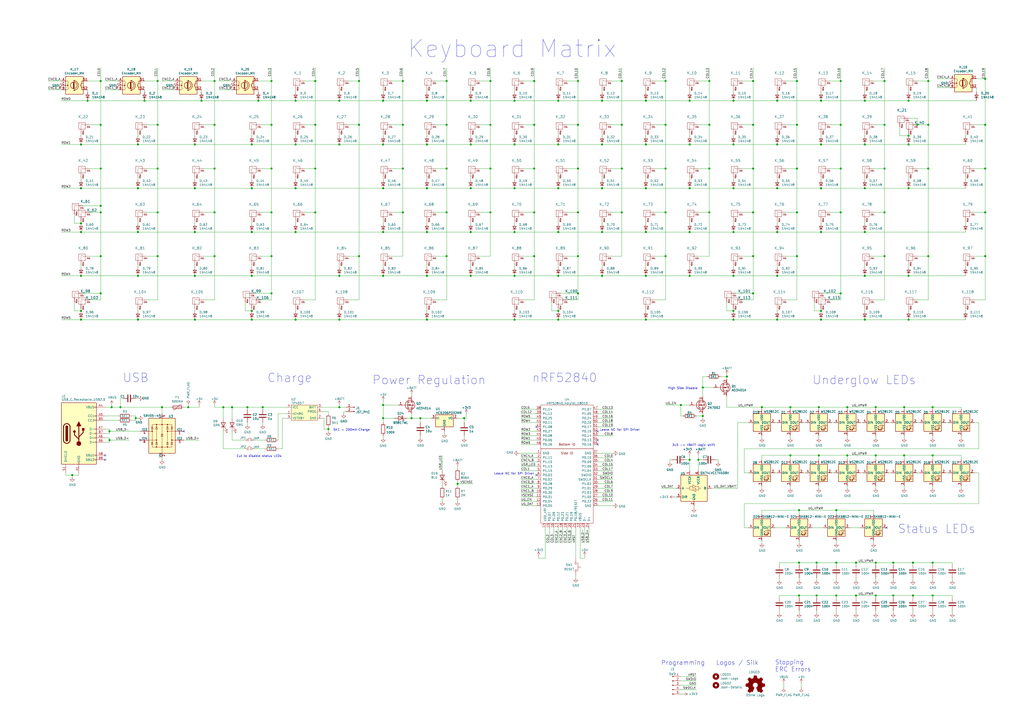
<source format=kicad_sch>
(kicad_sch (version 20210621) (generator eeschema)
  (paper "A2")
  (title_block (title "Entropy") (date "2021-07-25") (rev "0.4w") (company "Josh Johnson"))
  (junction (at 41.91 275.59) (diameter 1.016))
  (junction (at 46.99 83.82) (diameter 1.016))
  (junction (at 46.99 109.22) (diameter 1.016))
  (junction (at 46.99 129.54) (diameter 1.016))
  (junction (at 46.99 134.62) (diameter 1.016))
  (junction (at 46.99 160.02) (diameter 1.016))
  (junction (at 46.99 180.34) (diameter 1.016))
  (junction (at 46.99 185.42) (diameter 1.016))
  (junction (at 50.8 58.42) (diameter 1.016))
  (junction (at 58.42 46.99) (diameter 1.016))
  (junction (at 58.42 72.39) (diameter 1.016))
  (junction (at 58.42 97.79) (diameter 1.016))
  (junction (at 58.42 119.38) (diameter 1.016))
  (junction (at 58.42 123.19) (diameter 1.016))
  (junction (at 58.42 148.59) (diameter 1.016))
  (junction (at 58.42 170.18) (diameter 1.016))
  (junction (at 63.5 250.19) (diameter 1.016))
  (junction (at 63.5 255.27) (diameter 1.016))
  (junction (at 64.77 236.22) (diameter 1.016))
  (junction (at 69.85 236.22) (diameter 1.016))
  (junction (at 78.74 242.57) (diameter 1.016))
  (junction (at 80.01 83.82) (diameter 1.016))
  (junction (at 80.01 109.22) (diameter 1.016))
  (junction (at 80.01 134.62) (diameter 1.016))
  (junction (at 80.01 160.02) (diameter 1.016))
  (junction (at 80.01 185.42) (diameter 1.016))
  (junction (at 83.82 58.42) (diameter 1.016))
  (junction (at 91.44 46.99) (diameter 1.016))
  (junction (at 91.44 72.39) (diameter 1.016))
  (junction (at 91.44 97.79) (diameter 1.016))
  (junction (at 91.44 123.19) (diameter 1.016))
  (junction (at 91.44 148.59) (diameter 1.016))
  (junction (at 93.98 236.22) (diameter 1.016))
  (junction (at 109.22 236.22) (diameter 1.016))
  (junction (at 113.03 83.82) (diameter 1.016))
  (junction (at 113.03 109.22) (diameter 1.016))
  (junction (at 113.03 134.62) (diameter 1.016))
  (junction (at 113.03 160.02) (diameter 1.016))
  (junction (at 113.03 185.42) (diameter 1.016))
  (junction (at 116.84 58.42) (diameter 1.016))
  (junction (at 124.46 46.99) (diameter 1.016))
  (junction (at 124.46 72.39) (diameter 1.016))
  (junction (at 124.46 97.79) (diameter 1.016))
  (junction (at 124.46 123.19) (diameter 1.016))
  (junction (at 124.46 148.59) (diameter 1.016))
  (junction (at 129.54 236.22) (diameter 1.016))
  (junction (at 134.62 236.22) (diameter 1.016))
  (junction (at 143.51 236.22) (diameter 1.016))
  (junction (at 146.05 83.82) (diameter 1.016))
  (junction (at 146.05 109.22) (diameter 1.016))
  (junction (at 146.05 134.62) (diameter 1.016))
  (junction (at 146.05 160.02) (diameter 1.016))
  (junction (at 146.05 180.34) (diameter 1.016))
  (junction (at 146.05 185.42) (diameter 1.016))
  (junction (at 149.86 58.42) (diameter 1.016))
  (junction (at 152.4 236.22) (diameter 1.016))
  (junction (at 157.48 46.99) (diameter 1.016))
  (junction (at 157.48 72.39) (diameter 1.016))
  (junction (at 157.48 97.79) (diameter 1.016))
  (junction (at 157.48 123.19) (diameter 1.016))
  (junction (at 157.48 148.59) (diameter 1.016))
  (junction (at 157.48 170.18) (diameter 1.016))
  (junction (at 171.45 58.42) (diameter 1.016))
  (junction (at 171.45 83.82) (diameter 1.016))
  (junction (at 171.45 109.22) (diameter 1.016))
  (junction (at 171.45 134.62) (diameter 1.016))
  (junction (at 171.45 185.42) (diameter 1.016))
  (junction (at 182.88 46.99) (diameter 1.016))
  (junction (at 182.88 72.39) (diameter 1.016))
  (junction (at 182.88 97.79) (diameter 1.016))
  (junction (at 182.88 123.19) (diameter 1.016))
  (junction (at 190.5 248.92) (diameter 1.016))
  (junction (at 196.85 58.42) (diameter 1.016))
  (junction (at 196.85 83.82) (diameter 1.016))
  (junction (at 196.85 160.02) (diameter 1.016))
  (junction (at 196.85 185.42) (diameter 1.016))
  (junction (at 196.85 236.22) (diameter 1.016))
  (junction (at 208.28 46.99) (diameter 1.016))
  (junction (at 208.28 72.39) (diameter 1.016))
  (junction (at 208.28 148.59) (diameter 1.016))
  (junction (at 222.25 58.42) (diameter 1.016))
  (junction (at 222.25 83.82) (diameter 1.016))
  (junction (at 222.25 109.22) (diameter 1.016))
  (junction (at 222.25 134.62) (diameter 1.016))
  (junction (at 222.25 160.02) (diameter 1.016))
  (junction (at 222.25 234.95) (diameter 1.016))
  (junction (at 222.25 242.57) (diameter 1.016))
  (junction (at 233.68 46.99) (diameter 1.016))
  (junction (at 233.68 72.39) (diameter 1.016))
  (junction (at 233.68 97.79) (diameter 1.016))
  (junction (at 233.68 123.19) (diameter 1.016))
  (junction (at 238.76 242.57) (diameter 1.016))
  (junction (at 243.84 242.57) (diameter 1.016))
  (junction (at 247.65 58.42) (diameter 1.016))
  (junction (at 247.65 83.82) (diameter 1.016))
  (junction (at 247.65 109.22) (diameter 1.016))
  (junction (at 247.65 134.62) (diameter 1.016))
  (junction (at 247.65 160.02) (diameter 1.016))
  (junction (at 247.65 185.42) (diameter 1.016))
  (junction (at 259.08 46.99) (diameter 1.016))
  (junction (at 259.08 72.39) (diameter 1.016))
  (junction (at 259.08 97.79) (diameter 1.016))
  (junction (at 259.08 123.19) (diameter 1.016))
  (junction (at 259.08 148.59) (diameter 1.016))
  (junction (at 265.43 280.67) (diameter 1.016))
  (junction (at 269.24 242.57) (diameter 1.016))
  (junction (at 273.05 58.42) (diameter 1.016))
  (junction (at 273.05 83.82) (diameter 1.016))
  (junction (at 273.05 109.22) (diameter 1.016))
  (junction (at 273.05 134.62) (diameter 1.016))
  (junction (at 273.05 160.02) (diameter 1.016))
  (junction (at 284.48 46.99) (diameter 1.016))
  (junction (at 284.48 72.39) (diameter 1.016))
  (junction (at 284.48 97.79) (diameter 1.016))
  (junction (at 284.48 123.19) (diameter 1.016))
  (junction (at 298.45 58.42) (diameter 1.016))
  (junction (at 298.45 83.82) (diameter 1.016))
  (junction (at 298.45 109.22) (diameter 1.016))
  (junction (at 298.45 134.62) (diameter 1.016))
  (junction (at 298.45 160.02) (diameter 1.016))
  (junction (at 298.45 185.42) (diameter 1.016))
  (junction (at 309.88 46.99) (diameter 1.016))
  (junction (at 309.88 72.39) (diameter 1.016))
  (junction (at 309.88 97.79) (diameter 1.016))
  (junction (at 309.88 123.19) (diameter 1.016))
  (junction (at 309.88 148.59) (diameter 1.016))
  (junction (at 323.85 58.42) (diameter 1.016))
  (junction (at 323.85 83.82) (diameter 1.016))
  (junction (at 323.85 109.22) (diameter 1.016))
  (junction (at 323.85 134.62) (diameter 1.016))
  (junction (at 323.85 160.02) (diameter 1.016))
  (junction (at 323.85 180.34) (diameter 1.016))
  (junction (at 323.85 185.42) (diameter 1.016))
  (junction (at 335.28 46.99) (diameter 1.016))
  (junction (at 335.28 72.39) (diameter 1.016))
  (junction (at 335.28 97.79) (diameter 1.016))
  (junction (at 335.28 123.19) (diameter 1.016))
  (junction (at 335.28 148.59) (diameter 1.016))
  (junction (at 335.28 170.18) (diameter 1.016))
  (junction (at 349.25 58.42) (diameter 1.016))
  (junction (at 349.25 83.82) (diameter 1.016))
  (junction (at 349.25 109.22) (diameter 1.016))
  (junction (at 349.25 134.62) (diameter 1.016))
  (junction (at 349.25 160.02) (diameter 1.016))
  (junction (at 360.68 46.99) (diameter 1.016))
  (junction (at 360.68 72.39) (diameter 1.016))
  (junction (at 360.68 97.79) (diameter 1.016))
  (junction (at 360.68 123.19) (diameter 1.016))
  (junction (at 374.65 58.42) (diameter 1.016))
  (junction (at 374.65 83.82) (diameter 1.016))
  (junction (at 374.65 109.22) (diameter 1.016))
  (junction (at 374.65 134.62) (diameter 1.016))
  (junction (at 374.65 160.02) (diameter 1.016))
  (junction (at 374.65 185.42) (diameter 1.016))
  (junction (at 386.08 46.99) (diameter 1.016))
  (junction (at 386.08 72.39) (diameter 1.016))
  (junction (at 386.08 97.79) (diameter 1.016))
  (junction (at 386.08 123.19) (diameter 1.016))
  (junction (at 386.08 148.59) (diameter 1.016))
  (junction (at 394.97 234.95) (diameter 1.016))
  (junction (at 400.05 58.42) (diameter 1.016))
  (junction (at 400.05 83.82) (diameter 1.016))
  (junction (at 400.05 109.22) (diameter 1.016))
  (junction (at 400.05 134.62) (diameter 1.016))
  (junction (at 400.05 160.02) (diameter 1.016))
  (junction (at 400.05 266.7) (diameter 1.016))
  (junction (at 405.13 266.7) (diameter 1.016))
  (junction (at 407.67 224.79) (diameter 1.016))
  (junction (at 407.67 241.3) (diameter 1.016))
  (junction (at 411.48 46.99) (diameter 1.016))
  (junction (at 411.48 72.39) (diameter 1.016))
  (junction (at 411.48 97.79) (diameter 1.016))
  (junction (at 411.48 123.19) (diameter 1.016))
  (junction (at 421.64 218.44) (diameter 1.016))
  (junction (at 425.45 58.42) (diameter 1.016))
  (junction (at 425.45 83.82) (diameter 1.016))
  (junction (at 425.45 109.22) (diameter 1.016))
  (junction (at 425.45 134.62) (diameter 1.016))
  (junction (at 425.45 160.02) (diameter 1.016))
  (junction (at 425.45 180.34) (diameter 1.016))
  (junction (at 425.45 185.42) (diameter 1.016))
  (junction (at 436.88 46.99) (diameter 1.016))
  (junction (at 436.88 72.39) (diameter 1.016))
  (junction (at 436.88 97.79) (diameter 1.016))
  (junction (at 436.88 123.19) (diameter 1.016))
  (junction (at 436.88 148.59) (diameter 1.016))
  (junction (at 436.88 170.18) (diameter 1.016))
  (junction (at 441.96 236.22) (diameter 1.016))
  (junction (at 450.85 58.42) (diameter 1.016))
  (junction (at 450.85 83.82) (diameter 1.016))
  (junction (at 450.85 109.22) (diameter 1.016))
  (junction (at 450.85 134.62) (diameter 1.016))
  (junction (at 450.85 160.02) (diameter 1.016))
  (junction (at 450.85 185.42) (diameter 1.016))
  (junction (at 458.47 236.22) (diameter 1.016))
  (junction (at 458.47 264.16) (diameter 1.016))
  (junction (at 462.28 46.99) (diameter 1.016))
  (junction (at 462.28 72.39) (diameter 1.016))
  (junction (at 462.28 97.79) (diameter 1.016))
  (junction (at 462.28 123.19) (diameter 1.016))
  (junction (at 462.28 148.59) (diameter 1.016))
  (junction (at 463.55 295.91) (diameter 1.016))
  (junction (at 463.55 326.39) (diameter 1.016))
  (junction (at 463.55 345.44) (diameter 1.016))
  (junction (at 473.71 326.39) (diameter 1.016))
  (junction (at 473.71 345.44) (diameter 1.016))
  (junction (at 474.98 236.22) (diameter 1.016))
  (junction (at 474.98 264.16) (diameter 1.016))
  (junction (at 476.25 58.42) (diameter 1.016))
  (junction (at 476.25 83.82) (diameter 1.016))
  (junction (at 476.25 109.22) (diameter 1.016))
  (junction (at 476.25 134.62) (diameter 1.016))
  (junction (at 476.25 180.34) (diameter 1.016))
  (junction (at 476.25 185.42) (diameter 1.016))
  (junction (at 485.14 295.91) (diameter 1.016))
  (junction (at 485.14 326.39) (diameter 1.016))
  (junction (at 485.14 345.44) (diameter 1.016))
  (junction (at 487.68 46.99) (diameter 1.016))
  (junction (at 487.68 72.39) (diameter 1.016))
  (junction (at 487.68 97.79) (diameter 1.016))
  (junction (at 487.68 123.19) (diameter 1.016))
  (junction (at 487.68 170.18) (diameter 1.016))
  (junction (at 491.49 236.22) (diameter 1.016))
  (junction (at 491.49 264.16) (diameter 1.016))
  (junction (at 496.57 326.39) (diameter 1.016))
  (junction (at 496.57 345.44) (diameter 1.016))
  (junction (at 501.65 58.42) (diameter 1.016))
  (junction (at 501.65 83.82) (diameter 1.016))
  (junction (at 501.65 109.22) (diameter 1.016))
  (junction (at 501.65 134.62) (diameter 1.016))
  (junction (at 501.65 160.02) (diameter 1.016))
  (junction (at 501.65 185.42) (diameter 1.016))
  (junction (at 508 236.22) (diameter 1.016))
  (junction (at 508 264.16) (diameter 1.016))
  (junction (at 508 326.39) (diameter 1.016))
  (junction (at 508 345.44) (diameter 1.016))
  (junction (at 513.08 46.99) (diameter 1.016))
  (junction (at 513.08 72.39) (diameter 1.016))
  (junction (at 513.08 97.79) (diameter 1.016))
  (junction (at 513.08 123.19) (diameter 1.016))
  (junction (at 513.08 148.59) (diameter 1.016))
  (junction (at 518.16 326.39) (diameter 1.016))
  (junction (at 518.16 345.44) (diameter 1.016))
  (junction (at 524.51 236.22) (diameter 1.016))
  (junction (at 524.51 264.16) (diameter 1.016))
  (junction (at 527.05 58.42) (diameter 1.016))
  (junction (at 527.05 78.74) (diameter 1.016))
  (junction (at 527.05 83.82) (diameter 1.016))
  (junction (at 527.05 109.22) (diameter 1.016))
  (junction (at 527.05 160.02) (diameter 1.016))
  (junction (at 527.05 185.42) (diameter 1.016))
  (junction (at 529.59 326.39) (diameter 1.016))
  (junction (at 529.59 345.44) (diameter 1.016))
  (junction (at 532.13 72.39) (diameter 1.016))
  (junction (at 538.48 46.99) (diameter 1.016))
  (junction (at 538.48 72.39) (diameter 1.016))
  (junction (at 538.48 97.79) (diameter 1.016))
  (junction (at 538.48 148.59) (diameter 1.016))
  (junction (at 541.02 236.22) (diameter 1.016))
  (junction (at 541.02 264.16) (diameter 1.016))
  (junction (at 541.02 326.39) (diameter 1.016))
  (junction (at 541.02 345.44) (diameter 1.016))
  (junction (at 571.5 45.72) (diameter 1.016))
  (junction (at 571.5 72.39) (diameter 1.016))
  (junction (at 571.5 97.79) (diameter 1.016))
  (junction (at 571.5 123.19) (diameter 1.016))
  (junction (at 571.5 148.59) (diameter 1.016))
  (no_connect (at 60.96 264.16))
  (no_connect (at 60.96 266.7))
  (no_connect (at 81.28 255.27))
  (no_connect (at 106.68 250.19))
  (no_connect (at 311.15 247.65))
  (no_connect (at 311.15 275.59))
  (no_connect (at 346.71 250.19))
  (no_connect (at 346.71 255.27))
  (no_connect (at 346.71 257.81))
  (no_connect (at 514.35 306.07))
  (wire (pts (xy 35.56 46.99) (xy 27.94 46.99)))
  (wire (pts (xy 35.56 52.07) (xy 27.94 52.07)))
  (wire (pts (xy 35.56 58.42) (xy 50.8 58.42)))
  (wire (pts (xy 35.56 83.82) (xy 46.99 83.82)))
  (wire (pts (xy 35.56 109.22) (xy 46.99 109.22)))
  (wire (pts (xy 35.56 185.42) (xy 46.99 185.42)))
  (wire (pts (xy 36.83 49.53) (xy 35.56 49.53)))
  (wire (pts (xy 38.1 275.59) (xy 38.1 274.32)))
  (wire (pts (xy 41.91 275.59) (xy 38.1 275.59)))
  (wire (pts (xy 41.91 275.59) (xy 41.91 276.86)))
  (wire (pts (xy 43.18 124.46) (xy 43.18 129.54)))
  (wire (pts (xy 43.18 129.54) (xy 46.99 129.54)))
  (wire (pts (xy 43.18 175.26) (xy 43.18 180.34)))
  (wire (pts (xy 43.18 180.34) (xy 46.99 180.34)))
  (wire (pts (xy 45.72 274.32) (xy 45.72 275.59)))
  (wire (pts (xy 45.72 275.59) (xy 41.91 275.59)))
  (wire (pts (xy 46.99 77.47) (xy 46.99 78.74)))
  (wire (pts (xy 46.99 83.82) (xy 80.01 83.82)))
  (wire (pts (xy 46.99 102.87) (xy 46.99 104.14)))
  (wire (pts (xy 46.99 109.22) (xy 80.01 109.22)))
  (wire (pts (xy 46.99 128.27) (xy 46.99 129.54)))
  (wire (pts (xy 46.99 134.62) (xy 35.56 134.62)))
  (wire (pts (xy 46.99 134.62) (xy 80.01 134.62)))
  (wire (pts (xy 46.99 153.67) (xy 46.99 154.94)))
  (wire (pts (xy 46.99 160.02) (xy 35.56 160.02)))
  (wire (pts (xy 46.99 160.02) (xy 80.01 160.02)))
  (wire (pts (xy 46.99 179.07) (xy 46.99 180.34)))
  (wire (pts (xy 46.99 185.42) (xy 80.01 185.42)))
  (wire (pts (xy 48.26 119.38) (xy 58.42 119.38)))
  (wire (pts (xy 48.26 170.18) (xy 58.42 170.18)))
  (wire (pts (xy 50.8 46.99) (xy 58.42 46.99)))
  (wire (pts (xy 50.8 52.07) (xy 50.8 53.34)))
  (wire (pts (xy 52.07 72.39) (xy 58.42 72.39)))
  (wire (pts (xy 52.07 97.79) (xy 58.42 97.79)))
  (wire (pts (xy 52.07 123.19) (xy 58.42 123.19)))
  (wire (pts (xy 52.07 148.59) (xy 58.42 148.59)))
  (wire (pts (xy 52.07 173.99) (xy 58.42 173.99)))
  (wire (pts (xy 58.42 39.37) (xy 58.42 46.99)))
  (wire (pts (xy 58.42 46.99) (xy 58.42 72.39)))
  (wire (pts (xy 58.42 97.79) (xy 58.42 72.39)))
  (wire (pts (xy 58.42 119.38) (xy 58.42 97.79)))
  (wire (pts (xy 58.42 123.19) (xy 58.42 119.38)))
  (wire (pts (xy 58.42 148.59) (xy 58.42 123.19)))
  (wire (pts (xy 58.42 148.59) (xy 58.42 170.18)))
  (wire (pts (xy 58.42 170.18) (xy 58.42 173.99)))
  (wire (pts (xy 60.96 236.22) (xy 64.77 236.22)))
  (wire (pts (xy 60.96 248.92) (xy 63.5 248.92)))
  (wire (pts (xy 60.96 254) (xy 63.5 254)))
  (wire (pts (xy 63.5 248.92) (xy 63.5 250.19)))
  (wire (pts (xy 63.5 250.19) (xy 63.5 251.46)))
  (wire (pts (xy 63.5 250.19) (xy 81.28 250.19)))
  (wire (pts (xy 63.5 251.46) (xy 60.96 251.46)))
  (wire (pts (xy 63.5 254) (xy 63.5 255.27)))
  (wire (pts (xy 63.5 255.27) (xy 63.5 256.54)))
  (wire (pts (xy 63.5 255.27) (xy 74.93 255.27)))
  (wire (pts (xy 63.5 256.54) (xy 60.96 256.54)))
  (wire (pts (xy 64.77 234.95) (xy 64.77 236.22)))
  (wire (pts (xy 64.77 236.22) (xy 69.85 236.22)))
  (wire (pts (xy 68.58 46.99) (xy 60.96 46.99)))
  (wire (pts (xy 68.58 52.07) (xy 60.96 52.07)))
  (wire (pts (xy 68.58 241.3) (xy 60.96 241.3)))
  (wire (pts (xy 68.58 243.84) (xy 60.96 243.84)))
  (wire (pts (xy 69.85 49.53) (xy 68.58 49.53)))
  (wire (pts (xy 69.85 231.14) (xy 69.85 236.22)))
  (wire (pts (xy 69.85 236.22) (xy 93.98 236.22)))
  (wire (pts (xy 71.12 231.14) (xy 69.85 231.14)))
  (wire (pts (xy 76.2 241.3) (xy 78.74 241.3)))
  (wire (pts (xy 76.2 243.84) (xy 78.74 243.84)))
  (wire (pts (xy 78.74 231.14) (xy 80.01 231.14)))
  (wire (pts (xy 78.74 241.3) (xy 78.74 242.57)))
  (wire (pts (xy 78.74 242.57) (xy 78.74 243.84)))
  (wire (pts (xy 80.01 77.47) (xy 80.01 78.74)))
  (wire (pts (xy 80.01 83.82) (xy 113.03 83.82)))
  (wire (pts (xy 80.01 102.87) (xy 80.01 104.14)))
  (wire (pts (xy 80.01 109.22) (xy 113.03 109.22)))
  (wire (pts (xy 80.01 128.27) (xy 80.01 129.54)))
  (wire (pts (xy 80.01 134.62) (xy 113.03 134.62)))
  (wire (pts (xy 80.01 153.67) (xy 80.01 154.94)))
  (wire (pts (xy 80.01 160.02) (xy 113.03 160.02)))
  (wire (pts (xy 80.01 179.07) (xy 80.01 180.34)))
  (wire (pts (xy 80.01 185.42) (xy 113.03 185.42)))
  (wire (pts (xy 80.01 242.57) (xy 78.74 242.57)))
  (wire (pts (xy 83.82 46.99) (xy 91.44 46.99)))
  (wire (pts (xy 83.82 52.07) (xy 83.82 53.34)))
  (wire (pts (xy 83.82 58.42) (xy 50.8 58.42)))
  (wire (pts (xy 83.82 58.42) (xy 116.84 58.42)))
  (wire (pts (xy 85.09 72.39) (xy 91.44 72.39)))
  (wire (pts (xy 85.09 97.79) (xy 91.44 97.79)))
  (wire (pts (xy 85.09 123.19) (xy 91.44 123.19)))
  (wire (pts (xy 85.09 148.59) (xy 91.44 148.59)))
  (wire (pts (xy 85.09 173.99) (xy 91.44 173.99)))
  (wire (pts (xy 91.44 39.37) (xy 91.44 46.99)))
  (wire (pts (xy 91.44 46.99) (xy 91.44 72.39)))
  (wire (pts (xy 91.44 97.79) (xy 91.44 72.39)))
  (wire (pts (xy 91.44 123.19) (xy 91.44 97.79)))
  (wire (pts (xy 91.44 148.59) (xy 91.44 123.19)))
  (wire (pts (xy 91.44 173.99) (xy 91.44 148.59)))
  (wire (pts (xy 93.98 236.22) (xy 93.98 240.03)))
  (wire (pts (xy 93.98 265.43) (xy 93.98 266.7)))
  (wire (pts (xy 99.06 236.22) (xy 93.98 236.22)))
  (wire (pts (xy 101.6 46.99) (xy 93.98 46.99)))
  (wire (pts (xy 101.6 52.07) (xy 93.98 52.07)))
  (wire (pts (xy 102.87 49.53) (xy 101.6 49.53)))
  (wire (pts (xy 106.68 236.22) (xy 109.22 236.22)))
  (wire (pts (xy 106.68 255.27) (xy 115.57 255.27)))
  (wire (pts (xy 109.22 234.95) (xy 109.22 236.22)))
  (wire (pts (xy 109.22 236.22) (xy 115.57 236.22)))
  (wire (pts (xy 113.03 77.47) (xy 113.03 78.74)))
  (wire (pts (xy 113.03 83.82) (xy 146.05 83.82)))
  (wire (pts (xy 113.03 102.87) (xy 113.03 104.14)))
  (wire (pts (xy 113.03 109.22) (xy 146.05 109.22)))
  (wire (pts (xy 113.03 128.27) (xy 113.03 129.54)))
  (wire (pts (xy 113.03 134.62) (xy 146.05 134.62)))
  (wire (pts (xy 113.03 153.67) (xy 113.03 154.94)))
  (wire (pts (xy 113.03 160.02) (xy 146.05 160.02)))
  (wire (pts (xy 113.03 179.07) (xy 113.03 180.34)))
  (wire (pts (xy 113.03 185.42) (xy 146.05 185.42)))
  (wire (pts (xy 115.57 234.95) (xy 115.57 236.22)))
  (wire (pts (xy 116.84 46.99) (xy 124.46 46.99)))
  (wire (pts (xy 116.84 52.07) (xy 116.84 53.34)))
  (wire (pts (xy 116.84 58.42) (xy 149.86 58.42)))
  (wire (pts (xy 118.11 72.39) (xy 124.46 72.39)))
  (wire (pts (xy 118.11 97.79) (xy 124.46 97.79)))
  (wire (pts (xy 118.11 123.19) (xy 124.46 123.19)))
  (wire (pts (xy 118.11 148.59) (xy 124.46 148.59)))
  (wire (pts (xy 118.11 173.99) (xy 124.46 173.99)))
  (wire (pts (xy 124.46 39.37) (xy 124.46 46.99)))
  (wire (pts (xy 124.46 46.99) (xy 124.46 72.39)))
  (wire (pts (xy 124.46 97.79) (xy 124.46 72.39)))
  (wire (pts (xy 124.46 123.19) (xy 124.46 97.79)))
  (wire (pts (xy 124.46 148.59) (xy 124.46 123.19)))
  (wire (pts (xy 124.46 173.99) (xy 124.46 148.59)))
  (wire (pts (xy 124.46 234.95) (xy 124.46 236.22)))
  (wire (pts (xy 124.46 236.22) (xy 129.54 236.22)))
  (wire (pts (xy 129.54 236.22) (xy 129.54 242.57)))
  (wire (pts (xy 129.54 236.22) (xy 134.62 236.22)))
  (wire (pts (xy 129.54 250.19) (xy 129.54 260.35)))
  (wire (pts (xy 129.54 260.35) (xy 142.24 260.35)))
  (wire (pts (xy 134.62 46.99) (xy 127 46.99)))
  (wire (pts (xy 134.62 52.07) (xy 127 52.07)))
  (wire (pts (xy 134.62 236.22) (xy 134.62 242.57)))
  (wire (pts (xy 134.62 236.22) (xy 143.51 236.22)))
  (wire (pts (xy 134.62 250.19) (xy 134.62 255.27)))
  (wire (pts (xy 134.62 255.27) (xy 142.24 255.27)))
  (wire (pts (xy 135.89 49.53) (xy 134.62 49.53)))
  (wire (pts (xy 142.24 175.26) (xy 142.24 180.34)))
  (wire (pts (xy 142.24 180.34) (xy 146.05 180.34)))
  (wire (pts (xy 143.51 236.22) (xy 152.4 236.22)))
  (wire (pts (xy 143.51 237.49) (xy 143.51 236.22)))
  (wire (pts (xy 143.51 245.11) (xy 143.51 246.38)))
  (wire (pts (xy 146.05 77.47) (xy 146.05 78.74)))
  (wire (pts (xy 146.05 83.82) (xy 171.45 83.82)))
  (wire (pts (xy 146.05 102.87) (xy 146.05 104.14)))
  (wire (pts (xy 146.05 109.22) (xy 171.45 109.22)))
  (wire (pts (xy 146.05 128.27) (xy 146.05 129.54)))
  (wire (pts (xy 146.05 134.62) (xy 171.45 134.62)))
  (wire (pts (xy 146.05 153.67) (xy 146.05 154.94)))
  (wire (pts (xy 146.05 160.02) (xy 196.85 160.02)))
  (wire (pts (xy 146.05 179.07) (xy 146.05 180.34)))
  (wire (pts (xy 146.05 185.42) (xy 171.45 185.42)))
  (wire (pts (xy 147.32 170.18) (xy 157.48 170.18)))
  (wire (pts (xy 147.32 255.27) (xy 153.67 255.27)))
  (wire (pts (xy 147.32 260.35) (xy 153.67 260.35)))
  (wire (pts (xy 149.86 46.99) (xy 157.48 46.99)))
  (wire (pts (xy 149.86 52.07) (xy 149.86 53.34)))
  (wire (pts (xy 149.86 58.42) (xy 171.45 58.42)))
  (wire (pts (xy 151.13 72.39) (xy 157.48 72.39)))
  (wire (pts (xy 151.13 97.79) (xy 157.48 97.79)))
  (wire (pts (xy 151.13 123.19) (xy 157.48 123.19)))
  (wire (pts (xy 151.13 148.59) (xy 157.48 148.59)))
  (wire (pts (xy 151.13 173.99) (xy 157.48 173.99)))
  (wire (pts (xy 152.4 236.22) (xy 166.37 236.22)))
  (wire (pts (xy 152.4 237.49) (xy 152.4 236.22)))
  (wire (pts (xy 152.4 245.11) (xy 152.4 246.38)))
  (wire (pts (xy 157.48 39.37) (xy 157.48 46.99)))
  (wire (pts (xy 157.48 46.99) (xy 157.48 72.39)))
  (wire (pts (xy 157.48 97.79) (xy 157.48 72.39)))
  (wire (pts (xy 157.48 123.19) (xy 157.48 97.79)))
  (wire (pts (xy 157.48 148.59) (xy 157.48 123.19)))
  (wire (pts (xy 157.48 170.18) (xy 157.48 148.59)))
  (wire (pts (xy 157.48 173.99) (xy 157.48 170.18)))
  (wire (pts (xy 161.29 240.03) (xy 166.37 240.03)))
  (wire (pts (xy 161.29 255.27) (xy 161.29 240.03)))
  (wire (pts (xy 161.29 260.35) (xy 163.83 260.35)))
  (wire (pts (xy 163.83 242.57) (xy 163.83 260.35)))
  (wire (pts (xy 166.37 242.57) (xy 163.83 242.57)))
  (wire (pts (xy 171.45 52.07) (xy 171.45 53.34)))
  (wire (pts (xy 171.45 58.42) (xy 196.85 58.42)))
  (wire (pts (xy 171.45 77.47) (xy 171.45 78.74)))
  (wire (pts (xy 171.45 83.82) (xy 196.85 83.82)))
  (wire (pts (xy 171.45 102.87) (xy 171.45 104.14)))
  (wire (pts (xy 171.45 109.22) (xy 222.25 109.22)))
  (wire (pts (xy 171.45 128.27) (xy 171.45 129.54)))
  (wire (pts (xy 171.45 134.62) (xy 222.25 134.62)))
  (wire (pts (xy 171.45 179.07) (xy 171.45 180.34)))
  (wire (pts (xy 171.45 185.42) (xy 196.85 185.42)))
  (wire (pts (xy 176.53 46.99) (xy 182.88 46.99)))
  (wire (pts (xy 176.53 72.39) (xy 182.88 72.39)))
  (wire (pts (xy 176.53 97.79) (xy 182.88 97.79)))
  (wire (pts (xy 176.53 123.19) (xy 182.88 123.19)))
  (wire (pts (xy 176.53 173.99) (xy 182.88 173.99)))
  (wire (pts (xy 182.88 39.37) (xy 182.88 46.99)))
  (wire (pts (xy 182.88 46.99) (xy 182.88 72.39)))
  (wire (pts (xy 182.88 97.79) (xy 182.88 72.39)))
  (wire (pts (xy 182.88 123.19) (xy 182.88 97.79)))
  (wire (pts (xy 182.88 173.99) (xy 182.88 123.19)))
  (wire (pts (xy 186.69 236.22) (xy 196.85 236.22)))
  (wire (pts (xy 186.69 238.76) (xy 190.5 238.76)))
  (wire (pts (xy 187.96 242.57) (xy 186.69 242.57)))
  (wire (pts (xy 187.96 248.92) (xy 187.96 242.57)))
  (wire (pts (xy 190.5 238.76) (xy 190.5 240.03)))
  (wire (pts (xy 190.5 247.65) (xy 190.5 248.92)))
  (wire (pts (xy 190.5 248.92) (xy 187.96 248.92)))
  (wire (pts (xy 190.5 248.92) (xy 190.5 250.19)))
  (wire (pts (xy 196.85 52.07) (xy 196.85 53.34)))
  (wire (pts (xy 196.85 58.42) (xy 222.25 58.42)))
  (wire (pts (xy 196.85 77.47) (xy 196.85 78.74)))
  (wire (pts (xy 196.85 83.82) (xy 222.25 83.82)))
  (wire (pts (xy 196.85 153.67) (xy 196.85 154.94)))
  (wire (pts (xy 196.85 160.02) (xy 222.25 160.02)))
  (wire (pts (xy 196.85 179.07) (xy 196.85 180.34)))
  (wire (pts (xy 196.85 185.42) (xy 247.65 185.42)))
  (wire (pts (xy 196.85 234.95) (xy 196.85 236.22)))
  (wire (pts (xy 196.85 236.22) (xy 200.66 236.22)))
  (wire (pts (xy 199.39 238.76) (xy 199.39 240.03)))
  (wire (pts (xy 200.66 238.76) (xy 199.39 238.76)))
  (wire (pts (xy 201.93 46.99) (xy 208.28 46.99)))
  (wire (pts (xy 201.93 72.39) (xy 208.28 72.39)))
  (wire (pts (xy 201.93 148.59) (xy 208.28 148.59)))
  (wire (pts (xy 201.93 173.99) (xy 208.28 173.99)))
  (wire (pts (xy 208.28 39.37) (xy 208.28 46.99)))
  (wire (pts (xy 208.28 46.99) (xy 208.28 72.39)))
  (wire (pts (xy 208.28 148.59) (xy 208.28 72.39)))
  (wire (pts (xy 208.28 173.99) (xy 208.28 148.59)))
  (wire (pts (xy 222.25 52.07) (xy 222.25 53.34)))
  (wire (pts (xy 222.25 58.42) (xy 247.65 58.42)))
  (wire (pts (xy 222.25 77.47) (xy 222.25 78.74)))
  (wire (pts (xy 222.25 83.82) (xy 247.65 83.82)))
  (wire (pts (xy 222.25 102.87) (xy 222.25 104.14)))
  (wire (pts (xy 222.25 109.22) (xy 247.65 109.22)))
  (wire (pts (xy 222.25 128.27) (xy 222.25 129.54)))
  (wire (pts (xy 222.25 134.62) (xy 247.65 134.62)))
  (wire (pts (xy 222.25 153.67) (xy 222.25 154.94)))
  (wire (pts (xy 222.25 160.02) (xy 247.65 160.02)))
  (wire (pts (xy 222.25 232.41) (xy 222.25 234.95)))
  (wire (pts (xy 222.25 234.95) (xy 222.25 242.57)))
  (wire (pts (xy 222.25 234.95) (xy 231.14 234.95)))
  (wire (pts (xy 222.25 242.57) (xy 222.25 245.11)))
  (wire (pts (xy 222.25 242.57) (xy 228.6 242.57)))
  (wire (pts (xy 222.25 252.73) (xy 222.25 254)))
  (wire (pts (xy 227.33 46.99) (xy 233.68 46.99)))
  (wire (pts (xy 227.33 72.39) (xy 233.68 72.39)))
  (wire (pts (xy 227.33 97.79) (xy 233.68 97.79)))
  (wire (pts (xy 227.33 123.19) (xy 233.68 123.19)))
  (wire (pts (xy 227.33 148.59) (xy 233.68 148.59)))
  (wire (pts (xy 233.68 39.37) (xy 233.68 46.99)))
  (wire (pts (xy 233.68 46.99) (xy 233.68 72.39)))
  (wire (pts (xy 233.68 97.79) (xy 233.68 72.39)))
  (wire (pts (xy 233.68 123.19) (xy 233.68 97.79)))
  (wire (pts (xy 233.68 148.59) (xy 233.68 123.19)))
  (wire (pts (xy 236.22 242.57) (xy 238.76 242.57)))
  (wire (pts (xy 238.76 228.6) (xy 238.76 229.87)))
  (wire (pts (xy 238.76 240.03) (xy 238.76 242.57)))
  (wire (pts (xy 238.76 242.57) (xy 243.84 242.57)))
  (wire (pts (xy 243.84 242.57) (xy 243.84 245.11)))
  (wire (pts (xy 243.84 242.57) (xy 250.19 242.57)))
  (wire (pts (xy 243.84 254) (xy 243.84 252.73)))
  (wire (pts (xy 247.65 52.07) (xy 247.65 53.34)))
  (wire (pts (xy 247.65 58.42) (xy 273.05 58.42)))
  (wire (pts (xy 247.65 77.47) (xy 247.65 78.74)))
  (wire (pts (xy 247.65 83.82) (xy 273.05 83.82)))
  (wire (pts (xy 247.65 102.87) (xy 247.65 104.14)))
  (wire (pts (xy 247.65 109.22) (xy 273.05 109.22)))
  (wire (pts (xy 247.65 128.27) (xy 247.65 129.54)))
  (wire (pts (xy 247.65 134.62) (xy 273.05 134.62)))
  (wire (pts (xy 247.65 153.67) (xy 247.65 154.94)))
  (wire (pts (xy 247.65 160.02) (xy 273.05 160.02)))
  (wire (pts (xy 247.65 179.07) (xy 247.65 180.34)))
  (wire (pts (xy 247.65 185.42) (xy 298.45 185.42)))
  (wire (pts (xy 252.73 46.99) (xy 259.08 46.99)))
  (wire (pts (xy 252.73 72.39) (xy 259.08 72.39)))
  (wire (pts (xy 252.73 97.79) (xy 259.08 97.79)))
  (wire (pts (xy 252.73 123.19) (xy 259.08 123.19)))
  (wire (pts (xy 252.73 148.59) (xy 259.08 148.59)))
  (wire (pts (xy 252.73 173.99) (xy 259.08 173.99)))
  (wire (pts (xy 256.54 264.16) (xy 256.54 273.05)))
  (wire (pts (xy 256.54 280.67) (xy 256.54 281.94)))
  (wire (pts (xy 256.54 289.56) (xy 256.54 290.83)))
  (wire (pts (xy 257.81 250.19) (xy 257.81 251.46)))
  (wire (pts (xy 259.08 39.37) (xy 259.08 46.99)))
  (wire (pts (xy 259.08 46.99) (xy 259.08 72.39)))
  (wire (pts (xy 259.08 97.79) (xy 259.08 72.39)))
  (wire (pts (xy 259.08 123.19) (xy 259.08 97.79)))
  (wire (pts (xy 259.08 148.59) (xy 259.08 123.19)))
  (wire (pts (xy 259.08 173.99) (xy 259.08 148.59)))
  (wire (pts (xy 265.43 242.57) (xy 269.24 242.57)))
  (wire (pts (xy 265.43 270.51) (xy 265.43 271.78)))
  (wire (pts (xy 265.43 279.4) (xy 265.43 280.67)))
  (wire (pts (xy 265.43 280.67) (xy 265.43 281.94)))
  (wire (pts (xy 265.43 280.67) (xy 274.32 280.67)))
  (wire (pts (xy 265.43 289.56) (xy 265.43 290.83)))
  (wire (pts (xy 269.24 242.57) (xy 270.51 242.57)))
  (wire (pts (xy 269.24 245.11) (xy 269.24 242.57)))
  (wire (pts (xy 269.24 254) (xy 269.24 252.73)))
  (wire (pts (xy 270.51 242.57) (xy 270.51 240.03)))
  (wire (pts (xy 273.05 52.07) (xy 273.05 53.34)))
  (wire (pts (xy 273.05 58.42) (xy 298.45 58.42)))
  (wire (pts (xy 273.05 77.47) (xy 273.05 78.74)))
  (wire (pts (xy 273.05 83.82) (xy 298.45 83.82)))
  (wire (pts (xy 273.05 102.87) (xy 273.05 104.14)))
  (wire (pts (xy 273.05 109.22) (xy 298.45 109.22)))
  (wire (pts (xy 273.05 128.27) (xy 273.05 129.54)))
  (wire (pts (xy 273.05 134.62) (xy 298.45 134.62)))
  (wire (pts (xy 273.05 153.67) (xy 273.05 154.94)))
  (wire (pts (xy 273.05 160.02) (xy 298.45 160.02)))
  (wire (pts (xy 278.13 46.99) (xy 284.48 46.99)))
  (wire (pts (xy 278.13 72.39) (xy 284.48 72.39)))
  (wire (pts (xy 278.13 97.79) (xy 284.48 97.79)))
  (wire (pts (xy 278.13 123.19) (xy 284.48 123.19)))
  (wire (pts (xy 278.13 148.59) (xy 284.48 148.59)))
  (wire (pts (xy 284.48 39.37) (xy 284.48 46.99)))
  (wire (pts (xy 284.48 46.99) (xy 284.48 72.39)))
  (wire (pts (xy 284.48 97.79) (xy 284.48 72.39)))
  (wire (pts (xy 284.48 123.19) (xy 284.48 97.79)))
  (wire (pts (xy 284.48 148.59) (xy 284.48 123.19)))
  (wire (pts (xy 298.45 52.07) (xy 298.45 53.34)))
  (wire (pts (xy 298.45 58.42) (xy 323.85 58.42)))
  (wire (pts (xy 298.45 77.47) (xy 298.45 78.74)))
  (wire (pts (xy 298.45 83.82) (xy 323.85 83.82)))
  (wire (pts (xy 298.45 102.87) (xy 298.45 104.14)))
  (wire (pts (xy 298.45 109.22) (xy 323.85 109.22)))
  (wire (pts (xy 298.45 128.27) (xy 298.45 129.54)))
  (wire (pts (xy 298.45 134.62) (xy 323.85 134.62)))
  (wire (pts (xy 298.45 153.67) (xy 298.45 154.94)))
  (wire (pts (xy 298.45 160.02) (xy 323.85 160.02)))
  (wire (pts (xy 298.45 179.07) (xy 298.45 180.34)))
  (wire (pts (xy 298.45 185.42) (xy 323.85 185.42)))
  (wire (pts (xy 302.26 270.51) (xy 311.15 270.51)))
  (wire (pts (xy 302.26 278.13) (xy 311.15 278.13)))
  (wire (pts (xy 302.26 280.67) (xy 311.15 280.67)))
  (wire (pts (xy 302.26 283.21) (xy 311.15 283.21)))
  (wire (pts (xy 303.53 46.99) (xy 309.88 46.99)))
  (wire (pts (xy 303.53 72.39) (xy 309.88 72.39)))
  (wire (pts (xy 303.53 97.79) (xy 309.88 97.79)))
  (wire (pts (xy 303.53 123.19) (xy 309.88 123.19)))
  (wire (pts (xy 303.53 148.59) (xy 309.88 148.59)))
  (wire (pts (xy 303.53 173.99) (xy 309.88 173.99)))
  (wire (pts (xy 309.88 39.37) (xy 309.88 46.99)))
  (wire (pts (xy 309.88 46.99) (xy 309.88 72.39)))
  (wire (pts (xy 309.88 97.79) (xy 309.88 72.39)))
  (wire (pts (xy 309.88 123.19) (xy 309.88 97.79)))
  (wire (pts (xy 309.88 148.59) (xy 309.88 123.19)))
  (wire (pts (xy 309.88 173.99) (xy 309.88 148.59)))
  (wire (pts (xy 311.15 237.49) (xy 302.26 237.49)))
  (wire (pts (xy 311.15 240.03) (xy 302.26 240.03)))
  (wire (pts (xy 311.15 242.57) (xy 302.26 242.57)))
  (wire (pts (xy 311.15 245.11) (xy 302.26 245.11)))
  (wire (pts (xy 311.15 250.19) (xy 302.26 250.19)))
  (wire (pts (xy 311.15 252.73) (xy 302.26 252.73)))
  (wire (pts (xy 311.15 255.27) (xy 302.26 255.27)))
  (wire (pts (xy 311.15 257.81) (xy 302.26 257.81)))
  (wire (pts (xy 311.15 262.89) (xy 300.99 262.89)))
  (wire (pts (xy 311.15 265.43) (xy 302.26 265.43)))
  (wire (pts (xy 311.15 267.97) (xy 302.26 267.97)))
  (wire (pts (xy 311.15 273.05) (xy 302.26 273.05)))
  (wire (pts (xy 311.15 285.75) (xy 302.26 285.75)))
  (wire (pts (xy 311.15 288.29) (xy 302.26 288.29)))
  (wire (pts (xy 311.15 290.83) (xy 302.26 290.83)))
  (wire (pts (xy 311.15 293.37) (xy 302.26 293.37)))
  (wire (pts (xy 312.42 322.58) (xy 312.42 323.85)))
  (wire (pts (xy 312.42 323.85) (xy 316.23 323.85)))
  (wire (pts (xy 316.23 306.07) (xy 316.23 323.85)))
  (wire (pts (xy 318.77 306.07) (xy 318.77 314.96)))
  (wire (pts (xy 320.04 175.26) (xy 320.04 180.34)))
  (wire (pts (xy 320.04 180.34) (xy 323.85 180.34)))
  (wire (pts (xy 321.31 306.07) (xy 321.31 314.96)))
  (wire (pts (xy 323.85 52.07) (xy 323.85 53.34)))
  (wire (pts (xy 323.85 58.42) (xy 349.25 58.42)))
  (wire (pts (xy 323.85 77.47) (xy 323.85 78.74)))
  (wire (pts (xy 323.85 83.82) (xy 349.25 83.82)))
  (wire (pts (xy 323.85 102.87) (xy 323.85 104.14)))
  (wire (pts (xy 323.85 109.22) (xy 349.25 109.22)))
  (wire (pts (xy 323.85 128.27) (xy 323.85 129.54)))
  (wire (pts (xy 323.85 134.62) (xy 349.25 134.62)))
  (wire (pts (xy 323.85 153.67) (xy 323.85 154.94)))
  (wire (pts (xy 323.85 160.02) (xy 349.25 160.02)))
  (wire (pts (xy 323.85 179.07) (xy 323.85 180.34)))
  (wire (pts (xy 323.85 185.42) (xy 374.65 185.42)))
  (wire (pts (xy 323.85 306.07) (xy 323.85 314.96)))
  (wire (pts (xy 325.12 170.18) (xy 335.28 170.18)))
  (wire (pts (xy 326.39 306.07) (xy 326.39 314.96)))
  (wire (pts (xy 328.93 46.99) (xy 335.28 46.99)))
  (wire (pts (xy 328.93 72.39) (xy 335.28 72.39)))
  (wire (pts (xy 328.93 97.79) (xy 335.28 97.79)))
  (wire (pts (xy 328.93 123.19) (xy 335.28 123.19)))
  (wire (pts (xy 328.93 148.59) (xy 335.28 148.59)))
  (wire (pts (xy 328.93 173.99) (xy 335.28 173.99)))
  (wire (pts (xy 328.93 306.07) (xy 328.93 314.96)))
  (wire (pts (xy 331.47 306.07) (xy 331.47 314.96)))
  (wire (pts (xy 334.01 306.07) (xy 334.01 323.85)))
  (wire (pts (xy 334.01 334.01) (xy 334.01 335.28)))
  (wire (pts (xy 335.28 39.37) (xy 335.28 46.99)))
  (wire (pts (xy 335.28 46.99) (xy 335.28 72.39)))
  (wire (pts (xy 335.28 97.79) (xy 335.28 72.39)))
  (wire (pts (xy 335.28 123.19) (xy 335.28 97.79)))
  (wire (pts (xy 335.28 148.59) (xy 335.28 123.19)))
  (wire (pts (xy 335.28 170.18) (xy 335.28 148.59)))
  (wire (pts (xy 335.28 173.99) (xy 335.28 170.18)))
  (wire (pts (xy 336.55 323.85) (xy 336.55 306.07)))
  (wire (pts (xy 339.09 306.07) (xy 339.09 314.96)))
  (wire (pts (xy 339.09 322.58) (xy 339.09 323.85)))
  (wire (pts (xy 339.09 323.85) (xy 336.55 323.85)))
  (wire (pts (xy 341.63 306.07) (xy 341.63 314.96)))
  (wire (pts (xy 346.71 237.49) (xy 355.6 237.49)))
  (wire (pts (xy 346.71 240.03) (xy 355.6 240.03)))
  (wire (pts (xy 346.71 242.57) (xy 355.6 242.57)))
  (wire (pts (xy 346.71 245.11) (xy 355.6 245.11)))
  (wire (pts (xy 346.71 247.65) (xy 355.6 247.65)))
  (wire (pts (xy 346.71 252.73) (xy 355.6 252.73)))
  (wire (pts (xy 346.71 262.89) (xy 355.6 262.89)))
  (wire (pts (xy 346.71 265.43) (xy 355.6 265.43)))
  (wire (pts (xy 346.71 267.97) (xy 355.6 267.97)))
  (wire (pts (xy 346.71 270.51) (xy 355.6 270.51)))
  (wire (pts (xy 346.71 273.05) (xy 355.6 273.05)))
  (wire (pts (xy 346.71 280.67) (xy 355.6 280.67)))
  (wire (pts (xy 346.71 283.21) (xy 355.6 283.21)))
  (wire (pts (xy 346.71 285.75) (xy 355.6 285.75)))
  (wire (pts (xy 346.71 288.29) (xy 355.6 288.29)))
  (wire (pts (xy 346.71 290.83) (xy 355.6 290.83)))
  (wire (pts (xy 346.71 293.37) (xy 355.6 293.37)))
  (wire (pts (xy 349.25 52.07) (xy 349.25 53.34)))
  (wire (pts (xy 349.25 58.42) (xy 374.65 58.42)))
  (wire (pts (xy 349.25 77.47) (xy 349.25 78.74)))
  (wire (pts (xy 349.25 83.82) (xy 374.65 83.82)))
  (wire (pts (xy 349.25 102.87) (xy 349.25 104.14)))
  (wire (pts (xy 349.25 109.22) (xy 374.65 109.22)))
  (wire (pts (xy 349.25 128.27) (xy 349.25 129.54)))
  (wire (pts (xy 349.25 134.62) (xy 374.65 134.62)))
  (wire (pts (xy 349.25 153.67) (xy 349.25 154.94)))
  (wire (pts (xy 349.25 160.02) (xy 374.65 160.02)))
  (wire (pts (xy 354.33 46.99) (xy 360.68 46.99)))
  (wire (pts (xy 354.33 72.39) (xy 360.68 72.39)))
  (wire (pts (xy 354.33 97.79) (xy 360.68 97.79)))
  (wire (pts (xy 354.33 123.19) (xy 360.68 123.19)))
  (wire (pts (xy 354.33 148.59) (xy 360.68 148.59)))
  (wire (pts (xy 355.6 275.59) (xy 346.71 275.59)))
  (wire (pts (xy 355.6 278.13) (xy 346.71 278.13)))
  (wire (pts (xy 360.68 39.37) (xy 360.68 46.99)))
  (wire (pts (xy 360.68 46.99) (xy 360.68 72.39)))
  (wire (pts (xy 360.68 97.79) (xy 360.68 72.39)))
  (wire (pts (xy 360.68 123.19) (xy 360.68 97.79)))
  (wire (pts (xy 360.68 148.59) (xy 360.68 123.19)))
  (wire (pts (xy 374.65 52.07) (xy 374.65 53.34)))
  (wire (pts (xy 374.65 58.42) (xy 400.05 58.42)))
  (wire (pts (xy 374.65 77.47) (xy 374.65 78.74)))
  (wire (pts (xy 374.65 83.82) (xy 400.05 83.82)))
  (wire (pts (xy 374.65 102.87) (xy 374.65 104.14)))
  (wire (pts (xy 374.65 109.22) (xy 400.05 109.22)))
  (wire (pts (xy 374.65 128.27) (xy 374.65 129.54)))
  (wire (pts (xy 374.65 134.62) (xy 400.05 134.62)))
  (wire (pts (xy 374.65 153.67) (xy 374.65 154.94)))
  (wire (pts (xy 374.65 160.02) (xy 400.05 160.02)))
  (wire (pts (xy 374.65 179.07) (xy 374.65 180.34)))
  (wire (pts (xy 374.65 185.42) (xy 425.45 185.42)))
  (wire (pts (xy 379.73 46.99) (xy 386.08 46.99)))
  (wire (pts (xy 379.73 72.39) (xy 386.08 72.39)))
  (wire (pts (xy 379.73 97.79) (xy 386.08 97.79)))
  (wire (pts (xy 379.73 123.19) (xy 386.08 123.19)))
  (wire (pts (xy 379.73 148.59) (xy 386.08 148.59)))
  (wire (pts (xy 379.73 173.99) (xy 386.08 173.99)))
  (wire (pts (xy 383.54 283.21) (xy 392.43 283.21)))
  (wire (pts (xy 386.08 39.37) (xy 386.08 46.99)))
  (wire (pts (xy 386.08 46.99) (xy 386.08 72.39)))
  (wire (pts (xy 386.08 97.79) (xy 386.08 72.39)))
  (wire (pts (xy 386.08 123.19) (xy 386.08 97.79)))
  (wire (pts (xy 386.08 148.59) (xy 386.08 123.19)))
  (wire (pts (xy 386.08 173.99) (xy 386.08 148.59)))
  (wire (pts (xy 386.08 234.95) (xy 394.97 234.95)))
  (wire (pts (xy 388.62 266.7) (xy 388.62 267.97)))
  (wire (pts (xy 389.89 266.7) (xy 388.62 266.7)))
  (wire (pts (xy 391.16 288.29) (xy 392.43 288.29)))
  (wire (pts (xy 394.97 234.95) (xy 400.05 234.95)))
  (wire (pts (xy 394.97 241.3) (xy 394.97 234.95)))
  (wire (pts (xy 394.97 241.3) (xy 396.24 241.3)))
  (wire (pts (xy 394.97 392.43) (xy 403.86 392.43)))
  (wire (pts (xy 394.97 397.51) (xy 403.86 397.51)))
  (wire (pts (xy 394.97 402.59) (xy 396.24 402.59)))
  (wire (pts (xy 397.51 266.7) (xy 400.05 266.7)))
  (wire (pts (xy 400.05 52.07) (xy 400.05 53.34)))
  (wire (pts (xy 400.05 58.42) (xy 425.45 58.42)))
  (wire (pts (xy 400.05 77.47) (xy 400.05 78.74)))
  (wire (pts (xy 400.05 83.82) (xy 425.45 83.82)))
  (wire (pts (xy 400.05 102.87) (xy 400.05 104.14)))
  (wire (pts (xy 400.05 109.22) (xy 425.45 109.22)))
  (wire (pts (xy 400.05 128.27) (xy 400.05 129.54)))
  (wire (pts (xy 400.05 134.62) (xy 425.45 134.62)))
  (wire (pts (xy 400.05 153.67) (xy 400.05 154.94)))
  (wire (pts (xy 400.05 160.02) (xy 425.45 160.02)))
  (wire (pts (xy 400.05 264.16) (xy 400.05 266.7)))
  (wire (pts (xy 400.05 266.7) (xy 400.05 273.05)))
  (wire (pts (xy 402.59 293.37) (xy 402.59 294.64)))
  (wire (pts (xy 403.86 241.3) (xy 407.67 241.3)))
  (wire (pts (xy 403.86 394.97) (xy 394.97 394.97)))
  (wire (pts (xy 403.86 400.05) (xy 394.97 400.05)))
  (wire (pts (xy 405.13 46.99) (xy 411.48 46.99)))
  (wire (pts (xy 405.13 72.39) (xy 411.48 72.39)))
  (wire (pts (xy 405.13 97.79) (xy 411.48 97.79)))
  (wire (pts (xy 405.13 123.19) (xy 411.48 123.19)))
  (wire (pts (xy 405.13 148.59) (xy 411.48 148.59)))
  (wire (pts (xy 405.13 264.16) (xy 405.13 266.7)))
  (wire (pts (xy 405.13 266.7) (xy 405.13 273.05)))
  (wire (pts (xy 407.67 218.44) (xy 407.67 224.79)))
  (wire (pts (xy 407.67 218.44) (xy 410.21 218.44)))
  (wire (pts (xy 407.67 224.79) (xy 407.67 229.87)))
  (wire (pts (xy 407.67 224.79) (xy 414.02 224.79)))
  (wire (pts (xy 407.67 240.03) (xy 407.67 241.3)))
  (wire (pts (xy 407.67 241.3) (xy 407.67 242.57)))
  (wire (pts (xy 407.67 266.7) (xy 405.13 266.7)))
  (wire (pts (xy 411.48 39.37) (xy 411.48 46.99)))
  (wire (pts (xy 411.48 46.99) (xy 411.48 72.39)))
  (wire (pts (xy 411.48 97.79) (xy 411.48 72.39)))
  (wire (pts (xy 411.48 123.19) (xy 411.48 97.79)))
  (wire (pts (xy 411.48 148.59) (xy 411.48 123.19)))
  (wire (pts (xy 412.75 283.21) (xy 427.99 283.21)))
  (wire (pts (xy 415.29 266.7) (xy 416.56 266.7)))
  (wire (pts (xy 416.56 266.7) (xy 416.56 267.97)))
  (wire (pts (xy 417.83 218.44) (xy 421.64 218.44)))
  (wire (pts (xy 421.64 175.26) (xy 421.64 180.34)))
  (wire (pts (xy 421.64 180.34) (xy 425.45 180.34)))
  (wire (pts (xy 421.64 217.17) (xy 421.64 218.44)))
  (wire (pts (xy 421.64 218.44) (xy 421.64 219.71)))
  (wire (pts (xy 421.64 229.87) (xy 421.64 236.22)))
  (wire (pts (xy 421.64 236.22) (xy 441.96 236.22)))
  (wire (pts (xy 425.45 52.07) (xy 425.45 53.34)))
  (wire (pts (xy 425.45 58.42) (xy 450.85 58.42)))
  (wire (pts (xy 425.45 77.47) (xy 425.45 78.74)))
  (wire (pts (xy 425.45 83.82) (xy 450.85 83.82)))
  (wire (pts (xy 425.45 102.87) (xy 425.45 104.14)))
  (wire (pts (xy 425.45 109.22) (xy 450.85 109.22)))
  (wire (pts (xy 425.45 128.27) (xy 425.45 129.54)))
  (wire (pts (xy 425.45 134.62) (xy 450.85 134.62)))
  (wire (pts (xy 425.45 153.67) (xy 425.45 154.94)))
  (wire (pts (xy 425.45 160.02) (xy 450.85 160.02)))
  (wire (pts (xy 425.45 179.07) (xy 425.45 180.34)))
  (wire (pts (xy 425.45 185.42) (xy 450.85 185.42)))
  (wire (pts (xy 426.72 170.18) (xy 436.88 170.18)))
  (wire (pts (xy 427.99 245.11) (xy 434.34 245.11)))
  (wire (pts (xy 427.99 283.21) (xy 427.99 245.11)))
  (wire (pts (xy 430.53 46.99) (xy 436.88 46.99)))
  (wire (pts (xy 430.53 72.39) (xy 436.88 72.39)))
  (wire (pts (xy 430.53 97.79) (xy 436.88 97.79)))
  (wire (pts (xy 430.53 123.19) (xy 436.88 123.19)))
  (wire (pts (xy 430.53 148.59) (xy 436.88 148.59)))
  (wire (pts (xy 430.53 173.99) (xy 436.88 173.99)))
  (wire (pts (xy 431.8 260.35) (xy 431.8 274.32)))
  (wire (pts (xy 431.8 274.32) (xy 434.34 274.32)))
  (wire (pts (xy 431.8 292.1) (xy 431.8 306.07)))
  (wire (pts (xy 434.34 306.07) (xy 431.8 306.07)))
  (wire (pts (xy 436.88 39.37) (xy 436.88 46.99)))
  (wire (pts (xy 436.88 46.99) (xy 436.88 72.39)))
  (wire (pts (xy 436.88 97.79) (xy 436.88 72.39)))
  (wire (pts (xy 436.88 123.19) (xy 436.88 97.79)))
  (wire (pts (xy 436.88 148.59) (xy 436.88 123.19)))
  (wire (pts (xy 436.88 170.18) (xy 436.88 148.59)))
  (wire (pts (xy 436.88 173.99) (xy 436.88 170.18)))
  (wire (pts (xy 441.96 236.22) (xy 441.96 237.49)))
  (wire (pts (xy 441.96 252.73) (xy 441.96 254)))
  (wire (pts (xy 441.96 264.16) (xy 441.96 266.7)))
  (wire (pts (xy 441.96 281.94) (xy 441.96 283.21)))
  (wire (pts (xy 441.96 295.91) (xy 441.96 298.45)))
  (wire (pts (xy 441.96 295.91) (xy 463.55 295.91)))
  (wire (pts (xy 441.96 313.69) (xy 441.96 314.96)))
  (wire (pts (xy 449.58 245.11) (xy 450.85 245.11)))
  (wire (pts (xy 449.58 274.32) (xy 450.85 274.32)))
  (wire (pts (xy 450.85 52.07) (xy 450.85 53.34)))
  (wire (pts (xy 450.85 58.42) (xy 476.25 58.42)))
  (wire (pts (xy 450.85 77.47) (xy 450.85 78.74)))
  (wire (pts (xy 450.85 83.82) (xy 476.25 83.82)))
  (wire (pts (xy 450.85 102.87) (xy 450.85 104.14)))
  (wire (pts (xy 450.85 109.22) (xy 476.25 109.22)))
  (wire (pts (xy 450.85 128.27) (xy 450.85 129.54)))
  (wire (pts (xy 450.85 134.62) (xy 476.25 134.62)))
  (wire (pts (xy 450.85 153.67) (xy 450.85 154.94)))
  (wire (pts (xy 450.85 160.02) (xy 501.65 160.02)))
  (wire (pts (xy 450.85 179.07) (xy 450.85 180.34)))
  (wire (pts (xy 450.85 185.42) (xy 476.25 185.42)))
  (wire (pts (xy 452.12 326.39) (xy 463.55 326.39)))
  (wire (pts (xy 452.12 327.66) (xy 452.12 326.39)))
  (wire (pts (xy 452.12 336.55) (xy 452.12 335.28)))
  (wire (pts (xy 452.12 345.44) (xy 463.55 345.44)))
  (wire (pts (xy 452.12 346.71) (xy 452.12 345.44)))
  (wire (pts (xy 452.12 355.6) (xy 452.12 354.33)))
  (wire (pts (xy 454.66 398.78) (xy 454.66 396.24)))
  (wire (pts (xy 455.93 46.99) (xy 462.28 46.99)))
  (wire (pts (xy 455.93 72.39) (xy 462.28 72.39)))
  (wire (pts (xy 455.93 97.79) (xy 462.28 97.79)))
  (wire (pts (xy 455.93 123.19) (xy 462.28 123.19)))
  (wire (pts (xy 455.93 148.59) (xy 462.28 148.59)))
  (wire (pts (xy 455.93 173.99) (xy 462.28 173.99)))
  (wire (pts (xy 455.93 306.07) (xy 449.58 306.07)))
  (wire (pts (xy 458.47 236.22) (xy 441.96 236.22)))
  (wire (pts (xy 458.47 236.22) (xy 458.47 237.49)))
  (wire (pts (xy 458.47 252.73) (xy 458.47 254)))
  (wire (pts (xy 458.47 264.16) (xy 441.96 264.16)))
  (wire (pts (xy 458.47 264.16) (xy 458.47 266.7)))
  (wire (pts (xy 458.47 281.94) (xy 458.47 283.21)))
  (wire (pts (xy 462.28 39.37) (xy 462.28 46.99)))
  (wire (pts (xy 462.28 46.99) (xy 462.28 72.39)))
  (wire (pts (xy 462.28 97.79) (xy 462.28 72.39)))
  (wire (pts (xy 462.28 123.19) (xy 462.28 97.79)))
  (wire (pts (xy 462.28 148.59) (xy 462.28 123.19)))
  (wire (pts (xy 462.28 173.99) (xy 462.28 148.59)))
  (wire (pts (xy 463.55 295.91) (xy 463.55 298.45)))
  (wire (pts (xy 463.55 295.91) (xy 485.14 295.91)))
  (wire (pts (xy 463.55 313.69) (xy 463.55 314.96)))
  (wire (pts (xy 463.55 326.39) (xy 473.71 326.39)))
  (wire (pts (xy 463.55 327.66) (xy 463.55 326.39)))
  (wire (pts (xy 463.55 336.55) (xy 463.55 335.28)))
  (wire (pts (xy 463.55 345.44) (xy 473.71 345.44)))
  (wire (pts (xy 463.55 346.71) (xy 463.55 345.44)))
  (wire (pts (xy 463.55 355.6) (xy 463.55 354.33)))
  (wire (pts (xy 464.82 398.78) (xy 464.82 396.24)))
  (wire (pts (xy 466.09 245.11) (xy 467.36 245.11)))
  (wire (pts (xy 466.09 274.32) (xy 467.36 274.32)))
  (wire (pts (xy 472.44 175.26) (xy 472.44 180.34)))
  (wire (pts (xy 472.44 180.34) (xy 476.25 180.34)))
  (wire (pts (xy 473.71 326.39) (xy 485.14 326.39)))
  (wire (pts (xy 473.71 327.66) (xy 473.71 326.39)))
  (wire (pts (xy 473.71 336.55) (xy 473.71 335.28)))
  (wire (pts (xy 473.71 345.44) (xy 485.14 345.44)))
  (wire (pts (xy 473.71 346.71) (xy 473.71 345.44)))
  (wire (pts (xy 473.71 355.6) (xy 473.71 354.33)))
  (wire (pts (xy 474.98 236.22) (xy 458.47 236.22)))
  (wire (pts (xy 474.98 236.22) (xy 474.98 237.49)))
  (wire (pts (xy 474.98 252.73) (xy 474.98 254)))
  (wire (pts (xy 474.98 264.16) (xy 458.47 264.16)))
  (wire (pts (xy 474.98 264.16) (xy 474.98 266.7)))
  (wire (pts (xy 474.98 281.94) (xy 474.98 283.21)))
  (wire (pts (xy 476.25 52.07) (xy 476.25 53.34)))
  (wire (pts (xy 476.25 58.42) (xy 501.65 58.42)))
  (wire (pts (xy 476.25 77.47) (xy 476.25 78.74)))
  (wire (pts (xy 476.25 83.82) (xy 501.65 83.82)))
  (wire (pts (xy 476.25 102.87) (xy 476.25 104.14)))
  (wire (pts (xy 476.25 109.22) (xy 501.65 109.22)))
  (wire (pts (xy 476.25 128.27) (xy 476.25 129.54)))
  (wire (pts (xy 476.25 134.62) (xy 501.65 134.62)))
  (wire (pts (xy 476.25 179.07) (xy 476.25 180.34)))
  (wire (pts (xy 476.25 185.42) (xy 501.65 185.42)))
  (wire (pts (xy 477.52 170.18) (xy 487.68 170.18)))
  (wire (pts (xy 477.52 306.07) (xy 471.17 306.07)))
  (wire (pts (xy 481.33 46.99) (xy 487.68 46.99)))
  (wire (pts (xy 481.33 72.39) (xy 487.68 72.39)))
  (wire (pts (xy 481.33 97.79) (xy 487.68 97.79)))
  (wire (pts (xy 481.33 123.19) (xy 487.68 123.19)))
  (wire (pts (xy 481.33 173.99) (xy 487.68 173.99)))
  (wire (pts (xy 482.6 245.11) (xy 483.87 245.11)))
  (wire (pts (xy 482.6 274.32) (xy 483.87 274.32)))
  (wire (pts (xy 485.14 295.91) (xy 485.14 298.45)))
  (wire (pts (xy 485.14 295.91) (xy 506.73 295.91)))
  (wire (pts (xy 485.14 313.69) (xy 485.14 314.96)))
  (wire (pts (xy 485.14 326.39) (xy 496.57 326.39)))
  (wire (pts (xy 485.14 327.66) (xy 485.14 326.39)))
  (wire (pts (xy 485.14 336.55) (xy 485.14 335.28)))
  (wire (pts (xy 485.14 345.44) (xy 496.57 345.44)))
  (wire (pts (xy 485.14 346.71) (xy 485.14 345.44)))
  (wire (pts (xy 485.14 355.6) (xy 485.14 354.33)))
  (wire (pts (xy 487.68 39.37) (xy 487.68 46.99)))
  (wire (pts (xy 487.68 46.99) (xy 487.68 72.39)))
  (wire (pts (xy 487.68 97.79) (xy 487.68 72.39)))
  (wire (pts (xy 487.68 123.19) (xy 487.68 97.79)))
  (wire (pts (xy 487.68 170.18) (xy 487.68 123.19)))
  (wire (pts (xy 487.68 173.99) (xy 487.68 170.18)))
  (wire (pts (xy 491.49 236.22) (xy 474.98 236.22)))
  (wire (pts (xy 491.49 236.22) (xy 491.49 237.49)))
  (wire (pts (xy 491.49 252.73) (xy 491.49 254)))
  (wire (pts (xy 491.49 264.16) (xy 474.98 264.16)))
  (wire (pts (xy 491.49 264.16) (xy 491.49 266.7)))
  (wire (pts (xy 491.49 281.94) (xy 491.49 283.21)))
  (wire (pts (xy 496.57 326.39) (xy 508 326.39)))
  (wire (pts (xy 496.57 327.66) (xy 496.57 326.39)))
  (wire (pts (xy 496.57 336.55) (xy 496.57 335.28)))
  (wire (pts (xy 496.57 345.44) (xy 508 345.44)))
  (wire (pts (xy 496.57 346.71) (xy 496.57 345.44)))
  (wire (pts (xy 496.57 355.6) (xy 496.57 354.33)))
  (wire (pts (xy 499.11 245.11) (xy 500.38 245.11)))
  (wire (pts (xy 499.11 274.32) (xy 500.38 274.32)))
  (wire (pts (xy 499.11 306.07) (xy 492.76 306.07)))
  (wire (pts (xy 501.65 52.07) (xy 501.65 53.34)))
  (wire (pts (xy 501.65 58.42) (xy 527.05 58.42)))
  (wire (pts (xy 501.65 77.47) (xy 501.65 78.74)))
  (wire (pts (xy 501.65 83.82) (xy 527.05 83.82)))
  (wire (pts (xy 501.65 102.87) (xy 501.65 104.14)))
  (wire (pts (xy 501.65 109.22) (xy 527.05 109.22)))
  (wire (pts (xy 501.65 128.27) (xy 501.65 129.54)))
  (wire (pts (xy 501.65 134.62) (xy 560.07 134.62)))
  (wire (pts (xy 501.65 153.67) (xy 501.65 154.94)))
  (wire (pts (xy 501.65 160.02) (xy 527.05 160.02)))
  (wire (pts (xy 501.65 179.07) (xy 501.65 180.34)))
  (wire (pts (xy 501.65 185.42) (xy 527.05 185.42)))
  (wire (pts (xy 506.73 46.99) (xy 513.08 46.99)))
  (wire (pts (xy 506.73 72.39) (xy 513.08 72.39)))
  (wire (pts (xy 506.73 97.79) (xy 513.08 97.79)))
  (wire (pts (xy 506.73 123.19) (xy 513.08 123.19)))
  (wire (pts (xy 506.73 148.59) (xy 513.08 148.59)))
  (wire (pts (xy 506.73 173.99) (xy 513.08 173.99)))
  (wire (pts (xy 506.73 295.91) (xy 506.73 298.45)))
  (wire (pts (xy 506.73 313.69) (xy 506.73 314.96)))
  (wire (pts (xy 508 236.22) (xy 491.49 236.22)))
  (wire (pts (xy 508 236.22) (xy 508 237.49)))
  (wire (pts (xy 508 252.73) (xy 508 254)))
  (wire (pts (xy 508 264.16) (xy 491.49 264.16)))
  (wire (pts (xy 508 264.16) (xy 508 266.7)))
  (wire (pts (xy 508 281.94) (xy 508 283.21)))
  (wire (pts (xy 508 326.39) (xy 518.16 326.39)))
  (wire (pts (xy 508 327.66) (xy 508 326.39)))
  (wire (pts (xy 508 336.55) (xy 508 335.28)))
  (wire (pts (xy 508 345.44) (xy 518.16 345.44)))
  (wire (pts (xy 508 346.71) (xy 508 345.44)))
  (wire (pts (xy 508 355.6) (xy 508 354.33)))
  (wire (pts (xy 513.08 39.37) (xy 513.08 46.99)))
  (wire (pts (xy 513.08 46.99) (xy 513.08 72.39)))
  (wire (pts (xy 513.08 72.39) (xy 513.08 97.79)))
  (wire (pts (xy 513.08 123.19) (xy 513.08 97.79)))
  (wire (pts (xy 513.08 148.59) (xy 513.08 123.19)))
  (wire (pts (xy 513.08 173.99) (xy 513.08 148.59)))
  (wire (pts (xy 515.62 245.11) (xy 516.89 245.11)))
  (wire (pts (xy 515.62 274.32) (xy 516.89 274.32)))
  (wire (pts (xy 518.16 326.39) (xy 529.59 326.39)))
  (wire (pts (xy 518.16 327.66) (xy 518.16 326.39)))
  (wire (pts (xy 518.16 336.55) (xy 518.16 335.28)))
  (wire (pts (xy 518.16 345.44) (xy 529.59 345.44)))
  (wire (pts (xy 518.16 346.71) (xy 518.16 345.44)))
  (wire (pts (xy 518.16 355.6) (xy 518.16 354.33)))
  (wire (pts (xy 521.97 73.66) (xy 521.97 78.74)))
  (wire (pts (xy 521.97 78.74) (xy 527.05 78.74)))
  (wire (pts (xy 524.51 236.22) (xy 508 236.22)))
  (wire (pts (xy 524.51 236.22) (xy 524.51 237.49)))
  (wire (pts (xy 524.51 252.73) (xy 524.51 254)))
  (wire (pts (xy 524.51 264.16) (xy 508 264.16)))
  (wire (pts (xy 524.51 264.16) (xy 524.51 266.7)))
  (wire (pts (xy 524.51 281.94) (xy 524.51 283.21)))
  (wire (pts (xy 527.05 52.07) (xy 527.05 53.34)))
  (wire (pts (xy 527.05 58.42) (xy 566.42 58.42)))
  (wire (pts (xy 527.05 68.58) (xy 532.13 68.58)))
  (wire (pts (xy 527.05 77.47) (xy 527.05 78.74)))
  (wire (pts (xy 527.05 83.82) (xy 560.07 83.82)))
  (wire (pts (xy 527.05 102.87) (xy 527.05 104.14)))
  (wire (pts (xy 527.05 109.22) (xy 560.07 109.22)))
  (wire (pts (xy 527.05 153.67) (xy 527.05 154.94)))
  (wire (pts (xy 527.05 160.02) (xy 560.07 160.02)))
  (wire (pts (xy 527.05 179.07) (xy 527.05 180.34)))
  (wire (pts (xy 527.05 185.42) (xy 560.07 185.42)))
  (wire (pts (xy 529.59 326.39) (xy 541.02 326.39)))
  (wire (pts (xy 529.59 327.66) (xy 529.59 326.39)))
  (wire (pts (xy 529.59 336.55) (xy 529.59 335.28)))
  (wire (pts (xy 529.59 345.44) (xy 541.02 345.44)))
  (wire (pts (xy 529.59 346.71) (xy 529.59 345.44)))
  (wire (pts (xy 529.59 355.6) (xy 529.59 354.33)))
  (wire (pts (xy 532.13 46.99) (xy 538.48 46.99)))
  (wire (pts (xy 532.13 68.58) (xy 532.13 72.39)))
  (wire (pts (xy 532.13 72.39) (xy 538.48 72.39)))
  (wire (pts (xy 532.13 97.79) (xy 538.48 97.79)))
  (wire (pts (xy 532.13 148.59) (xy 538.48 148.59)))
  (wire (pts (xy 532.13 173.99) (xy 538.48 173.99)))
  (wire (pts (xy 532.13 245.11) (xy 533.4 245.11)))
  (wire (pts (xy 532.13 274.32) (xy 533.4 274.32)))
  (wire (pts (xy 538.48 39.37) (xy 538.48 46.99)))
  (wire (pts (xy 538.48 46.99) (xy 538.48 72.39)))
  (wire (pts (xy 538.48 97.79) (xy 538.48 72.39)))
  (wire (pts (xy 538.48 148.59) (xy 538.48 97.79)))
  (wire (pts (xy 538.48 173.99) (xy 538.48 148.59)))
  (wire (pts (xy 541.02 236.22) (xy 524.51 236.22)))
  (wire (pts (xy 541.02 236.22) (xy 541.02 237.49)))
  (wire (pts (xy 541.02 252.73) (xy 541.02 254)))
  (wire (pts (xy 541.02 264.16) (xy 524.51 264.16)))
  (wire (pts (xy 541.02 264.16) (xy 541.02 266.7)))
  (wire (pts (xy 541.02 281.94) (xy 541.02 283.21)))
  (wire (pts (xy 541.02 326.39) (xy 552.45 326.39)))
  (wire (pts (xy 541.02 327.66) (xy 541.02 326.39)))
  (wire (pts (xy 541.02 336.55) (xy 541.02 335.28)))
  (wire (pts (xy 541.02 345.44) (xy 552.45 345.44)))
  (wire (pts (xy 541.02 346.71) (xy 541.02 345.44)))
  (wire (pts (xy 541.02 355.6) (xy 541.02 354.33)))
  (wire (pts (xy 548.64 245.11) (xy 549.91 245.11)))
  (wire (pts (xy 548.64 274.32) (xy 549.91 274.32)))
  (wire (pts (xy 551.18 45.72) (xy 543.56 45.72)))
  (wire (pts (xy 551.18 50.8) (xy 543.56 50.8)))
  (wire (pts (xy 552.45 48.26) (xy 551.18 48.26)))
  (wire (pts (xy 552.45 327.66) (xy 552.45 326.39)))
  (wire (pts (xy 552.45 336.55) (xy 552.45 335.28)))
  (wire (pts (xy 552.45 346.71) (xy 552.45 345.44)))
  (wire (pts (xy 552.45 355.6) (xy 552.45 354.33)))
  (wire (pts (xy 557.53 236.22) (xy 541.02 236.22)))
  (wire (pts (xy 557.53 236.22) (xy 557.53 237.49)))
  (wire (pts (xy 557.53 252.73) (xy 557.53 254)))
  (wire (pts (xy 557.53 264.16) (xy 541.02 264.16)))
  (wire (pts (xy 557.53 264.16) (xy 557.53 266.7)))
  (wire (pts (xy 557.53 281.94) (xy 557.53 283.21)))
  (wire (pts (xy 560.07 77.47) (xy 560.07 78.74)))
  (wire (pts (xy 560.07 102.87) (xy 560.07 104.14)))
  (wire (pts (xy 560.07 128.27) (xy 560.07 129.54)))
  (wire (pts (xy 560.07 153.67) (xy 560.07 154.94)))
  (wire (pts (xy 560.07 179.07) (xy 560.07 180.34)))
  (wire (pts (xy 565.15 72.39) (xy 571.5 72.39)))
  (wire (pts (xy 565.15 97.79) (xy 571.5 97.79)))
  (wire (pts (xy 565.15 123.19) (xy 571.5 123.19)))
  (wire (pts (xy 565.15 148.59) (xy 571.5 148.59)))
  (wire (pts (xy 565.15 173.99) (xy 571.5 173.99)))
  (wire (pts (xy 565.15 245.11) (xy 567.69 245.11)))
  (wire (pts (xy 565.15 274.32) (xy 567.69 274.32)))
  (wire (pts (xy 566.42 45.72) (xy 571.5 45.72)))
  (wire (pts (xy 566.42 50.8) (xy 566.42 53.34)))
  (wire (pts (xy 567.69 245.11) (xy 567.69 260.35)))
  (wire (pts (xy 567.69 260.35) (xy 431.8 260.35)))
  (wire (pts (xy 567.69 274.32) (xy 567.69 292.1)))
  (wire (pts (xy 567.69 292.1) (xy 431.8 292.1)))
  (wire (pts (xy 571.5 45.72) (xy 571.5 39.37)))
  (wire (pts (xy 571.5 72.39) (xy 571.5 45.72)))
  (wire (pts (xy 571.5 97.79) (xy 571.5 72.39)))
  (wire (pts (xy 571.5 123.19) (xy 571.5 97.79)))
  (wire (pts (xy 571.5 148.59) (xy 571.5 123.19)))
  (wire (pts (xy 571.5 173.99) (xy 571.5 148.59)))
  (text "USB" (at 71.12 222.25 0) (effects (font (size 5.0038 5.0038)) (justify left bottom)))
  (text "Cut to disable status LEDs" (at 137.16 265.43 0) (effects (font (size 1.27 1.27)) (justify left bottom)))
  (text "Charge" (at 154.94 222.25 0) (effects (font (size 5.0038 5.0038)) (justify left bottom)))
  (text "5K1 = 200mA Charge" (at 214.63 250.19 180) (effects (font (size 1.27 1.27)) (justify right bottom)))
  (text "Power Regulation" (at 215.9 223.52 0) (effects (font (size 5.0038 5.0038)) (justify left bottom)))
  (text "Keyboard Matrix" (at 236.22 34.29 0) (effects (font (size 10.0076 10.0076)) (justify left bottom)))
  (text "nRF52840" (at 308.61 222.25 0) (effects (font (size 5.0038 5.0038)) (justify left bottom)))
  (text "Leave NC for SPI Driver" (at 309.88 275.59 180) (effects (font (size 1.27 1.27)) (justify right bottom)))
  (text "Leave NC for SPI Driver" (at 347.98 250.19 0) (effects (font (size 1.27 1.27)) (justify left bottom)))
  (text "Programming" (at 383.54 386.08 0) (effects (font (size 2.54 2.54)) (justify left bottom)))
  (text "High Side Disable" (at 387.35 226.06 0) (effects (font (size 1.27 1.27)) (justify left bottom)))
  (text "3v3 -> VBATT logic shift" (at 389.89 259.08 0) (effects (font (size 1.27 1.27)) (justify left bottom)))
  (text "Logos / Silk" (at 415.29 386.08 0) (effects (font (size 2.54 2.54)) (justify left bottom)))
  (text "Stopping \nERC Errors" (at 449.58 389.89 0) (effects (font (size 2.54 2.54)) (justify left bottom)))
  (text "Underglow LEDs" (at 471.17 223.52 0) (effects (font (size 5.0038 5.0038)) (justify left bottom)))
  (text "Status LEDs" (at 520.7 309.88 0) (effects (font (size 5.0038 5.0038)) (justify left bottom)))
  (label "ENC0_A" (at 27.94 46.99 0))
  (label "ENC0_B" (at 27.94 52.07 0))
  (label "ROW0" (at 35.56 58.42 0))
  (label "ROW1" (at 35.56 83.82 0))
  (label "ROW2" (at 35.56 109.22 0))
  (label "ROW3" (at 35.56 134.62 0))
  (label "ROW4" (at 35.56 160.02 0))
  (label "ROW5" (at 35.56 185.42 0))
  (label "COL0" (at 58.42 39.37 270))
  (label "ENC1_A" (at 60.96 46.99 0))
  (label "ENC1_B" (at 60.96 52.07 0))
  (label "USB_D-" (at 74.93 250.19 180))
  (label "USB_D+" (at 74.93 255.27 180))
  (label "COL1" (at 91.44 39.37 270))
  (label "ENC2_A" (at 93.98 46.99 0))
  (label "ENC2_B" (at 93.98 52.07 0))
  (label "USB_D+" (at 115.57 255.27 180))
  (label "COL2" (at 124.46 39.37 270))
  (label "ENC3_A" (at 127 46.99 0))
  (label "ENC3_B" (at 127 52.07 0))
  (label "COL3" (at 157.48 39.37 270))
  (label "COL4" (at 182.88 39.37 270))
  (label "COL5" (at 208.28 39.37 270))
  (label "COL6" (at 233.68 39.37 270))
  (label "USR_LED" (at 256.54 264.16 270))
  (label "COL7" (at 259.08 39.37 270))
  (label "VSENSE" (at 274.32 280.67 180))
  (label "COL8" (at 284.48 39.37 270))
  (label "COL5" (at 302.26 237.49 0))
  (label "COL12" (at 302.26 240.03 0))
  (label "ROW5" (at 302.26 242.57 0))
  (label "ROW4" (at 302.26 245.11 0))
  (label "ROW2" (at 302.26 250.19 0))
  (label "ROW3" (at 302.26 252.73 0))
  (label "ROW1" (at 302.26 255.27 0))
  (label "ROW0" (at 302.26 257.81 0))
  (label "ENC4_A" (at 302.26 265.43 0))
  (label "ENC4_B" (at 302.26 267.97 0))
  (label "USR_LED" (at 302.26 270.51 0))
  (label "COL1" (at 302.26 273.05 0))
  (label "ENC0_A" (at 302.26 278.13 0))
  (label "ENC0_B" (at 302.26 280.67 0))
  (label "ENC1_A" (at 302.26 283.21 0))
  (label "ENC1_B" (at 302.26 285.75 0))
  (label "VSENSE" (at 302.26 288.29 0))
  (label "UG_EN" (at 302.26 290.83 0))
  (label "UG_DAT" (at 302.26 293.37 0))
  (label "COL9" (at 309.88 39.37 270))
  (label "COL2" (at 318.77 314.96 90))
  (label "COL3" (at 321.31 314.96 90))
  (label "ENC2_A" (at 323.85 314.96 90))
  (label "ENC2_B" (at 326.39 314.96 90))
  (label "ENC3_A" (at 328.93 314.96 90))
  (label "ENC3_B" (at 331.47 314.96 90))
  (label "nRST" (at 334.01 314.96 90))
  (label "COL10" (at 335.28 39.37 270))
  (label "USB_D-" (at 339.09 314.96 90))
  (label "USB_D+" (at 341.63 314.96 90))
  (label "COL13" (at 355.6 237.49 180))
  (label "COL14" (at 355.6 240.03 180))
  (label "COL16" (at 355.6 242.57 180))
  (label "COL18" (at 355.6 245.11 180))
  (label "COL19" (at 355.6 247.65 180))
  (label "COL8" (at 355.6 252.73 180))
  (label "COL0" (at 355.6 265.43 180))
  (label "COL4" (at 355.6 267.97 180))
  (label "COL15" (at 355.6 270.51 180))
  (label "COL17" (at 355.6 273.05 180))
  (label "SWDIO" (at 355.6 275.59 180))
  (label "SWDCLK" (at 355.6 278.13 180))
  (label "COL6" (at 355.6 280.67 180))
  (label "COL7" (at 355.6 283.21 180))
  (label "COL9" (at 355.6 285.75 180))
  (label "COL10" (at 355.6 288.29 180))
  (label "COL11" (at 355.6 290.83 180))
  (label "COL11" (at 360.68 39.37 270))
  (label "UG_DAT" (at 383.54 283.21 0))
  (label "COL12" (at 386.08 39.37 270))
  (label "UG_EN" (at 386.08 234.95 0))
  (label "nRST" (at 403.86 392.43 180))
  (label "SWDIO" (at 403.86 394.97 180))
  (label "GND" (at 403.86 397.51 180))
  (label "SWDCLK" (at 403.86 400.05 180))
  (label "COL13" (at 411.48 39.37 270))
  (label "UG_DAT_VBATT" (at 414.02 283.21 0))
  (label "COL14" (at 436.88 39.37 270))
  (label "UG_VPWR" (at 436.88 236.22 180))
  (label "COL15" (at 462.28 39.37 270))
  (label "UG_VPWR" (at 477.52 295.91 180))
  (label "COL16" (at 487.68 39.37 270))
  (label "UG_VPWR" (at 502.92 236.22 180))
  (label "UG_VPWR" (at 502.92 264.16 180))
  (label "UG_VPWR" (at 506.73 326.39 180))
  (label "UG_VPWR" (at 506.73 345.44 180))
  (label "COL17" (at 513.08 39.37 270))
  (label "COL18" (at 538.48 39.37 270))
  (label "ENC4_A" (at 543.56 45.72 0))
  (label "ENC4_B" (at 543.56 50.8 0))
  (label "COL19" (at 571.5 39.37 270))
  (symbol (lib_id "power:VBUS") (at 64.77 234.95 0) (unit 1)
    (property "Reference" "#PWR08" (effects hide))
    (property "Value" "VBUS" (at 65.151 230.5558 0))
  )
  (symbol (lib_id "power:+5V") (at 115.57 234.95 0) (unit 1)
    (property "Reference" "#PWR09" (effects hide))
    (property "Value" "+5V" (at 115.57 231.4026 0))
  )
  (symbol (lib_id "power:+5V") (at 124.46 234.95 0) (unit 1)
    (property "Reference" "#PWR010" (effects hide))
    (property "Value" "+5V" (at 124.46 231.4026 0))
  )
  (symbol (lib_id "power:+BATT") (at 196.85 234.95 0) (unit 1)
    (property "Reference" "#PWR011" (effects hide))
    (property "Value" "+BATT" (at 196.85 231.4026 0))
  )
  (symbol (lib_id "power:+5V") (at 222.25 232.41 0) (unit 1)
    (property "Reference" "#PWR0101" (effects hide))
    (property "Value" "+5V" (at 222.25 228.8626 0))
  )
  (symbol (lib_id "power:+BATT") (at 238.76 228.6 0) (unit 1)
    (property "Reference" "#PWR013" (effects hide))
    (property "Value" "+BATT" (at 238.76 225.0526 0))
  )
  (symbol (lib_id "power:+BATT") (at 265.43 270.51 0) (unit 1)
    (property "Reference" "#PWR012" (effects hide))
    (property "Value" "+BATT" (at 265.43 266.9626 0))
  )
  (symbol (lib_id "power:+3V3") (at 270.51 240.03 0) (unit 1)
    (property "Reference" "#PWR014" (effects hide))
    (property "Value" "+3V3" (at 270.51 236.4826 0))
  )
  (symbol (lib_id "power:+3V3") (at 312.42 322.58 0) (unit 1)
    (property "Reference" "#PWR057" (effects hide))
    (property "Value" "+3V3" (at 312.42 319.0326 0))
  )
  (symbol (lib_id "power:+5V") (at 339.09 322.58 0) (unit 1)
    (property "Reference" "#PWR058" (effects hide))
    (property "Value" "+5V" (at 339.09 319.0326 0))
  )
  (symbol (lib_id "power:+3V3") (at 391.16 288.29 90) (unit 1)
    (property "Reference" "#PWR049" (effects hide))
    (property "Value" "+3V3" (at 385.0726 288.29 90))
  )
  (symbol (lib_id "power:+3V3") (at 396.24 402.59 270) (unit 1)
    (property "Reference" "#PWR086" (effects hide))
    (property "Value" "+3V3" (at 399.4151 401.799 90) (effects (justify left top)))
  )
  (symbol (lib_id "power:+3V3") (at 400.05 264.16 0) (unit 1)
    (property "Reference" "#PWR035" (effects hide))
    (property "Value" "+3V3" (at 398.78 260.6126 0))
  )
  (symbol (lib_id "power:+BATT") (at 405.13 264.16 0) (unit 1)
    (property "Reference" "#PWR036" (effects hide))
    (property "Value" "+BATT" (at 406.4 260.6126 0))
  )
  (symbol (lib_id "power:+BATT") (at 421.64 217.17 0) (unit 1)
    (property "Reference" "#PWR06" (effects hide))
    (property "Value" "+BATT" (at 421.64 213.6226 0))
  )
  (symbol (lib_id "power:VBUS") (at 454.66 396.24 0) (unit 1)
    (property "Reference" "#PWR084" (effects hide))
    (property "Value" "VBUS" (at 454.66 392.6926 0))
  )
  (symbol (lib_id "power:+5V") (at 464.82 396.24 0) (unit 1)
    (property "Reference" "#PWR085" (effects hide))
    (property "Value" "+5V" (at 464.82 392.6926 0))
  )
  (symbol (lib_id "power:PWR_FLAG") (at 109.22 234.95 0) (unit 1)
    (property "Reference" "#FLG01" (effects hide))
    (property "Value" "PWR_FLAG" (at 109.22 226.3226 90))
  )
  (symbol (lib_id "power:PWR_FLAG") (at 454.66 398.78 180) (unit 1)
    (property "Reference" "#FLG02" (effects hide))
    (property "Value" "PWR_FLAG" (at 454.66 403.1742 0))
  )
  (symbol (lib_id "power:PWR_FLAG") (at 464.82 398.78 180) (unit 1)
    (property "Reference" "#FLG03" (effects hide))
    (property "Value" "PWR_FLAG" (at 464.82 403.1742 0))
  )
  (symbol (lib_id "power:GND") (at 36.83 49.53 270) (unit 1)
    (property "Reference" "#PWR02" (effects hide))
    (property "Value" "GND" (at 34.29 49.53 90) (effects (justify right)))
  )
  (symbol (lib_id "power:GND") (at 41.91 276.86 0) (unit 1)
    (property "Reference" "#PWR040" (effects hide))
    (property "Value" "GND" (at 42.037 281.2542 0))
  )
  (symbol (lib_id "power:GND") (at 69.85 49.53 270) (unit 1)
    (property "Reference" "#PWR03" (effects hide))
    (property "Value" "GND" (at 67.31 49.53 90) (effects (justify right)))
  )
  (symbol (lib_id "power:GND") (at 80.01 231.14 90) (unit 1)
    (property "Reference" "#PWR07" (effects hide))
    (property "Value" "GND" (at 84.4042 231.013 90))
  )
  (symbol (lib_id "power:GND") (at 80.01 242.57 90) (unit 1)
    (property "Reference" "#PWR016" (effects hide))
    (property "Value" "GND" (at 80.5942 244.983 90))
  )
  (symbol (lib_id "power:GND") (at 93.98 266.7 0) (unit 1)
    (property "Reference" "#PWR037" (effects hide))
    (property "Value" "GND" (at 94.107 271.0942 0))
  )
  (symbol (lib_id "power:GND") (at 102.87 49.53 270) (unit 1)
    (property "Reference" "#PWR04" (effects hide))
    (property "Value" "GND" (at 100.33 49.53 90) (effects (justify right)))
  )
  (symbol (lib_id "power:GND") (at 135.89 49.53 270) (unit 1)
    (property "Reference" "#PWR05" (effects hide))
    (property "Value" "GND" (at 133.35 49.53 90) (effects (justify right)))
  )
  (symbol (lib_id "power:GND") (at 143.51 246.38 0) (unit 1)
    (property "Reference" "#PWR018" (effects hide))
    (property "Value" "GND" (at 143.51 250.7044 0))
  )
  (symbol (lib_id "power:GND") (at 152.4 246.38 0) (unit 1)
    (property "Reference" "#PWR019" (effects hide))
    (property "Value" "GND" (at 152.4 250.7044 0))
  )
  (symbol (lib_id "power:GND") (at 190.5 250.19 0) (unit 1)
    (property "Reference" "#PWR023" (effects hide))
    (property "Value" "GND" (at 190.5 254.5144 0))
  )
  (symbol (lib_id "power:GND") (at 199.39 240.03 0) (unit 1)
    (property "Reference" "#PWR015" (effects hide))
    (property "Value" "GND" (at 199.39 244.3544 0))
  )
  (symbol (lib_id "power:GND") (at 222.25 254 0) (unit 1)
    (property "Reference" "#PWR0102" (effects hide))
    (property "Value" "GND" (at 222.25 258.5626 0))
  )
  (symbol (lib_id "power:GND") (at 243.84 254 0) (unit 1)
    (property "Reference" "#PWR021" (effects hide))
    (property "Value" "GND" (at 243.967 258.3942 0))
  )
  (symbol (lib_id "power:GND") (at 256.54 290.83 0) (unit 1)
    (property "Reference" "#PWR050" (effects hide))
    (property "Value" "GND" (at 256.54 295.1544 0))
  )
  (symbol (lib_id "power:GND") (at 257.81 251.46 0) (unit 1)
    (property "Reference" "#PWR020" (effects hide))
    (property "Value" "GND" (at 257.937 255.8542 0))
  )
  (symbol (lib_id "power:GND") (at 265.43 290.83 0) (unit 1)
    (property "Reference" "#PWR032" (effects hide))
    (property "Value" "GND" (at 265.43 295.1544 0))
  )
  (symbol (lib_id "power:GND") (at 269.24 254 0) (unit 1)
    (property "Reference" "#PWR022" (effects hide))
    (property "Value" "GND" (at 269.367 258.3942 0))
  )
  (symbol (lib_id "power:GND") (at 300.99 262.89 270) (unit 1)
    (property "Reference" "#PWR033" (effects hide))
    (property "Value" "GND" (at 297.8149 262.5015 90) (effects (justify right)))
  )
  (symbol (lib_id "power:GND") (at 334.01 335.28 0) (unit 1)
    (property "Reference" "#PWR059" (effects hide))
    (property "Value" "GND" (at 334.01 339.6044 0))
  )
  (symbol (lib_id "power:GND") (at 355.6 262.89 90) (unit 1)
    (property "Reference" "#PWR034" (effects hide))
    (property "Value" "GND" (at 358.7751 263.2785 90) (effects (justify right)))
  )
  (symbol (lib_id "power:GND") (at 355.6 293.37 90) (unit 1)
    (property "Reference" "#PWR051" (effects hide))
    (property "Value" "GND" (at 358.7751 293.7585 90) (effects (justify right)))
  )
  (symbol (lib_id "power:GND") (at 388.62 267.97 0) (unit 1)
    (property "Reference" "#PWR038" (effects hide))
    (property "Value" "GND" (at 388.62 272.5326 0))
  )
  (symbol (lib_id "power:GND") (at 402.59 294.64 0) (unit 1)
    (property "Reference" "#PWR052" (effects hide))
    (property "Value" "GND" (at 402.59 299.2026 0))
  )
  (symbol (lib_id "power:GND") (at 407.67 242.57 0) (unit 1)
    (property "Reference" "#PWR017" (effects hide))
    (property "Value" "GND" (at 407.67 246.8944 0))
  )
  (symbol (lib_id "power:GND") (at 416.56 267.97 0) (mirror y) (unit 1)
    (property "Reference" "#PWR039" (effects hide))
    (property "Value" "GND" (at 416.56 272.5326 0))
  )
  (symbol (lib_id "power:GND") (at 441.96 254 0) (unit 1)
    (property "Reference" "#PWR024" (effects hide))
    (property "Value" "GND" (at 442.087 258.3942 0))
  )
  (symbol (lib_id "power:GND") (at 441.96 283.21 0) (unit 1)
    (property "Reference" "#PWR041" (effects hide))
    (property "Value" "GND" (at 442.087 287.6042 0))
  )
  (symbol (lib_id "power:GND") (at 441.96 314.96 0) (unit 1)
    (property "Reference" "#PWR053" (effects hide))
    (property "Value" "GND" (at 442.087 319.3542 0))
  )
  (symbol (lib_id "power:GND") (at 452.12 336.55 0) (unit 1)
    (property "Reference" "#PWR060" (effects hide))
    (property "Value" "GND" (at 452.247 340.9442 0))
  )
  (symbol (lib_id "power:GND") (at 452.12 355.6 0) (unit 1)
    (property "Reference" "#PWR072" (effects hide))
    (property "Value" "GND" (at 452.247 359.9942 0))
  )
  (symbol (lib_id "power:GND") (at 458.47 254 0) (unit 1)
    (property "Reference" "#PWR025" (effects hide))
    (property "Value" "GND" (at 458.597 258.3942 0))
  )
  (symbol (lib_id "power:GND") (at 458.47 283.21 0) (unit 1)
    (property "Reference" "#PWR042" (effects hide))
    (property "Value" "GND" (at 458.597 287.6042 0))
  )
  (symbol (lib_id "power:GND") (at 463.55 314.96 0) (unit 1)
    (property "Reference" "#PWR054" (effects hide))
    (property "Value" "GND" (at 463.677 319.3542 0))
  )
  (symbol (lib_id "power:GND") (at 463.55 336.55 0) (unit 1)
    (property "Reference" "#PWR061" (effects hide))
    (property "Value" "GND" (at 463.677 340.9442 0))
  )
  (symbol (lib_id "power:GND") (at 463.55 355.6 0) (unit 1)
    (property "Reference" "#PWR073" (effects hide))
    (property "Value" "GND" (at 463.677 359.9942 0))
  )
  (symbol (lib_id "power:GND") (at 473.71 336.55 0) (unit 1)
    (property "Reference" "#PWR062" (effects hide))
    (property "Value" "GND" (at 473.837 340.9442 0))
  )
  (symbol (lib_id "power:GND") (at 473.71 355.6 0) (unit 1)
    (property "Reference" "#PWR074" (effects hide))
    (property "Value" "GND" (at 473.837 359.9942 0))
  )
  (symbol (lib_id "power:GND") (at 474.98 254 0) (unit 1)
    (property "Reference" "#PWR026" (effects hide))
    (property "Value" "GND" (at 475.107 258.3942 0))
  )
  (symbol (lib_id "power:GND") (at 474.98 283.21 0) (unit 1)
    (property "Reference" "#PWR043" (effects hide))
    (property "Value" "GND" (at 475.107 287.6042 0))
  )
  (symbol (lib_id "power:GND") (at 485.14 314.96 0) (unit 1)
    (property "Reference" "#PWR055" (effects hide))
    (property "Value" "GND" (at 485.267 319.3542 0))
  )
  (symbol (lib_id "power:GND") (at 485.14 336.55 0) (unit 1)
    (property "Reference" "#PWR063" (effects hide))
    (property "Value" "GND" (at 485.267 340.9442 0))
  )
  (symbol (lib_id "power:GND") (at 485.14 355.6 0) (unit 1)
    (property "Reference" "#PWR075" (effects hide))
    (property "Value" "GND" (at 485.267 359.9942 0))
  )
  (symbol (lib_id "power:GND") (at 491.49 254 0) (unit 1)
    (property "Reference" "#PWR027" (effects hide))
    (property "Value" "GND" (at 491.617 258.3942 0))
  )
  (symbol (lib_id "power:GND") (at 491.49 283.21 0) (unit 1)
    (property "Reference" "#PWR044" (effects hide))
    (property "Value" "GND" (at 491.617 287.6042 0))
  )
  (symbol (lib_id "power:GND") (at 496.57 336.55 0) (unit 1)
    (property "Reference" "#PWR064" (effects hide))
    (property "Value" "GND" (at 496.697 340.9442 0))
  )
  (symbol (lib_id "power:GND") (at 496.57 355.6 0) (unit 1)
    (property "Reference" "#PWR076" (effects hide))
    (property "Value" "GND" (at 496.697 359.9942 0))
  )
  (symbol (lib_id "power:GND") (at 506.73 314.96 0) (unit 1)
    (property "Reference" "#PWR056" (effects hide))
    (property "Value" "GND" (at 506.857 319.3542 0))
  )
  (symbol (lib_id "power:GND") (at 508 254 0) (unit 1)
    (property "Reference" "#PWR028" (effects hide))
    (property "Value" "GND" (at 508.127 258.3942 0))
  )
  (symbol (lib_id "power:GND") (at 508 283.21 0) (unit 1)
    (property "Reference" "#PWR045" (effects hide))
    (property "Value" "GND" (at 508.127 287.6042 0))
  )
  (symbol (lib_id "power:GND") (at 508 336.55 0) (unit 1)
    (property "Reference" "#PWR065" (effects hide))
    (property "Value" "GND" (at 508.127 340.9442 0))
  )
  (symbol (lib_id "power:GND") (at 508 355.6 0) (unit 1)
    (property "Reference" "#PWR077" (effects hide))
    (property "Value" "GND" (at 508.127 359.9942 0))
  )
  (symbol (lib_id "power:GND") (at 518.16 336.55 0) (unit 1)
    (property "Reference" "#PWR066" (effects hide))
    (property "Value" "GND" (at 518.287 340.9442 0))
  )
  (symbol (lib_id "power:GND") (at 518.16 355.6 0) (unit 1)
    (property "Reference" "#PWR078" (effects hide))
    (property "Value" "GND" (at 518.287 359.9942 0))
  )
  (symbol (lib_id "power:GND") (at 524.51 254 0) (unit 1)
    (property "Reference" "#PWR029" (effects hide))
    (property "Value" "GND" (at 524.637 258.3942 0))
  )
  (symbol (lib_id "power:GND") (at 524.51 283.21 0) (unit 1)
    (property "Reference" "#PWR046" (effects hide))
    (property "Value" "GND" (at 524.637 287.6042 0))
  )
  (symbol (lib_id "power:GND") (at 529.59 336.55 0) (unit 1)
    (property "Reference" "#PWR067" (effects hide))
    (property "Value" "GND" (at 529.717 340.9442 0))
  )
  (symbol (lib_id "power:GND") (at 529.59 355.6 0) (unit 1)
    (property "Reference" "#PWR079" (effects hide))
    (property "Value" "GND" (at 529.717 359.9942 0))
  )
  (symbol (lib_id "power:GND") (at 541.02 254 0) (unit 1)
    (property "Reference" "#PWR030" (effects hide))
    (property "Value" "GND" (at 541.147 258.3942 0))
  )
  (symbol (lib_id "power:GND") (at 541.02 283.21 0) (unit 1)
    (property "Reference" "#PWR047" (effects hide))
    (property "Value" "GND" (at 541.147 287.6042 0))
  )
  (symbol (lib_id "power:GND") (at 541.02 336.55 0) (unit 1)
    (property "Reference" "#PWR068" (effects hide))
    (property "Value" "GND" (at 541.147 340.9442 0))
  )
  (symbol (lib_id "power:GND") (at 541.02 355.6 0) (unit 1)
    (property "Reference" "#PWR080" (effects hide))
    (property "Value" "GND" (at 541.147 359.9942 0))
  )
  (symbol (lib_id "power:GND") (at 552.45 48.26 270) (unit 1)
    (property "Reference" "#PWR01" (effects hide))
    (property "Value" "GND" (at 549.91 48.26 90) (effects (justify right)))
  )
  (symbol (lib_id "power:GND") (at 552.45 336.55 0) (unit 1)
    (property "Reference" "#PWR069" (effects hide))
    (property "Value" "GND" (at 552.577 340.9442 0))
  )
  (symbol (lib_id "power:GND") (at 552.45 355.6 0) (unit 1)
    (property "Reference" "#PWR081" (effects hide))
    (property "Value" "GND" (at 552.577 359.9942 0))
  )
  (symbol (lib_id "power:GND") (at 557.53 254 0) (unit 1)
    (property "Reference" "#PWR031" (effects hide))
    (property "Value" "GND" (at 557.657 258.3942 0))
  )
  (symbol (lib_id "power:GND") (at 557.53 283.21 0) (unit 1)
    (property "Reference" "#PWR048" (effects hide))
    (property "Value" "GND" (at 557.657 287.6042 0))
  )
  (symbol (lib_id "Device:Jumper_NC_Small") (at 144.78 255.27 0) (unit 1)
    (property "Reference" "JP1" (at 140.97 254.0466 0))
    (property "Value" "JMP" (at 148.59 254.2817 0))
    (property "Footprint" "Jumper:SolderJumper-2_P1.3mm_Bridged_RoundedPad1.0x1.5mm" (effects hide))
    (property "DNP" "DNP" (effects hide))
  )
  (symbol (lib_id "Device:Jumper_NC_Small") (at 144.78 260.35 0) (unit 1)
    (property "Reference" "JP2" (at 140.97 259.1266 0))
    (property "Value" "JMP" (at 148.59 259.3617 0))
    (property "Footprint" "Jumper:SolderJumper-2_P1.3mm_Bridged_RoundedPad1.0x1.5mm" (effects hide))
    (property "DNP" "DNP" (effects hide))
  )
  (symbol (lib_id "Device:D_Small") (at 46.99 81.28 90) (unit 1)
    (property "Reference" "D_21" (at 49.53 79.502 90) (effects (justify right)))
    (property "Value" "1N4148" (at 49.53 81.788 90) (effects (justify right)))
    (property "Footprint" "Diode_SMD:D_SOD-123" (effects hide))
    (property "JLCSMT" "C81598" (effects hide))
    (property "LCSC" "C81598" (effects hide))
    (property "MPN" "1N4148W" (effects hide))
    (property "Manufacturer" "Semtech" (effects hide))
  )
  (symbol (lib_id "Device:D_Small") (at 46.99 106.68 90) (unit 1)
    (property "Reference" "D_41" (at 49.53 104.902 90) (effects (justify right)))
    (property "Value" "1N4148" (at 49.53 107.188 90) (effects (justify right)))
    (property "Footprint" "Diode_SMD:D_SOD-123" (effects hide))
    (property "JLCSMT" "C81598" (effects hide))
    (property "LCSC" "C81598" (effects hide))
    (property "MPN" "1N4148W" (effects hide))
    (property "Manufacturer" "Semtech" (effects hide))
  )
  (symbol (lib_id "Device:D_Small") (at 46.99 132.08 90) (unit 1)
    (property "Reference" "D_60" (at 49.53 130.302 90) (effects (justify right)))
    (property "Value" "1N4148" (at 49.53 132.588 90) (effects (justify right)))
    (property "Footprint" "Diode_SMD:D_SOD-123" (effects hide))
    (property "JLCSMT" "C81598" (effects hide))
    (property "LCSC" "C81598" (effects hide))
    (property "MPN" "1N4148W" (effects hide))
    (property "Manufacturer" "Semtech" (effects hide))
  )
  (symbol (lib_id "Device:D_Small") (at 46.99 157.48 90) (unit 1)
    (property "Reference" "D_78" (at 49.53 155.702 90) (effects (justify right)))
    (property "Value" "1N4148" (at 49.53 157.988 90) (effects (justify right)))
    (property "Footprint" "Diode_SMD:D_SOD-123" (effects hide))
    (property "JLCSMT" "C81598" (effects hide))
    (property "LCSC" "C81598" (effects hide))
    (property "MPN" "1N4148W" (effects hide))
    (property "Manufacturer" "Semtech" (effects hide))
  )
  (symbol (lib_id "Device:D_Small") (at 46.99 182.88 90) (unit 1)
    (property "Reference" "D_96" (at 49.53 181.102 90) (effects (justify right)))
    (property "Value" "1N4148" (at 49.53 183.388 90) (effects (justify right)))
    (property "Footprint" "Diode_SMD:D_SOD-123" (effects hide))
    (property "JLCSMT" "C81598" (effects hide))
    (property "LCSC" "C81598" (effects hide))
    (property "MPN" "1N4148W" (effects hide))
    (property "Manufacturer" "Semtech" (effects hide))
  )
  (symbol (lib_id "Device:D_Small") (at 50.8 55.88 90) (unit 1)
    (property "Reference" "D_1" (at 53.34 54.102 90) (effects (justify right)))
    (property "Value" "1N4148" (at 53.34 56.388 90) (effects (justify right)))
    (property "Footprint" "Diode_SMD:D_SOD-123" (effects hide))
    (property "JLCSMT" "C81598" (effects hide))
    (property "LCSC" "C81598" (effects hide))
    (property "MPN" "1N4148W" (effects hide))
    (property "Manufacturer" "Semtech" (effects hide))
  )
  (symbol (lib_id "Device:D_Small") (at 80.01 81.28 90) (unit 1)
    (property "Reference" "D_22" (at 82.55 79.502 90) (effects (justify right)))
    (property "Value" "1N4148" (at 82.55 81.788 90) (effects (justify right)))
    (property "Footprint" "Diode_SMD:D_SOD-123" (effects hide))
    (property "JLCSMT" "C81598" (effects hide))
    (property "LCSC" "C81598" (effects hide))
    (property "MPN" "1N4148W" (effects hide))
    (property "Manufacturer" "Semtech" (effects hide))
  )
  (symbol (lib_id "Device:D_Small") (at 80.01 106.68 90) (unit 1)
    (property "Reference" "D_42" (at 82.55 104.902 90) (effects (justify right)))
    (property "Value" "1N4148" (at 82.55 107.188 90) (effects (justify right)))
    (property "Footprint" "Diode_SMD:D_SOD-123" (effects hide))
    (property "JLCSMT" "C81598" (effects hide))
    (property "LCSC" "C81598" (effects hide))
    (property "MPN" "1N4148W" (effects hide))
    (property "Manufacturer" "Semtech" (effects hide))
  )
  (symbol (lib_id "Device:D_Small") (at 80.01 132.08 90) (unit 1)
    (property "Reference" "D_61" (at 82.55 130.302 90) (effects (justify right)))
    (property "Value" "1N4148" (at 82.55 132.588 90) (effects (justify right)))
    (property "Footprint" "Diode_SMD:D_SOD-123" (effects hide))
    (property "JLCSMT" "C81598" (effects hide))
    (property "LCSC" "C81598" (effects hide))
    (property "MPN" "1N4148W" (effects hide))
    (property "Manufacturer" "Semtech" (effects hide))
  )
  (symbol (lib_id "Device:D_Small") (at 80.01 157.48 90) (unit 1)
    (property "Reference" "D_79" (at 82.55 155.702 90) (effects (justify right)))
    (property "Value" "1N4148" (at 82.55 157.988 90) (effects (justify right)))
    (property "Footprint" "Diode_SMD:D_SOD-123" (effects hide))
    (property "JLCSMT" "C81598" (effects hide))
    (property "LCSC" "C81598" (effects hide))
    (property "MPN" "1N4148W" (effects hide))
    (property "Manufacturer" "Semtech" (effects hide))
  )
  (symbol (lib_id "Device:D_Small") (at 80.01 182.88 90) (unit 1)
    (property "Reference" "D_97" (at 82.55 181.102 90) (effects (justify right)))
    (property "Value" "1N4148" (at 82.55 183.388 90) (effects (justify right)))
    (property "Footprint" "Diode_SMD:D_SOD-123" (effects hide))
    (property "JLCSMT" "C81598" (effects hide))
    (property "LCSC" "C81598" (effects hide))
    (property "MPN" "1N4148W" (effects hide))
    (property "Manufacturer" "Semtech" (effects hide))
  )
  (symbol (lib_id "Device:D_Small") (at 83.82 55.88 90) (unit 1)
    (property "Reference" "D_2" (at 86.36 54.102 90) (effects (justify right)))
    (property "Value" "1N4148" (at 86.36 56.388 90) (effects (justify right)))
    (property "Footprint" "Diode_SMD:D_SOD-123" (effects hide))
    (property "JLCSMT" "C81598" (effects hide))
    (property "LCSC" "C81598" (effects hide))
    (property "MPN" "1N4148W" (effects hide))
    (property "Manufacturer" "Semtech" (effects hide))
  )
  (symbol (lib_id "Device:D_Small") (at 113.03 81.28 90) (unit 1)
    (property "Reference" "D_23" (at 115.57 79.502 90) (effects (justify right)))
    (property "Value" "1N4148" (at 115.57 81.788 90) (effects (justify right)))
    (property "Footprint" "Diode_SMD:D_SOD-123" (effects hide))
    (property "JLCSMT" "C81598" (effects hide))
    (property "LCSC" "C81598" (effects hide))
    (property "MPN" "1N4148W" (effects hide))
    (property "Manufacturer" "Semtech" (effects hide))
  )
  (symbol (lib_id "Device:D_Small") (at 113.03 106.68 90) (unit 1)
    (property "Reference" "D_43" (at 115.57 104.902 90) (effects (justify right)))
    (property "Value" "1N4148" (at 115.57 107.188 90) (effects (justify right)))
    (property "Footprint" "Diode_SMD:D_SOD-123" (effects hide))
    (property "JLCSMT" "C81598" (effects hide))
    (property "LCSC" "C81598" (effects hide))
    (property "MPN" "1N4148W" (effects hide))
    (property "Manufacturer" "Semtech" (effects hide))
  )
  (symbol (lib_id "Device:D_Small") (at 113.03 132.08 90) (unit 1)
    (property "Reference" "D_62" (at 115.57 130.302 90) (effects (justify right)))
    (property "Value" "1N4148" (at 115.57 132.588 90) (effects (justify right)))
    (property "Footprint" "Diode_SMD:D_SOD-123" (effects hide))
    (property "JLCSMT" "C81598" (effects hide))
    (property "LCSC" "C81598" (effects hide))
    (property "MPN" "1N4148W" (effects hide))
    (property "Manufacturer" "Semtech" (effects hide))
  )
  (symbol (lib_id "Device:D_Small") (at 113.03 157.48 90) (unit 1)
    (property "Reference" "D_80" (at 115.57 155.702 90) (effects (justify right)))
    (property "Value" "1N4148" (at 115.57 157.988 90) (effects (justify right)))
    (property "Footprint" "Diode_SMD:D_SOD-123" (effects hide))
    (property "JLCSMT" "C81598" (effects hide))
    (property "LCSC" "C81598" (effects hide))
    (property "MPN" "1N4148W" (effects hide))
    (property "Manufacturer" "Semtech" (effects hide))
  )
  (symbol (lib_id "Device:D_Small") (at 113.03 182.88 90) (unit 1)
    (property "Reference" "D_98" (at 115.57 181.102 90) (effects (justify right)))
    (property "Value" "1N4148" (at 115.57 183.388 90) (effects (justify right)))
    (property "Footprint" "Diode_SMD:D_SOD-123" (effects hide))
    (property "JLCSMT" "C81598" (effects hide))
    (property "LCSC" "C81598" (effects hide))
    (property "MPN" "1N4148W" (effects hide))
    (property "Manufacturer" "Semtech" (effects hide))
  )
  (symbol (lib_id "Device:D_Small") (at 116.84 55.88 90) (unit 1)
    (property "Reference" "D_3" (at 119.38 54.102 90) (effects (justify right)))
    (property "Value" "1N4148" (at 119.38 56.388 90) (effects (justify right)))
    (property "Footprint" "Diode_SMD:D_SOD-123" (effects hide))
    (property "JLCSMT" "C81598" (effects hide))
    (property "LCSC" "C81598" (effects hide))
    (property "MPN" "1N4148W" (effects hide))
    (property "Manufacturer" "Semtech" (effects hide))
  )
  (symbol (lib_id "Device:D_Small") (at 146.05 81.28 90) (unit 1)
    (property "Reference" "D_24" (at 148.59 79.502 90) (effects (justify right)))
    (property "Value" "1N4148" (at 148.59 81.788 90) (effects (justify right)))
    (property "Footprint" "Diode_SMD:D_SOD-123" (effects hide))
    (property "JLCSMT" "C81598" (effects hide))
    (property "LCSC" "C81598" (effects hide))
    (property "MPN" "1N4148W" (effects hide))
    (property "Manufacturer" "Semtech" (effects hide))
  )
  (symbol (lib_id "Device:D_Small") (at 146.05 106.68 90) (unit 1)
    (property "Reference" "D_44" (at 148.59 104.902 90) (effects (justify right)))
    (property "Value" "1N4148" (at 148.59 107.188 90) (effects (justify right)))
    (property "Footprint" "Diode_SMD:D_SOD-123" (effects hide))
    (property "JLCSMT" "C81598" (effects hide))
    (property "LCSC" "C81598" (effects hide))
    (property "MPN" "1N4148W" (effects hide))
    (property "Manufacturer" "Semtech" (effects hide))
  )
  (symbol (lib_id "Device:D_Small") (at 146.05 132.08 90) (unit 1)
    (property "Reference" "D_63" (at 148.59 130.302 90) (effects (justify right)))
    (property "Value" "1N4148" (at 148.59 132.588 90) (effects (justify right)))
    (property "Footprint" "Diode_SMD:D_SOD-123" (effects hide))
    (property "JLCSMT" "C81598" (effects hide))
    (property "LCSC" "C81598" (effects hide))
    (property "MPN" "1N4148W" (effects hide))
    (property "Manufacturer" "Semtech" (effects hide))
  )
  (symbol (lib_id "Device:D_Small") (at 146.05 157.48 90) (unit 1)
    (property "Reference" "D_81" (at 148.59 155.702 90) (effects (justify right)))
    (property "Value" "1N4148" (at 148.59 157.988 90) (effects (justify right)))
    (property "Footprint" "Diode_SMD:D_SOD-123" (effects hide))
    (property "JLCSMT" "C81598" (effects hide))
    (property "LCSC" "C81598" (effects hide))
    (property "MPN" "1N4148W" (effects hide))
    (property "Manufacturer" "Semtech" (effects hide))
  )
  (symbol (lib_id "Device:D_Small") (at 146.05 182.88 90) (unit 1)
    (property "Reference" "D_99" (at 148.59 181.102 90) (effects (justify right)))
    (property "Value" "1N4148" (at 148.59 183.388 90) (effects (justify right)))
    (property "Footprint" "Diode_SMD:D_SOD-123" (effects hide))
    (property "JLCSMT" "C81598" (effects hide))
    (property "LCSC" "C81598" (effects hide))
    (property "MPN" "1N4148W" (effects hide))
    (property "Manufacturer" "Semtech" (effects hide))
  )
  (symbol (lib_id "Device:D_Small") (at 149.86 55.88 90) (unit 1)
    (property "Reference" "D_4" (at 152.4 54.102 90) (effects (justify right)))
    (property "Value" "1N4148" (at 152.4 56.388 90) (effects (justify right)))
    (property "Footprint" "Diode_SMD:D_SOD-123" (effects hide))
    (property "JLCSMT" "C81598" (effects hide))
    (property "LCSC" "C81598" (effects hide))
    (property "MPN" "1N4148W" (effects hide))
    (property "Manufacturer" "Semtech" (effects hide))
  )
  (symbol (lib_id "Device:D_Small") (at 171.45 55.88 90) (unit 1)
    (property "Reference" "D_5" (at 173.99 54.102 90) (effects (justify right)))
    (property "Value" "1N4148" (at 173.99 56.388 90) (effects (justify right)))
    (property "Footprint" "Diode_SMD:D_SOD-123" (effects hide))
    (property "JLCSMT" "C81598" (effects hide))
    (property "LCSC" "C81598" (effects hide))
    (property "MPN" "1N4148W" (effects hide))
    (property "Manufacturer" "Semtech" (effects hide))
  )
  (symbol (lib_id "Device:D_Small") (at 171.45 81.28 90) (unit 1)
    (property "Reference" "D_25" (at 173.99 79.502 90) (effects (justify right)))
    (property "Value" "1N4148" (at 173.99 81.788 90) (effects (justify right)))
    (property "Footprint" "Diode_SMD:D_SOD-123" (effects hide))
    (property "JLCSMT" "C81598" (effects hide))
    (property "LCSC" "C81598" (effects hide))
    (property "MPN" "1N4148W" (effects hide))
    (property "Manufacturer" "Semtech" (effects hide))
  )
  (symbol (lib_id "Device:D_Small") (at 171.45 106.68 90) (unit 1)
    (property "Reference" "D_45" (at 173.99 104.902 90) (effects (justify right)))
    (property "Value" "1N4148" (at 173.99 107.188 90) (effects (justify right)))
    (property "Footprint" "Diode_SMD:D_SOD-123" (effects hide))
    (property "JLCSMT" "C81598" (effects hide))
    (property "LCSC" "C81598" (effects hide))
    (property "MPN" "1N4148W" (effects hide))
    (property "Manufacturer" "Semtech" (effects hide))
  )
  (symbol (lib_id "Device:D_Small") (at 171.45 132.08 90) (unit 1)
    (property "Reference" "D_64" (at 173.99 130.302 90) (effects (justify right)))
    (property "Value" "1N4148" (at 173.99 132.588 90) (effects (justify right)))
    (property "Footprint" "Diode_SMD:D_SOD-123" (effects hide))
    (property "JLCSMT" "C81598" (effects hide))
    (property "LCSC" "C81598" (effects hide))
    (property "MPN" "1N4148W" (effects hide))
    (property "Manufacturer" "Semtech" (effects hide))
  )
  (symbol (lib_id "Device:D_Small") (at 171.45 182.88 90) (unit 1)
    (property "Reference" "D_100" (at 173.99 181.102 90) (effects (justify right)))
    (property "Value" "1N4148" (at 173.99 183.388 90) (effects (justify right)))
    (property "Footprint" "Diode_SMD:D_SOD-123" (effects hide))
    (property "JLCSMT" "C81598" (effects hide))
    (property "LCSC" "C81598" (effects hide))
    (property "MPN" "1N4148W" (effects hide))
    (property "Manufacturer" "Semtech" (effects hide))
  )
  (symbol (lib_id "Device:D_Small") (at 196.85 55.88 90) (unit 1)
    (property "Reference" "D_6" (at 199.39 54.102 90) (effects (justify right)))
    (property "Value" "1N4148" (at 199.39 56.388 90) (effects (justify right)))
    (property "Footprint" "Diode_SMD:D_SOD-123" (effects hide))
    (property "JLCSMT" "C81598" (effects hide))
    (property "LCSC" "C81598" (effects hide))
    (property "MPN" "1N4148W" (effects hide))
    (property "Manufacturer" "Semtech" (effects hide))
  )
  (symbol (lib_id "Device:D_Small") (at 196.85 81.28 90) (unit 1)
    (property "Reference" "D_26" (at 199.39 79.502 90) (effects (justify right)))
    (property "Value" "1N4148" (at 199.39 81.788 90) (effects (justify right)))
    (property "Footprint" "Diode_SMD:D_SOD-123" (effects hide))
    (property "JLCSMT" "C81598" (effects hide))
    (property "LCSC" "C81598" (effects hide))
    (property "MPN" "1N4148W" (effects hide))
    (property "Manufacturer" "Semtech" (effects hide))
  )
  (symbol (lib_id "Device:D_Small") (at 196.85 157.48 90) (unit 1)
    (property "Reference" "D_82" (at 199.39 155.702 90) (effects (justify right)))
    (property "Value" "1N4148" (at 199.39 157.988 90) (effects (justify right)))
    (property "Footprint" "Diode_SMD:D_SOD-123" (effects hide))
    (property "JLCSMT" "C81598" (effects hide))
    (property "LCSC" "C81598" (effects hide))
    (property "MPN" "1N4148W" (effects hide))
    (property "Manufacturer" "Semtech" (effects hide))
  )
  (symbol (lib_id "Device:D_Small") (at 196.85 182.88 90) (unit 1)
    (property "Reference" "D_101" (at 199.39 181.102 90) (effects (justify right)))
    (property "Value" "1N4148" (at 199.39 183.388 90) (effects (justify right)))
    (property "Footprint" "Diode_SMD:D_SOD-123" (effects hide))
    (property "JLCSMT" "C81598" (effects hide))
    (property "LCSC" "C81598" (effects hide))
    (property "MPN" "1N4148W" (effects hide))
    (property "Manufacturer" "Semtech" (effects hide))
  )
  (symbol (lib_id "Device:D_Small") (at 222.25 55.88 90) (unit 1)
    (property "Reference" "D_7" (at 224.79 54.102 90) (effects (justify right)))
    (property "Value" "1N4148" (at 224.79 56.388 90) (effects (justify right)))
    (property "Footprint" "Diode_SMD:D_SOD-123" (effects hide))
    (property "JLCSMT" "C81598" (effects hide))
    (property "LCSC" "C81598" (effects hide))
    (property "MPN" "1N4148W" (effects hide))
    (property "Manufacturer" "Semtech" (effects hide))
  )
  (symbol (lib_id "Device:D_Small") (at 222.25 81.28 90) (unit 1)
    (property "Reference" "D_27" (at 224.79 79.502 90) (effects (justify right)))
    (property "Value" "1N4148" (at 224.79 81.788 90) (effects (justify right)))
    (property "Footprint" "Diode_SMD:D_SOD-123" (effects hide))
    (property "JLCSMT" "C81598" (effects hide))
    (property "LCSC" "C81598" (effects hide))
    (property "MPN" "1N4148W" (effects hide))
    (property "Manufacturer" "Semtech" (effects hide))
  )
  (symbol (lib_id "Device:D_Small") (at 222.25 106.68 90) (unit 1)
    (property "Reference" "D_46" (at 224.79 104.902 90) (effects (justify right)))
    (property "Value" "1N4148" (at 224.79 107.188 90) (effects (justify right)))
    (property "Footprint" "Diode_SMD:D_SOD-123" (effects hide))
    (property "JLCSMT" "C81598" (effects hide))
    (property "LCSC" "C81598" (effects hide))
    (property "MPN" "1N4148W" (effects hide))
    (property "Manufacturer" "Semtech" (effects hide))
  )
  (symbol (lib_id "Device:D_Small") (at 222.25 132.08 90) (unit 1)
    (property "Reference" "D_65" (at 224.79 130.302 90) (effects (justify right)))
    (property "Value" "1N4148" (at 224.79 132.588 90) (effects (justify right)))
    (property "Footprint" "Diode_SMD:D_SOD-123" (effects hide))
    (property "JLCSMT" "C81598" (effects hide))
    (property "LCSC" "C81598" (effects hide))
    (property "MPN" "1N4148W" (effects hide))
    (property "Manufacturer" "Semtech" (effects hide))
  )
  (symbol (lib_id "Device:D_Small") (at 222.25 157.48 90) (unit 1)
    (property "Reference" "D_83" (at 224.79 155.702 90) (effects (justify right)))
    (property "Value" "1N4148" (at 224.79 157.988 90) (effects (justify right)))
    (property "Footprint" "Diode_SMD:D_SOD-123" (effects hide))
    (property "JLCSMT" "C81598" (effects hide))
    (property "LCSC" "C81598" (effects hide))
    (property "MPN" "1N4148W" (effects hide))
    (property "Manufacturer" "Semtech" (effects hide))
  )
  (symbol (lib_id "Device:D_Small") (at 247.65 55.88 90) (unit 1)
    (property "Reference" "D_8" (at 250.19 54.102 90) (effects (justify right)))
    (property "Value" "1N4148" (at 250.19 56.388 90) (effects (justify right)))
    (property "Footprint" "Diode_SMD:D_SOD-123" (effects hide))
    (property "JLCSMT" "C81598" (effects hide))
    (property "LCSC" "C81598" (effects hide))
    (property "MPN" "1N4148W" (effects hide))
    (property "Manufacturer" "Semtech" (effects hide))
  )
  (symbol (lib_id "Device:D_Small") (at 247.65 81.28 90) (unit 1)
    (property "Reference" "D_28" (at 250.19 79.502 90) (effects (justify right)))
    (property "Value" "1N4148" (at 250.19 81.788 90) (effects (justify right)))
    (property "Footprint" "Diode_SMD:D_SOD-123" (effects hide))
    (property "JLCSMT" "C81598" (effects hide))
    (property "LCSC" "C81598" (effects hide))
    (property "MPN" "1N4148W" (effects hide))
    (property "Manufacturer" "Semtech" (effects hide))
  )
  (symbol (lib_id "Device:D_Small") (at 247.65 106.68 90) (unit 1)
    (property "Reference" "D_47" (at 250.19 104.902 90) (effects (justify right)))
    (property "Value" "1N4148" (at 250.19 107.188 90) (effects (justify right)))
    (property "Footprint" "Diode_SMD:D_SOD-123" (effects hide))
    (property "JLCSMT" "C81598" (effects hide))
    (property "LCSC" "C81598" (effects hide))
    (property "MPN" "1N4148W" (effects hide))
    (property "Manufacturer" "Semtech" (effects hide))
  )
  (symbol (lib_id "Device:D_Small") (at 247.65 132.08 90) (unit 1)
    (property "Reference" "D_66" (at 250.19 130.302 90) (effects (justify right)))
    (property "Value" "1N4148" (at 250.19 132.588 90) (effects (justify right)))
    (property "Footprint" "Diode_SMD:D_SOD-123" (effects hide))
    (property "JLCSMT" "C81598" (effects hide))
    (property "LCSC" "C81598" (effects hide))
    (property "MPN" "1N4148W" (effects hide))
    (property "Manufacturer" "Semtech" (effects hide))
  )
  (symbol (lib_id "Device:D_Small") (at 247.65 157.48 90) (unit 1)
    (property "Reference" "D_84" (at 250.19 155.702 90) (effects (justify right)))
    (property "Value" "1N4148" (at 250.19 157.988 90) (effects (justify right)))
    (property "Footprint" "Diode_SMD:D_SOD-123" (effects hide))
    (property "JLCSMT" "C81598" (effects hide))
    (property "LCSC" "C81598" (effects hide))
    (property "MPN" "1N4148W" (effects hide))
    (property "Manufacturer" "Semtech" (effects hide))
  )
  (symbol (lib_id "Device:D_Small") (at 247.65 182.88 90) (unit 1)
    (property "Reference" "D_102" (at 250.19 181.102 90) (effects (justify right)))
    (property "Value" "1N4148" (at 250.19 183.388 90) (effects (justify right)))
    (property "Footprint" "Diode_SMD:D_SOD-123" (effects hide))
    (property "JLCSMT" "C81598" (effects hide))
    (property "LCSC" "C81598" (effects hide))
    (property "MPN" "1N4148W" (effects hide))
    (property "Manufacturer" "Semtech" (effects hide))
  )
  (symbol (lib_id "Device:D_Small") (at 273.05 55.88 90) (unit 1)
    (property "Reference" "D_9" (at 275.59 54.102 90) (effects (justify right)))
    (property "Value" "1N4148" (at 275.59 56.388 90) (effects (justify right)))
    (property "Footprint" "Diode_SMD:D_SOD-123" (effects hide))
    (property "JLCSMT" "C81598" (effects hide))
    (property "LCSC" "C81598" (effects hide))
    (property "MPN" "1N4148W" (effects hide))
    (property "Manufacturer" "Semtech" (effects hide))
  )
  (symbol (lib_id "Device:D_Small") (at 273.05 81.28 90) (unit 1)
    (property "Reference" "D_29" (at 275.59 79.502 90) (effects (justify right)))
    (property "Value" "1N4148" (at 275.59 81.788 90) (effects (justify right)))
    (property "Footprint" "Diode_SMD:D_SOD-123" (effects hide))
    (property "JLCSMT" "C81598" (effects hide))
    (property "LCSC" "C81598" (effects hide))
    (property "MPN" "1N4148W" (effects hide))
    (property "Manufacturer" "Semtech" (effects hide))
  )
  (symbol (lib_id "Device:D_Small") (at 273.05 106.68 90) (unit 1)
    (property "Reference" "D_48" (at 275.59 104.902 90) (effects (justify right)))
    (property "Value" "1N4148" (at 275.59 107.188 90) (effects (justify right)))
    (property "Footprint" "Diode_SMD:D_SOD-123" (effects hide))
    (property "JLCSMT" "C81598" (effects hide))
    (property "LCSC" "C81598" (effects hide))
    (property "MPN" "1N4148W" (effects hide))
    (property "Manufacturer" "Semtech" (effects hide))
  )
  (symbol (lib_id "Device:D_Small") (at 273.05 132.08 90) (unit 1)
    (property "Reference" "D_67" (at 275.59 130.302 90) (effects (justify right)))
    (property "Value" "1N4148" (at 275.59 132.588 90) (effects (justify right)))
    (property "Footprint" "Diode_SMD:D_SOD-123" (effects hide))
    (property "JLCSMT" "C81598" (effects hide))
    (property "LCSC" "C81598" (effects hide))
    (property "MPN" "1N4148W" (effects hide))
    (property "Manufacturer" "Semtech" (effects hide))
  )
  (symbol (lib_id "Device:D_Small") (at 273.05 157.48 90) (unit 1)
    (property "Reference" "D_85" (at 275.59 155.702 90) (effects (justify right)))
    (property "Value" "1N4148" (at 275.59 157.988 90) (effects (justify right)))
    (property "Footprint" "Diode_SMD:D_SOD-123" (effects hide))
    (property "JLCSMT" "C81598" (effects hide))
    (property "LCSC" "C81598" (effects hide))
    (property "MPN" "1N4148W" (effects hide))
    (property "Manufacturer" "Semtech" (effects hide))
  )
  (symbol (lib_id "Device:D_Small") (at 298.45 55.88 90) (unit 1)
    (property "Reference" "D_10" (at 300.99 54.102 90) (effects (justify right)))
    (property "Value" "1N4148" (at 300.99 56.388 90) (effects (justify right)))
    (property "Footprint" "Diode_SMD:D_SOD-123" (effects hide))
    (property "JLCSMT" "C81598" (effects hide))
    (property "LCSC" "C81598" (effects hide))
    (property "MPN" "1N4148W" (effects hide))
    (property "Manufacturer" "Semtech" (effects hide))
  )
  (symbol (lib_id "Device:D_Small") (at 298.45 81.28 90) (unit 1)
    (property "Reference" "D_30" (at 300.99 79.502 90) (effects (justify right)))
    (property "Value" "1N4148" (at 300.99 81.788 90) (effects (justify right)))
    (property "Footprint" "Diode_SMD:D_SOD-123" (effects hide))
    (property "JLCSMT" "C81598" (effects hide))
    (property "LCSC" "C81598" (effects hide))
    (property "MPN" "1N4148W" (effects hide))
    (property "Manufacturer" "Semtech" (effects hide))
  )
  (symbol (lib_id "Device:D_Small") (at 298.45 106.68 90) (unit 1)
    (property "Reference" "D_49" (at 300.99 104.902 90) (effects (justify right)))
    (property "Value" "1N4148" (at 300.99 107.188 90) (effects (justify right)))
    (property "Footprint" "Diode_SMD:D_SOD-123" (effects hide))
    (property "JLCSMT" "C81598" (effects hide))
    (property "LCSC" "C81598" (effects hide))
    (property "MPN" "1N4148W" (effects hide))
    (property "Manufacturer" "Semtech" (effects hide))
  )
  (symbol (lib_id "Device:D_Small") (at 298.45 132.08 90) (unit 1)
    (property "Reference" "D_68" (at 300.99 130.302 90) (effects (justify right)))
    (property "Value" "1N4148" (at 300.99 132.588 90) (effects (justify right)))
    (property "Footprint" "Diode_SMD:D_SOD-123" (effects hide))
    (property "JLCSMT" "C81598" (effects hide))
    (property "LCSC" "C81598" (effects hide))
    (property "MPN" "1N4148W" (effects hide))
    (property "Manufacturer" "Semtech" (effects hide))
  )
  (symbol (lib_id "Device:D_Small") (at 298.45 157.48 90) (unit 1)
    (property "Reference" "D_86" (at 300.99 155.702 90) (effects (justify right)))
    (property "Value" "1N4148" (at 300.99 157.988 90) (effects (justify right)))
    (property "Footprint" "Diode_SMD:D_SOD-123" (effects hide))
    (property "JLCSMT" "C81598" (effects hide))
    (property "LCSC" "C81598" (effects hide))
    (property "MPN" "1N4148W" (effects hide))
    (property "Manufacturer" "Semtech" (effects hide))
  )
  (symbol (lib_id "Device:D_Small") (at 298.45 182.88 90) (unit 1)
    (property "Reference" "D_103" (at 300.99 181.102 90) (effects (justify right)))
    (property "Value" "1N4148" (at 300.99 183.388 90) (effects (justify right)))
    (property "Footprint" "Diode_SMD:D_SOD-123" (effects hide))
    (property "JLCSMT" "C81598" (effects hide))
    (property "LCSC" "C81598" (effects hide))
    (property "MPN" "1N4148W" (effects hide))
    (property "Manufacturer" "Semtech" (effects hide))
  )
  (symbol (lib_id "Device:D_Small") (at 323.85 55.88 90) (unit 1)
    (property "Reference" "D_11" (at 326.39 54.102 90) (effects (justify right)))
    (property "Value" "1N4148" (at 326.39 56.388 90) (effects (justify right)))
    (property "Footprint" "Diode_SMD:D_SOD-123" (effects hide))
    (property "JLCSMT" "C81598" (effects hide))
    (property "LCSC" "C81598" (effects hide))
    (property "MPN" "1N4148W" (effects hide))
    (property "Manufacturer" "Semtech" (effects hide))
  )
  (symbol (lib_id "Device:D_Small") (at 323.85 81.28 90) (unit 1)
    (property "Reference" "D_31" (at 326.39 79.502 90) (effects (justify right)))
    (property "Value" "1N4148" (at 326.39 81.788 90) (effects (justify right)))
    (property "Footprint" "Diode_SMD:D_SOD-123" (effects hide))
    (property "JLCSMT" "C81598" (effects hide))
    (property "LCSC" "C81598" (effects hide))
    (property "MPN" "1N4148W" (effects hide))
    (property "Manufacturer" "Semtech" (effects hide))
  )
  (symbol (lib_id "Device:D_Small") (at 323.85 106.68 90) (unit 1)
    (property "Reference" "D_50" (at 326.39 104.902 90) (effects (justify right)))
    (property "Value" "1N4148" (at 326.39 107.188 90) (effects (justify right)))
    (property "Footprint" "Diode_SMD:D_SOD-123" (effects hide))
    (property "JLCSMT" "C81598" (effects hide))
    (property "LCSC" "C81598" (effects hide))
    (property "MPN" "1N4148W" (effects hide))
    (property "Manufacturer" "Semtech" (effects hide))
  )
  (symbol (lib_id "Device:D_Small") (at 323.85 132.08 90) (unit 1)
    (property "Reference" "D_69" (at 326.39 130.302 90) (effects (justify right)))
    (property "Value" "1N4148" (at 326.39 132.588 90) (effects (justify right)))
    (property "Footprint" "Diode_SMD:D_SOD-123" (effects hide))
    (property "JLCSMT" "C81598" (effects hide))
    (property "LCSC" "C81598" (effects hide))
    (property "MPN" "1N4148W" (effects hide))
    (property "Manufacturer" "Semtech" (effects hide))
  )
  (symbol (lib_id "Device:D_Small") (at 323.85 157.48 90) (unit 1)
    (property "Reference" "D_87" (at 326.39 155.702 90) (effects (justify right)))
    (property "Value" "1N4148" (at 326.39 157.988 90) (effects (justify right)))
    (property "Footprint" "Diode_SMD:D_SOD-123" (effects hide))
    (property "JLCSMT" "C81598" (effects hide))
    (property "LCSC" "C81598" (effects hide))
    (property "MPN" "1N4148W" (effects hide))
    (property "Manufacturer" "Semtech" (effects hide))
  )
  (symbol (lib_id "Device:D_Small") (at 323.85 182.88 90) (unit 1)
    (property "Reference" "D_104" (at 326.39 181.102 90) (effects (justify right)))
    (property "Value" "1N4148" (at 326.39 183.388 90) (effects (justify right)))
    (property "Footprint" "Diode_SMD:D_SOD-123" (effects hide))
    (property "JLCSMT" "C81598" (effects hide))
    (property "LCSC" "C81598" (effects hide))
    (property "MPN" "1N4148W" (effects hide))
    (property "Manufacturer" "Semtech" (effects hide))
  )
  (symbol (lib_id "Device:D_Small") (at 349.25 55.88 90) (unit 1)
    (property "Reference" "D_12" (at 351.79 54.102 90) (effects (justify right)))
    (property "Value" "1N4148" (at 351.79 56.388 90) (effects (justify right)))
    (property "Footprint" "Diode_SMD:D_SOD-123" (effects hide))
    (property "JLCSMT" "C81598" (effects hide))
    (property "LCSC" "C81598" (effects hide))
    (property "MPN" "1N4148W" (effects hide))
    (property "Manufacturer" "Semtech" (effects hide))
  )
  (symbol (lib_id "Device:D_Small") (at 349.25 81.28 90) (unit 1)
    (property "Reference" "D_32" (at 351.79 79.502 90) (effects (justify right)))
    (property "Value" "1N4148" (at 351.79 81.788 90) (effects (justify right)))
    (property "Footprint" "Diode_SMD:D_SOD-123" (effects hide))
    (property "JLCSMT" "C81598" (effects hide))
    (property "LCSC" "C81598" (effects hide))
    (property "MPN" "1N4148W" (effects hide))
    (property "Manufacturer" "Semtech" (effects hide))
  )
  (symbol (lib_id "Device:D_Small") (at 349.25 106.68 90) (unit 1)
    (property "Reference" "D_51" (at 351.79 104.902 90) (effects (justify right)))
    (property "Value" "1N4148" (at 351.79 107.188 90) (effects (justify right)))
    (property "Footprint" "Diode_SMD:D_SOD-123" (effects hide))
    (property "JLCSMT" "C81598" (effects hide))
    (property "LCSC" "C81598" (effects hide))
    (property "MPN" "1N4148W" (effects hide))
    (property "Manufacturer" "Semtech" (effects hide))
  )
  (symbol (lib_id "Device:D_Small") (at 349.25 132.08 90) (unit 1)
    (property "Reference" "D_70" (at 351.79 130.302 90) (effects (justify right)))
    (property "Value" "1N4148" (at 351.79 132.588 90) (effects (justify right)))
    (property "Footprint" "Diode_SMD:D_SOD-123" (effects hide))
    (property "JLCSMT" "C81598" (effects hide))
    (property "LCSC" "C81598" (effects hide))
    (property "MPN" "1N4148W" (effects hide))
    (property "Manufacturer" "Semtech" (effects hide))
  )
  (symbol (lib_id "Device:D_Small") (at 349.25 157.48 90) (unit 1)
    (property "Reference" "D_88" (at 351.79 155.702 90) (effects (justify right)))
    (property "Value" "1N4148" (at 351.79 157.988 90) (effects (justify right)))
    (property "Footprint" "Diode_SMD:D_SOD-123" (effects hide))
    (property "JLCSMT" "C81598" (effects hide))
    (property "LCSC" "C81598" (effects hide))
    (property "MPN" "1N4148W" (effects hide))
    (property "Manufacturer" "Semtech" (effects hide))
  )
  (symbol (lib_id "Device:D_Small") (at 374.65 55.88 90) (unit 1)
    (property "Reference" "D_13" (at 377.19 54.102 90) (effects (justify right)))
    (property "Value" "1N4148" (at 377.19 56.388 90) (effects (justify right)))
    (property "Footprint" "Diode_SMD:D_SOD-123" (effects hide))
    (property "JLCSMT" "C81598" (effects hide))
    (property "LCSC" "C81598" (effects hide))
    (property "MPN" "1N4148W" (effects hide))
    (property "Manufacturer" "Semtech" (effects hide))
  )
  (symbol (lib_id "Device:D_Small") (at 374.65 81.28 90) (unit 1)
    (property "Reference" "D_33" (at 377.19 79.502 90) (effects (justify right)))
    (property "Value" "1N4148" (at 377.19 81.788 90) (effects (justify right)))
    (property "Footprint" "Diode_SMD:D_SOD-123" (effects hide))
    (property "JLCSMT" "C81598" (effects hide))
    (property "LCSC" "C81598" (effects hide))
    (property "MPN" "1N4148W" (effects hide))
    (property "Manufacturer" "Semtech" (effects hide))
  )
  (symbol (lib_id "Device:D_Small") (at 374.65 106.68 90) (unit 1)
    (property "Reference" "D_52" (at 377.19 104.902 90) (effects (justify right)))
    (property "Value" "1N4148" (at 377.19 107.188 90) (effects (justify right)))
    (property "Footprint" "Diode_SMD:D_SOD-123" (effects hide))
    (property "JLCSMT" "C81598" (effects hide))
    (property "LCSC" "C81598" (effects hide))
    (property "MPN" "1N4148W" (effects hide))
    (property "Manufacturer" "Semtech" (effects hide))
  )
  (symbol (lib_id "Device:D_Small") (at 374.65 132.08 90) (unit 1)
    (property "Reference" "D_71" (at 377.19 130.302 90) (effects (justify right)))
    (property "Value" "1N4148" (at 377.19 132.588 90) (effects (justify right)))
    (property "Footprint" "Diode_SMD:D_SOD-123" (effects hide))
    (property "JLCSMT" "C81598" (effects hide))
    (property "LCSC" "C81598" (effects hide))
    (property "MPN" "1N4148W" (effects hide))
    (property "Manufacturer" "Semtech" (effects hide))
  )
  (symbol (lib_id "Device:D_Small") (at 374.65 157.48 90) (unit 1)
    (property "Reference" "D_89" (at 377.19 155.702 90) (effects (justify right)))
    (property "Value" "1N4148" (at 377.19 157.988 90) (effects (justify right)))
    (property "Footprint" "Diode_SMD:D_SOD-123" (effects hide))
    (property "JLCSMT" "C81598" (effects hide))
    (property "LCSC" "C81598" (effects hide))
    (property "MPN" "1N4148W" (effects hide))
    (property "Manufacturer" "Semtech" (effects hide))
  )
  (symbol (lib_id "Device:D_Small") (at 374.65 182.88 90) (unit 1)
    (property "Reference" "D_105" (at 377.19 181.102 90) (effects (justify right)))
    (property "Value" "1N4148" (at 377.19 183.388 90) (effects (justify right)))
    (property "Footprint" "Diode_SMD:D_SOD-123" (effects hide))
    (property "JLCSMT" "C81598" (effects hide))
    (property "LCSC" "C81598" (effects hide))
    (property "MPN" "1N4148W" (effects hide))
    (property "Manufacturer" "Semtech" (effects hide))
  )
  (symbol (lib_id "Device:D_Small") (at 400.05 55.88 90) (unit 1)
    (property "Reference" "D_14" (at 402.59 54.102 90) (effects (justify right)))
    (property "Value" "1N4148" (at 402.59 56.388 90) (effects (justify right)))
    (property "Footprint" "Diode_SMD:D_SOD-123" (effects hide))
    (property "JLCSMT" "C81598" (effects hide))
    (property "LCSC" "C81598" (effects hide))
    (property "MPN" "1N4148W" (effects hide))
    (property "Manufacturer" "Semtech" (effects hide))
  )
  (symbol (lib_id "Device:D_Small") (at 400.05 81.28 90) (unit 1)
    (property "Reference" "D_34" (at 402.59 79.502 90) (effects (justify right)))
    (property "Value" "1N4148" (at 402.59 81.788 90) (effects (justify right)))
    (property "Footprint" "Diode_SMD:D_SOD-123" (effects hide))
    (property "JLCSMT" "C81598" (effects hide))
    (property "LCSC" "C81598" (effects hide))
    (property "MPN" "1N4148W" (effects hide))
    (property "Manufacturer" "Semtech" (effects hide))
  )
  (symbol (lib_id "Device:D_Small") (at 400.05 106.68 90) (unit 1)
    (property "Reference" "D_53" (at 402.59 104.902 90) (effects (justify right)))
    (property "Value" "1N4148" (at 402.59 107.188 90) (effects (justify right)))
    (property "Footprint" "Diode_SMD:D_SOD-123" (effects hide))
    (property "JLCSMT" "C81598" (effects hide))
    (property "LCSC" "C81598" (effects hide))
    (property "MPN" "1N4148W" (effects hide))
    (property "Manufacturer" "Semtech" (effects hide))
  )
  (symbol (lib_id "Device:D_Small") (at 400.05 132.08 90) (unit 1)
    (property "Reference" "D_72" (at 402.59 130.302 90) (effects (justify right)))
    (property "Value" "1N4148" (at 402.59 132.588 90) (effects (justify right)))
    (property "Footprint" "Diode_SMD:D_SOD-123" (effects hide))
    (property "JLCSMT" "C81598" (effects hide))
    (property "LCSC" "C81598" (effects hide))
    (property "MPN" "1N4148W" (effects hide))
    (property "Manufacturer" "Semtech" (effects hide))
  )
  (symbol (lib_id "Device:D_Small") (at 400.05 157.48 90) (unit 1)
    (property "Reference" "D_90" (at 402.59 155.702 90) (effects (justify right)))
    (property "Value" "1N4148" (at 402.59 157.988 90) (effects (justify right)))
    (property "Footprint" "Diode_SMD:D_SOD-123" (effects hide))
    (property "JLCSMT" "C81598" (effects hide))
    (property "LCSC" "C81598" (effects hide))
    (property "MPN" "1N4148W" (effects hide))
    (property "Manufacturer" "Semtech" (effects hide))
  )
  (symbol (lib_id "Device:D_Small") (at 425.45 55.88 90) (unit 1)
    (property "Reference" "D_15" (at 427.99 54.102 90) (effects (justify right)))
    (property "Value" "1N4148" (at 427.99 56.388 90) (effects (justify right)))
    (property "Footprint" "Diode_SMD:D_SOD-123" (effects hide))
    (property "JLCSMT" "C81598" (effects hide))
    (property "LCSC" "C81598" (effects hide))
    (property "MPN" "1N4148W" (effects hide))
    (property "Manufacturer" "Semtech" (effects hide))
  )
  (symbol (lib_id "Device:D_Small") (at 425.45 81.28 90) (unit 1)
    (property "Reference" "D_35" (at 427.99 79.502 90) (effects (justify right)))
    (property "Value" "1N4148" (at 427.99 81.788 90) (effects (justify right)))
    (property "Footprint" "Diode_SMD:D_SOD-123" (effects hide))
    (property "JLCSMT" "C81598" (effects hide))
    (property "LCSC" "C81598" (effects hide))
    (property "MPN" "1N4148W" (effects hide))
    (property "Manufacturer" "Semtech" (effects hide))
  )
  (symbol (lib_id "Device:D_Small") (at 425.45 106.68 90) (unit 1)
    (property "Reference" "D_54" (at 427.99 104.902 90) (effects (justify right)))
    (property "Value" "1N4148" (at 427.99 107.188 90) (effects (justify right)))
    (property "Footprint" "Diode_SMD:D_SOD-123" (effects hide))
    (property "JLCSMT" "C81598" (effects hide))
    (property "LCSC" "C81598" (effects hide))
    (property "MPN" "1N4148W" (effects hide))
    (property "Manufacturer" "Semtech" (effects hide))
  )
  (symbol (lib_id "Device:D_Small") (at 425.45 132.08 90) (unit 1)
    (property "Reference" "D_73" (at 427.99 130.302 90) (effects (justify right)))
    (property "Value" "1N4148" (at 427.99 132.588 90) (effects (justify right)))
    (property "Footprint" "Diode_SMD:D_SOD-123" (effects hide))
    (property "JLCSMT" "C81598" (effects hide))
    (property "LCSC" "C81598" (effects hide))
    (property "MPN" "1N4148W" (effects hide))
    (property "Manufacturer" "Semtech" (effects hide))
  )
  (symbol (lib_id "Device:D_Small") (at 425.45 157.48 90) (unit 1)
    (property "Reference" "D_91" (at 427.99 155.702 90) (effects (justify right)))
    (property "Value" "1N4148" (at 427.99 157.988 90) (effects (justify right)))
    (property "Footprint" "Diode_SMD:D_SOD-123" (effects hide))
    (property "JLCSMT" "C81598" (effects hide))
    (property "LCSC" "C81598" (effects hide))
    (property "MPN" "1N4148W" (effects hide))
    (property "Manufacturer" "Semtech" (effects hide))
  )
  (symbol (lib_id "Device:D_Small") (at 425.45 182.88 90) (unit 1)
    (property "Reference" "D_106" (at 427.99 181.102 90) (effects (justify right)))
    (property "Value" "1N4148" (at 427.99 183.388 90) (effects (justify right)))
    (property "Footprint" "Diode_SMD:D_SOD-123" (effects hide))
    (property "JLCSMT" "C81598" (effects hide))
    (property "LCSC" "C81598" (effects hide))
    (property "MPN" "1N4148W" (effects hide))
    (property "Manufacturer" "Semtech" (effects hide))
  )
  (symbol (lib_id "Device:D_Small") (at 450.85 55.88 90) (unit 1)
    (property "Reference" "D_16" (at 453.39 54.102 90) (effects (justify right)))
    (property "Value" "1N4148" (at 453.39 56.388 90) (effects (justify right)))
    (property "Footprint" "Diode_SMD:D_SOD-123" (effects hide))
    (property "JLCSMT" "C81598" (effects hide))
    (property "LCSC" "C81598" (effects hide))
    (property "MPN" "1N4148W" (effects hide))
    (property "Manufacturer" "Semtech" (effects hide))
  )
  (symbol (lib_id "Device:D_Small") (at 450.85 81.28 90) (unit 1)
    (property "Reference" "D_36" (at 453.39 79.502 90) (effects (justify right)))
    (property "Value" "1N4148" (at 453.39 81.788 90) (effects (justify right)))
    (property "Footprint" "Diode_SMD:D_SOD-123" (effects hide))
    (property "JLCSMT" "C81598" (effects hide))
    (property "LCSC" "C81598" (effects hide))
    (property "MPN" "1N4148W" (effects hide))
    (property "Manufacturer" "Semtech" (effects hide))
  )
  (symbol (lib_id "Device:D_Small") (at 450.85 106.68 90) (unit 1)
    (property "Reference" "D_55" (at 453.39 104.902 90) (effects (justify right)))
    (property "Value" "1N4148" (at 453.39 107.188 90) (effects (justify right)))
    (property "Footprint" "Diode_SMD:D_SOD-123" (effects hide))
    (property "JLCSMT" "C81598" (effects hide))
    (property "LCSC" "C81598" (effects hide))
    (property "MPN" "1N4148W" (effects hide))
    (property "Manufacturer" "Semtech" (effects hide))
  )
  (symbol (lib_id "Device:D_Small") (at 450.85 132.08 90) (unit 1)
    (property "Reference" "D_74" (at 453.39 130.302 90) (effects (justify right)))
    (property "Value" "1N4148" (at 453.39 132.588 90) (effects (justify right)))
    (property "Footprint" "Diode_SMD:D_SOD-123" (effects hide))
    (property "JLCSMT" "C81598" (effects hide))
    (property "LCSC" "C81598" (effects hide))
    (property "MPN" "1N4148W" (effects hide))
    (property "Manufacturer" "Semtech" (effects hide))
  )
  (symbol (lib_id "Device:D_Small") (at 450.85 157.48 90) (unit 1)
    (property "Reference" "D_92" (at 453.39 155.702 90) (effects (justify right)))
    (property "Value" "1N4148" (at 453.39 157.988 90) (effects (justify right)))
    (property "Footprint" "Diode_SMD:D_SOD-123" (effects hide))
    (property "JLCSMT" "C81598" (effects hide))
    (property "LCSC" "C81598" (effects hide))
    (property "MPN" "1N4148W" (effects hide))
    (property "Manufacturer" "Semtech" (effects hide))
  )
  (symbol (lib_id "Device:D_Small") (at 450.85 182.88 90) (unit 1)
    (property "Reference" "D_107" (at 453.39 181.102 90) (effects (justify right)))
    (property "Value" "1N4148" (at 453.39 183.388 90) (effects (justify right)))
    (property "Footprint" "Diode_SMD:D_SOD-123" (effects hide))
    (property "JLCSMT" "C81598" (effects hide))
    (property "LCSC" "C81598" (effects hide))
    (property "MPN" "1N4148W" (effects hide))
    (property "Manufacturer" "Semtech" (effects hide))
  )
  (symbol (lib_id "Device:D_Small") (at 476.25 55.88 90) (unit 1)
    (property "Reference" "D_17" (at 478.79 54.102 90) (effects (justify right)))
    (property "Value" "1N4148" (at 478.79 56.388 90) (effects (justify right)))
    (property "Footprint" "Diode_SMD:D_SOD-123" (effects hide))
    (property "JLCSMT" "C81598" (effects hide))
    (property "LCSC" "C81598" (effects hide))
    (property "MPN" "1N4148W" (effects hide))
    (property "Manufacturer" "Semtech" (effects hide))
  )
  (symbol (lib_id "Device:D_Small") (at 476.25 81.28 90) (unit 1)
    (property "Reference" "D_37" (at 478.79 79.502 90) (effects (justify right)))
    (property "Value" "1N4148" (at 478.79 81.788 90) (effects (justify right)))
    (property "Footprint" "Diode_SMD:D_SOD-123" (effects hide))
    (property "JLCSMT" "C81598" (effects hide))
    (property "LCSC" "C81598" (effects hide))
    (property "MPN" "1N4148W" (effects hide))
    (property "Manufacturer" "Semtech" (effects hide))
  )
  (symbol (lib_id "Device:D_Small") (at 476.25 106.68 90) (unit 1)
    (property "Reference" "D_56" (at 478.79 104.902 90) (effects (justify right)))
    (property "Value" "1N4148" (at 478.79 107.188 90) (effects (justify right)))
    (property "Footprint" "Diode_SMD:D_SOD-123" (effects hide))
    (property "JLCSMT" "C81598" (effects hide))
    (property "LCSC" "C81598" (effects hide))
    (property "MPN" "1N4148W" (effects hide))
    (property "Manufacturer" "Semtech" (effects hide))
  )
  (symbol (lib_id "Device:D_Small") (at 476.25 132.08 90) (unit 1)
    (property "Reference" "D_75" (at 478.79 130.302 90) (effects (justify right)))
    (property "Value" "1N4148" (at 478.79 132.588 90) (effects (justify right)))
    (property "Footprint" "Diode_SMD:D_SOD-123" (effects hide))
    (property "JLCSMT" "C81598" (effects hide))
    (property "LCSC" "C81598" (effects hide))
    (property "MPN" "1N4148W" (effects hide))
    (property "Manufacturer" "Semtech" (effects hide))
  )
  (symbol (lib_id "Device:D_Small") (at 476.25 182.88 90) (unit 1)
    (property "Reference" "D_108" (at 478.79 181.102 90) (effects (justify right)))
    (property "Value" "1N4148" (at 478.79 183.388 90) (effects (justify right)))
    (property "Footprint" "Diode_SMD:D_SOD-123" (effects hide))
    (property "JLCSMT" "C81598" (effects hide))
    (property "LCSC" "C81598" (effects hide))
    (property "MPN" "1N4148W" (effects hide))
    (property "Manufacturer" "Semtech" (effects hide))
  )
  (symbol (lib_id "Device:D_Small") (at 501.65 55.88 90) (unit 1)
    (property "Reference" "D_18" (at 504.19 54.102 90) (effects (justify right)))
    (property "Value" "1N4148" (at 504.19 56.388 90) (effects (justify right)))
    (property "Footprint" "Diode_SMD:D_SOD-123" (effects hide))
    (property "JLCSMT" "C81598" (effects hide))
    (property "LCSC" "C81598" (effects hide))
    (property "MPN" "1N4148W" (effects hide))
    (property "Manufacturer" "Semtech" (effects hide))
  )
  (symbol (lib_id "Device:D_Small") (at 501.65 81.28 90) (unit 1)
    (property "Reference" "D_38" (at 504.19 79.502 90) (effects (justify right)))
    (property "Value" "1N4148" (at 504.19 81.788 90) (effects (justify right)))
    (property "Footprint" "Diode_SMD:D_SOD-123" (effects hide))
    (property "JLCSMT" "C81598" (effects hide))
    (property "LCSC" "C81598" (effects hide))
    (property "MPN" "1N4148W" (effects hide))
    (property "Manufacturer" "Semtech" (effects hide))
  )
  (symbol (lib_id "Device:D_Small") (at 501.65 106.68 90) (unit 1)
    (property "Reference" "D_57" (at 504.19 104.902 90) (effects (justify right)))
    (property "Value" "1N4148" (at 504.19 107.188 90) (effects (justify right)))
    (property "Footprint" "Diode_SMD:D_SOD-123" (effects hide))
    (property "JLCSMT" "C81598" (effects hide))
    (property "LCSC" "C81598" (effects hide))
    (property "MPN" "1N4148W" (effects hide))
    (property "Manufacturer" "Semtech" (effects hide))
  )
  (symbol (lib_id "Device:D_Small") (at 501.65 132.08 90) (unit 1)
    (property "Reference" "D_76" (at 504.19 130.302 90) (effects (justify right)))
    (property "Value" "1N4148" (at 504.19 132.588 90) (effects (justify right)))
    (property "Footprint" "Diode_SMD:D_SOD-123" (effects hide))
    (property "JLCSMT" "C81598" (effects hide))
    (property "LCSC" "C81598" (effects hide))
    (property "MPN" "1N4148W" (effects hide))
    (property "Manufacturer" "Semtech" (effects hide))
  )
  (symbol (lib_id "Device:D_Small") (at 501.65 157.48 90) (unit 1)
    (property "Reference" "D_93" (at 504.19 155.702 90) (effects (justify right)))
    (property "Value" "1N4148" (at 504.19 157.988 90) (effects (justify right)))
    (property "Footprint" "Diode_SMD:D_SOD-123" (effects hide))
    (property "JLCSMT" "C81598" (effects hide))
    (property "LCSC" "C81598" (effects hide))
    (property "MPN" "1N4148W" (effects hide))
    (property "Manufacturer" "Semtech" (effects hide))
  )
  (symbol (lib_id "Device:D_Small") (at 501.65 182.88 90) (unit 1)
    (property "Reference" "D_109" (at 504.19 181.102 90) (effects (justify right)))
    (property "Value" "1N4148" (at 504.19 183.388 90) (effects (justify right)))
    (property "Footprint" "Diode_SMD:D_SOD-123" (effects hide))
    (property "JLCSMT" "C81598" (effects hide))
    (property "LCSC" "C81598" (effects hide))
    (property "MPN" "1N4148W" (effects hide))
    (property "Manufacturer" "Semtech" (effects hide))
  )
  (symbol (lib_id "Device:D_Small") (at 527.05 55.88 90) (unit 1)
    (property "Reference" "D_19" (at 529.59 54.102 90) (effects (justify right)))
    (property "Value" "1N4148" (at 529.59 56.388 90) (effects (justify right)))
    (property "Footprint" "Diode_SMD:D_SOD-123" (effects hide))
    (property "JLCSMT" "C81598" (effects hide))
    (property "LCSC" "C81598" (effects hide))
    (property "MPN" "1N4148W" (effects hide))
    (property "Manufacturer" "Semtech" (effects hide))
  )
  (symbol (lib_id "Device:D_Small") (at 527.05 81.28 90) (unit 1)
    (property "Reference" "D_39" (at 529.59 79.502 90) (effects (justify right)))
    (property "Value" "1N4148" (at 529.59 81.788 90) (effects (justify right)))
    (property "Footprint" "Diode_SMD:D_SOD-123" (effects hide))
    (property "JLCSMT" "C81598" (effects hide))
    (property "LCSC" "C81598" (effects hide))
    (property "MPN" "1N4148W" (effects hide))
    (property "Manufacturer" "Semtech" (effects hide))
  )
  (symbol (lib_id "Device:D_Small") (at 527.05 106.68 90) (unit 1)
    (property "Reference" "D_58" (at 529.59 104.902 90) (effects (justify right)))
    (property "Value" "1N4148" (at 529.59 107.188 90) (effects (justify right)))
    (property "Footprint" "Diode_SMD:D_SOD-123" (effects hide))
    (property "JLCSMT" "C81598" (effects hide))
    (property "LCSC" "C81598" (effects hide))
    (property "MPN" "1N4148W" (effects hide))
    (property "Manufacturer" "Semtech" (effects hide))
  )
  (symbol (lib_id "Device:D_Small") (at 527.05 157.48 90) (unit 1)
    (property "Reference" "D_94" (at 529.59 155.702 90) (effects (justify right)))
    (property "Value" "1N4148" (at 529.59 157.988 90) (effects (justify right)))
    (property "Footprint" "Diode_SMD:D_SOD-123" (effects hide))
    (property "JLCSMT" "C81598" (effects hide))
    (property "LCSC" "C81598" (effects hide))
    (property "MPN" "1N4148W" (effects hide))
    (property "Manufacturer" "Semtech" (effects hide))
  )
  (symbol (lib_id "Device:D_Small") (at 527.05 182.88 90) (unit 1)
    (property "Reference" "D_110" (at 529.59 181.102 90) (effects (justify right)))
    (property "Value" "1N4148" (at 529.59 183.388 90) (effects (justify right)))
    (property "Footprint" "Diode_SMD:D_SOD-123" (effects hide))
    (property "JLCSMT" "C81598" (effects hide))
    (property "LCSC" "C81598" (effects hide))
    (property "MPN" "1N4148W" (effects hide))
    (property "Manufacturer" "Semtech" (effects hide))
  )
  (symbol (lib_id "Device:D_Small") (at 560.07 81.28 90) (unit 1)
    (property "Reference" "D_40" (at 562.61 79.502 90) (effects (justify right)))
    (property "Value" "1N4148" (at 562.61 81.788 90) (effects (justify right)))
    (property "Footprint" "Diode_SMD:D_SOD-123" (effects hide))
    (property "JLCSMT" "C81598" (effects hide))
    (property "LCSC" "C81598" (effects hide))
    (property "MPN" "1N4148W" (effects hide))
    (property "Manufacturer" "Semtech" (effects hide))
  )
  (symbol (lib_id "Device:D_Small") (at 560.07 106.68 90) (unit 1)
    (property "Reference" "D_59" (at 562.61 104.902 90) (effects (justify right)))
    (property "Value" "1N4148" (at 562.61 107.188 90) (effects (justify right)))
    (property "Footprint" "Diode_SMD:D_SOD-123" (effects hide))
    (property "JLCSMT" "C81598" (effects hide))
    (property "LCSC" "C81598" (effects hide))
    (property "MPN" "1N4148W" (effects hide))
    (property "Manufacturer" "Semtech" (effects hide))
  )
  (symbol (lib_id "Device:D_Small") (at 560.07 132.08 90) (unit 1)
    (property "Reference" "D_77" (at 562.61 130.302 90) (effects (justify right)))
    (property "Value" "1N4148" (at 562.61 132.588 90) (effects (justify right)))
    (property "Footprint" "Diode_SMD:D_SOD-123" (effects hide))
    (property "JLCSMT" "C81598" (effects hide))
    (property "LCSC" "C81598" (effects hide))
    (property "MPN" "1N4148W" (effects hide))
    (property "Manufacturer" "Semtech" (effects hide))
  )
  (symbol (lib_id "Device:D_Small") (at 560.07 157.48 90) (unit 1)
    (property "Reference" "D_95" (at 562.61 155.702 90) (effects (justify right)))
    (property "Value" "1N4148" (at 562.61 157.988 90) (effects (justify right)))
    (property "Footprint" "Diode_SMD:D_SOD-123" (effects hide))
    (property "JLCSMT" "C81598" (effects hide))
    (property "LCSC" "C81598" (effects hide))
    (property "MPN" "1N4148W" (effects hide))
    (property "Manufacturer" "Semtech" (effects hide))
  )
  (symbol (lib_id "Device:D_Small") (at 560.07 182.88 90) (unit 1)
    (property "Reference" "D_111" (at 562.61 181.102 90) (effects (justify right)))
    (property "Value" "1N4148" (at 562.61 183.388 90) (effects (justify right)))
    (property "Footprint" "Diode_SMD:D_SOD-123" (effects hide))
    (property "JLCSMT" "C81598" (effects hide))
    (property "LCSC" "C81598" (effects hide))
    (property "MPN" "1N4148W" (effects hide))
    (property "Manufacturer" "Semtech" (effects hide))
  )
  (symbol (lib_id "Device:D_Small") (at 566.42 55.88 90) (unit 1)
    (property "Reference" "D_20" (at 568.96 54.102 90) (effects (justify right)))
    (property "Value" "1N4148" (at 568.96 56.388 90) (effects (justify right)))
    (property "Footprint" "Diode_SMD:D_SOD-123" (effects hide))
    (property "JLCSMT" "C81598" (effects hide))
    (property "LCSC" "C81598" (effects hide))
    (property "MPN" "1N4148W" (effects hide))
    (property "Manufacturer" "Semtech" (effects hide))
  )
  (symbol (lib_id "Mechanical:MountingHole") (at 415.29 392.43 0) (unit 1)
    (property "Reference" "LOGO1" (at 417.83 391.2616 0) (effects (justify left)))
    (property "Value" "Josh-Logo" (at 417.83 393.573 0) (effects (justify left)))
    (property "Footprint" "josh-logos:josh-johnson-logo-17x3" (effects hide))
    (property "DNP" "DNP" (effects hide))
  )
  (symbol (lib_id "Mechanical:MountingHole") (at 415.29 397.51 0) (unit 1)
    (property "Reference" "LOGO2" (at 417.83 396.3416 0) (effects (justify left)))
    (property "Value" "Josh-Details" (at 417.83 398.653 0) (effects (justify left)))
    (property "Footprint" "josh-logos:josh-details" (effects hide))
    (property "DNP" "DNP" (effects hide))
  )
  (symbol (lib_id "Connector:Conn_01x02_Male") (at 205.74 236.22 0) (mirror y) (unit 1)
    (property "Reference" "J1" (at 206.4513 236.7291 0) (effects (justify right)))
    (property "Value" "JST_PH2" (at 206.4513 239.0278 0) (effects (justify right)))
    (property "Footprint" "josh-connectors:JST_PH_S2B-PH-SM4-TB_1x02-1MP_P2.00mm_Horizontal" (effects hide))
    (property "JLCSMT" "C47647" (effects hide))
    (property "LCSC" "C47647" (effects hide))
    (property "MPN" "C47647" (effects hide))
    (property "Manufacturer" "Boom Precision Elec" (effects hide))
  )
  (symbol (lib_id "Device:R") (at 72.39 241.3 270) (unit 1)
    (property "Reference" "R3" (at 72.39 238.76 90))
    (property "Value" "5K1" (at 72.39 241.3 90))
    (property "Footprint" "Resistor_SMD:R_0603_1608Metric" (effects hide))
    (property "JLCSMT" "C23186" (effects hide))
    (property "LCSC" "C23186" (effects hide))
    (property "MPN" "0603WAF5101T5E" (effects hide))
    (property "Manufacturer" "Uniroyal Elec" (effects hide))
  )
  (symbol (lib_id "Device:R") (at 72.39 243.84 90) (unit 1)
    (property "Reference" "R5" (at 72.39 246.38 90))
    (property "Value" "5K1" (at 72.39 243.84 90))
    (property "Footprint" "Resistor_SMD:R_0603_1608Metric" (effects hide))
    (property "JLCSMT" "C23186" (effects hide))
    (property "LCSC" "C23186" (effects hide))
    (property "MPN" "0603WAF5101T5E" (effects hide))
    (property "Manufacturer" "Uniroyal Elec" (effects hide))
  )
  (symbol (lib_id "Device:R") (at 157.48 255.27 270) (unit 1)
    (property "Reference" "R8" (at 154.8384 253.238 90) (effects (justify left)))
    (property "Value" "5K1" (at 157.607 254.508 90) (effects (justify top)))
    (property "Footprint" "Resistor_SMD:R_0603_1608Metric" (effects hide))
    (property "JLCSMT" "C23186" (effects hide))
    (property "LCSC" "C23186" (effects hide))
    (property "MPN" "0603WAF5101T5E" (effects hide))
    (property "Manufacturer" "Uniroyal Elec" (effects hide))
  )
  (symbol (lib_id "Device:R") (at 157.48 260.35 270) (unit 1)
    (property "Reference" "R9" (at 154.8384 258.318 90) (effects (justify left)))
    (property "Value" "5K1" (at 157.607 259.588 90) (effects (justify top)))
    (property "Footprint" "Resistor_SMD:R_0603_1608Metric" (effects hide))
    (property "JLCSMT" "C23186" (effects hide))
    (property "LCSC" "C23186" (effects hide))
    (property "MPN" "0603WAF5101T5E" (effects hide))
    (property "Manufacturer" "Uniroyal Elec" (effects hide))
  )
  (symbol (lib_id "Device:R") (at 190.5 243.84 180) (unit 1)
    (property "Reference" "R6" (at 195.072 242.4684 0) (effects (justify left)))
    (property "Value" "5K1" (at 196.342 245.237 0) (effects (justify left)))
    (property "Footprint" "Resistor_SMD:R_0603_1608Metric" (effects hide))
    (property "JLCSMT" "C23186" (effects hide))
    (property "LCSC" "C23186" (effects hide))
    (property "MPN" "0603WAF5101T5E" (effects hide))
    (property "Manufacturer" "Uniroyal Elec" (effects hide))
  )
  (symbol (lib_id "Device:R") (at 222.25 248.92 0) (unit 1)
    (property "Reference" "R10" (at 224.0281 248.0115 0) (effects (justify left)))
    (property "Value" "100K" (at 224.0281 250.7866 0) (effects (justify left)))
    (property "Footprint" "Resistor_SMD:R_0603_1608Metric" (effects hide))
  )
  (symbol (lib_id "Device:R") (at 256.54 285.75 0) (unit 1)
    (property "Reference" "R11" (at 258.3181 284.9891 0) (effects (justify left)))
    (property "Value" "1K" (at 258.3181 287.2878 0) (effects (justify left)))
    (property "Footprint" "Resistor_SMD:R_0603_1608Metric" (effects hide))
    (property "JLCSMT" "C21190" (effects hide))
    (property "LCSC" "C21190" (effects hide))
    (property "MPN" "0603WAF1001T5E" (effects hide))
    (property "Manufacturer" "Uniroyal Elec" (effects hide))
  )
  (symbol (lib_id "Device:R") (at 265.43 275.59 0) (mirror y) (unit 1)
    (property "Reference" "R2" (at 267.2081 274.8291 0) (effects (justify right)))
    (property "Value" "806K" (at 267.2081 277.1278 0) (effects (justify right)))
    (property "Footprint" "Resistor_SMD:R_0603_1608Metric" (effects hide))
    (property "JLCSMT" "C23250" (effects hide))
    (property "LCSC" "C23250" (effects hide))
    (property "MPN" "0603WAF8063T5E" (effects hide))
    (property "Manufacturer" "Uniroyal Elec" (effects hide))
  )
  (symbol (lib_id "Device:R") (at 265.43 285.75 0) (unit 1)
    (property "Reference" "R7" (at 267.2081 284.9891 0) (effects (justify left)))
    (property "Value" "2M" (at 267.2081 287.2878 0) (effects (justify left)))
    (property "Footprint" "Resistor_SMD:R_0603_1608Metric" (effects hide))
    (property "JLCSMT" "C22976" (effects hide))
    (property "LCSC" "C22976" (effects hide))
    (property "MPN" "0603WAF2004T5E" (effects hide))
    (property "Manufacturer" "Uniroyal Elec" (effects hide))
  )
  (symbol (lib_id "Device:R") (at 400.05 241.3 90) (unit 1)
    (property "Reference" "R4" (at 400.05 239.3908 90))
    (property "Value" "5K1" (at 400.05 241.3085 90))
    (property "Footprint" "Resistor_SMD:R_0603_1608Metric" (effects hide))
    (property "JLCSMT" "C23186" (effects hide))
    (property "LCSC" "C23186" (effects hide))
    (property "MPN" "0603WAF5101T5E" (effects hide))
    (property "Manufacturer" "Uniroyal Elec" (effects hide))
  )
  (symbol (lib_id "Device:R") (at 414.02 218.44 90) (unit 1)
    (property "Reference" "R1" (at 414.02 216.5308 90))
    (property "Value" "5K1" (at 414.02 218.4485 90))
    (property "Footprint" "Resistor_SMD:R_0603_1608Metric" (effects hide))
    (property "JLCSMT" "C23186" (effects hide))
    (property "LCSC" "C23186" (effects hide))
    (property "MPN" "0603WAF5101T5E" (effects hide))
    (property "Manufacturer" "Uniroyal Elec" (effects hide))
  )
  (symbol (lib_id "Device:D_Schottky") (at 232.41 242.57 180) (unit 1)
    (property "Reference" "D24" (at 232.41 239.8734 0))
    (property "Value" "B5817WL" (at 232.41 245.1885 0))
    (property "Footprint" "josh-passives-smt:D_SOD-123FL" (effects hide))
  )
  (symbol (lib_id "Device:Polyfuse") (at 102.87 236.22 270) (unit 1)
    (property "Reference" "F1" (at 102.87 230.505 90))
    (property "Value" "500mA" (at 102.87 232.8164 90))
    (property "Footprint" "josh-passives-smt:Fuse_0805_2012Metric" (effects hide))
    (property "JLCSMT" "C66452" (effects hide))
    (property "LCSC" "C66452" (effects hide))
    (property "MPN" "SMD0805-050" (effects hide))
    (property "Manufacturer" "TECHFUSE" (effects hide))
  )
  (symbol (lib_id "Device:LED") (at 129.54 246.38 90) (unit 1)
    (property "Reference" "D9" (at 123.5711 244.392 90) (effects (justify right)))
    (property "Value" "GRN" (at 123.5711 245.8971 90) (effects (justify right bottom)))
    (property "Footprint" "LED_SMD:LED_0603_1608Metric" (effects hide))
    (property "JLCSMT" "C72043" (effects hide))
    (property "LCSC" "C72043" (effects hide))
    (property "MPN" "19-217/GHC-YR1S2/3T" (effects hide))
    (property "Manufacturer" "Everlight Elec" (effects hide))
  )
  (symbol (lib_id "Device:LED") (at 134.62 246.38 90) (unit 1)
    (property "Reference" "D10" (at 136.9822 244.1194 90) (effects (justify right)))
    (property "Value" "ORG" (at 136.9822 246.4308 90) (effects (justify right)))
    (property "Footprint" "LED_SMD:LED_0603_1608Metric" (effects hide))
    (property "JLCSMT" "C2286" (effects hide))
    (property "LCSC" "C2286" (effects hide))
    (property "MPN" "KT-0603R" (effects hide))
    (property "Manufacturer" "Hubei KENTO Elec " (effects hide))
  )
  (symbol (lib_id "Device:LED") (at 256.54 276.86 90) (unit 1)
    (property "Reference" "D19" (at 250.0122 274.5994 90) (effects (justify right)))
    (property "Value" "BLU" (at 250.0122 276.9108 90) (effects (justify right)))
    (property "Footprint" "LED_SMD:LED_0603_1608Metric" (effects hide))
    (property "JLCSMT" "C72041" (effects hide))
    (property "LCSC" "C72041" (effects hide))
    (property "MPN" "19-217/BHC-ZL1M2RY/3T " (effects hide))
    (property "Manufacturer" "Everlight Elec" (effects hide))
  )
  (symbol (lib_id "Device:C") (at 74.93 231.14 270) (unit 1)
    (property "Reference" "C1" (at 71.12 229.87 90))
    (property "Value" "10u" (at 78.74 229.87 90))
    (property "Footprint" "Capacitor_SMD:C_0603_1608Metric" (effects hide))
    (property "JLCSMT" "C19702" (effects hide))
    (property "LCSC" "C19702" (effects hide))
    (property "MPN" "CL10A106KP8NNNC" (effects hide))
    (property "Manufacturer" "Samsung Electro-Mechanics" (effects hide))
  )
  (symbol (lib_id "Device:C") (at 143.51 241.3 0) (unit 1)
    (property "Reference" "C2" (at 146.4311 240.5391 0) (effects (justify left)))
    (property "Value" "10u" (at 146.4311 242.8378 0) (effects (justify left)))
    (property "Footprint" "Capacitor_SMD:C_0603_1608Metric" (effects hide))
    (property "JLCSMT" "C19702" (effects hide))
    (property "LCSC" "C19702" (effects hide))
    (property "MPN" "CL10A106KP8NNNC" (effects hide))
    (property "Manufacturer" "Samsung Electro-Mechanics" (effects hide))
  )
  (symbol (lib_id "Device:C") (at 152.4 241.3 0) (unit 1)
    (property "Reference" "C3" (at 155.3211 240.5391 0) (effects (justify left)))
    (property "Value" "1u" (at 155.3211 242.8378 0) (effects (justify left)))
    (property "Footprint" "Capacitor_SMD:C_0603_1608Metric" (effects hide))
    (property "JLCSMT" "C15849" (effects hide))
    (property "LCSC" "C15849" (effects hide))
    (property "MPN" "CL10A105KB8NNNC" (effects hide))
    (property "Manufacturer" "Samsung Electro-Mechanics" (effects hide))
  )
  (symbol (lib_id "Device:C") (at 243.84 248.92 180) (unit 1)
    (property "Reference" "C4" (at 246.761 247.7516 0) (effects (justify right)))
    (property "Value" "10u" (at 246.761 250.063 0) (effects (justify right)))
    (property "Footprint" "Capacitor_SMD:C_0603_1608Metric" (effects hide))
    (property "LCSC" "C15849" (effects hide))
    (property "MPN" "CL10A105KB8NNNC" (effects hide))
    (property "Manufacturer" "Samsung Electro-Mechanics" (effects hide))
    (property "JLCSMT" "C15849" (effects hide))
  )
  (symbol (lib_id "Device:C") (at 269.24 248.92 180) (unit 1)
    (property "Reference" "C5" (at 272.161 247.7516 0) (effects (justify right)))
    (property "Value" "1u" (at 272.161 250.063 0) (effects (justify right)))
    (property "Footprint" "Capacitor_SMD:C_0603_1608Metric" (effects hide))
    (property "LCSC" "C15849" (effects hide))
    (property "MPN" "CL10A105KB8NNNC" (effects hide))
    (property "Manufacturer" "Samsung Electro-Mechanics" (effects hide))
    (property "JLCSMT" "C15849" (effects hide))
  )
  (symbol (lib_id "Device:C") (at 393.7 266.7 270) (unit 1)
    (property "Reference" "C6" (at 397.6116 265.049 90) (effects (justify right)))
    (property "Value" "100n" (at 399.923 268.859 90) (effects (justify right)))
    (property "Footprint" "Capacitor_SMD:C_0603_1608Metric" (effects hide))
    (property "LCSC" "C14663" (effects hide))
    (property "MPN" "CC0603KRX7R9BB104" (effects hide))
    (property "Manufacturer" "YAGEO" (effects hide))
    (property "JLCSMT" "C14663" (effects hide))
  )
  (symbol (lib_id "Device:C") (at 411.48 266.7 90) (mirror x) (unit 1)
    (property "Reference" "C7" (at 407.5684 265.049 90) (effects (justify right)))
    (property "Value" "100n" (at 405.257 268.859 90) (effects (justify right)))
    (property "Footprint" "Capacitor_SMD:C_0603_1608Metric" (effects hide))
    (property "LCSC" "C14663" (effects hide))
    (property "MPN" "CC0603KRX7R9BB104" (effects hide))
    (property "Manufacturer" "YAGEO" (effects hide))
    (property "JLCSMT" "C14663" (effects hide))
  )
  (symbol (lib_id "Device:C") (at 452.12 331.47 180) (unit 1)
    (property "Reference" "C8" (at 455.041 330.3016 0) (effects (justify right)))
    (property "Value" "100n" (at 455.041 332.613 0) (effects (justify right)))
    (property "Footprint" "Capacitor_SMD:C_0603_1608Metric" (effects hide))
    (property "LCSC" "C14663" (effects hide))
    (property "MPN" "CC0603KRX7R9BB104" (effects hide))
    (property "Manufacturer" "YAGEO" (effects hide))
    (property "JLCSMT" "C14663" (effects hide))
  )
  (symbol (lib_id "Device:C") (at 452.12 350.52 180) (unit 1)
    (property "Reference" "C20" (at 455.041 349.3516 0) (effects (justify right)))
    (property "Value" "100n" (at 455.041 351.663 0) (effects (justify right)))
    (property "Footprint" "Capacitor_SMD:C_0603_1608Metric" (effects hide))
    (property "LCSC" "C14663" (effects hide))
    (property "MPN" "CC0603KRX7R9BB104" (effects hide))
    (property "Manufacturer" "YAGEO" (effects hide))
    (property "JLCSMT" "C14663" (effects hide))
  )
  (symbol (lib_id "Device:C") (at 463.55 331.47 180) (unit 1)
    (property "Reference" "C9" (at 466.471 330.3016 0) (effects (justify right)))
    (property "Value" "100n" (at 466.471 332.613 0) (effects (justify right)))
    (property "Footprint" "Capacitor_SMD:C_0603_1608Metric" (effects hide))
    (property "LCSC" "C14663" (effects hide))
    (property "MPN" "CC0603KRX7R9BB104" (effects hide))
    (property "Manufacturer" "YAGEO" (effects hide))
    (property "JLCSMT" "C14663" (effects hide))
  )
  (symbol (lib_id "Device:C") (at 463.55 350.52 180) (unit 1)
    (property "Reference" "C21" (at 466.471 349.3516 0) (effects (justify right)))
    (property "Value" "100n" (at 466.471 351.663 0) (effects (justify right)))
    (property "Footprint" "Capacitor_SMD:C_0603_1608Metric" (effects hide))
    (property "LCSC" "C14663" (effects hide))
    (property "MPN" "CC0603KRX7R9BB104" (effects hide))
    (property "Manufacturer" "YAGEO" (effects hide))
    (property "JLCSMT" "C14663" (effects hide))
  )
  (symbol (lib_id "Device:C") (at 473.71 331.47 180) (unit 1)
    (property "Reference" "C10" (at 476.631 330.3016 0) (effects (justify right)))
    (property "Value" "100n" (at 476.631 332.613 0) (effects (justify right)))
    (property "Footprint" "Capacitor_SMD:C_0603_1608Metric" (effects hide))
    (property "LCSC" "C14663" (effects hide))
    (property "MPN" "CC0603KRX7R9BB104" (effects hide))
    (property "Manufacturer" "YAGEO" (effects hide))
    (property "JLCSMT" "C14663" (effects hide))
  )
  (symbol (lib_id "Device:C") (at 473.71 350.52 180) (unit 1)
    (property "Reference" "C22" (at 476.631 349.3516 0) (effects (justify right)))
    (property "Value" "100n" (at 476.631 351.663 0) (effects (justify right)))
    (property "Footprint" "Capacitor_SMD:C_0603_1608Metric" (effects hide))
    (property "LCSC" "C14663" (effects hide))
    (property "MPN" "CC0603KRX7R9BB104" (effects hide))
    (property "Manufacturer" "YAGEO" (effects hide))
    (property "JLCSMT" "C14663" (effects hide))
  )
  (symbol (lib_id "Device:C") (at 485.14 331.47 180) (unit 1)
    (property "Reference" "C11" (at 488.061 330.3016 0) (effects (justify right)))
    (property "Value" "100n" (at 488.061 332.613 0) (effects (justify right)))
    (property "Footprint" "Capacitor_SMD:C_0603_1608Metric" (effects hide))
    (property "LCSC" "C14663" (effects hide))
    (property "MPN" "CC0603KRX7R9BB104" (effects hide))
    (property "Manufacturer" "YAGEO" (effects hide))
    (property "JLCSMT" "C14663" (effects hide))
  )
  (symbol (lib_id "Device:C") (at 485.14 350.52 180) (unit 1)
    (property "Reference" "C23" (at 488.061 349.3516 0) (effects (justify right)))
    (property "Value" "100n" (at 488.061 351.663 0) (effects (justify right)))
    (property "Footprint" "Capacitor_SMD:C_0603_1608Metric" (effects hide))
    (property "LCSC" "C14663" (effects hide))
    (property "MPN" "CC0603KRX7R9BB104" (effects hide))
    (property "Manufacturer" "YAGEO" (effects hide))
    (property "JLCSMT" "C14663" (effects hide))
  )
  (symbol (lib_id "Device:C") (at 496.57 331.47 180) (unit 1)
    (property "Reference" "C12" (at 499.491 330.3016 0) (effects (justify right)))
    (property "Value" "100n" (at 499.491 332.613 0) (effects (justify right)))
    (property "Footprint" "Capacitor_SMD:C_0603_1608Metric" (effects hide))
    (property "LCSC" "C14663" (effects hide))
    (property "MPN" "CC0603KRX7R9BB104" (effects hide))
    (property "Manufacturer" "YAGEO" (effects hide))
    (property "JLCSMT" "C14663" (effects hide))
  )
  (symbol (lib_id "Device:C") (at 496.57 350.52 180) (unit 1)
    (property "Reference" "C24" (at 499.491 349.3516 0) (effects (justify right)))
    (property "Value" "100n" (at 499.491 351.663 0) (effects (justify right)))
    (property "Footprint" "Capacitor_SMD:C_0603_1608Metric" (effects hide))
    (property "LCSC" "C14663" (effects hide))
    (property "MPN" "CC0603KRX7R9BB104" (effects hide))
    (property "Manufacturer" "YAGEO" (effects hide))
    (property "JLCSMT" "C14663" (effects hide))
  )
  (symbol (lib_id "Device:C") (at 508 331.47 180) (unit 1)
    (property "Reference" "C13" (at 510.921 330.3016 0) (effects (justify right)))
    (property "Value" "100n" (at 510.921 332.613 0) (effects (justify right)))
    (property "Footprint" "Capacitor_SMD:C_0603_1608Metric" (effects hide))
    (property "LCSC" "C14663" (effects hide))
    (property "MPN" "CC0603KRX7R9BB104" (effects hide))
    (property "Manufacturer" "YAGEO" (effects hide))
    (property "JLCSMT" "C14663" (effects hide))
  )
  (symbol (lib_id "Device:C") (at 508 350.52 180) (unit 1)
    (property "Reference" "C25" (at 510.921 349.3516 0) (effects (justify right)))
    (property "Value" "100n" (at 510.921 351.663 0) (effects (justify right)))
    (property "Footprint" "Capacitor_SMD:C_0603_1608Metric" (effects hide))
    (property "LCSC" "C14663" (effects hide))
    (property "MPN" "CC0603KRX7R9BB104" (effects hide))
    (property "Manufacturer" "YAGEO" (effects hide))
    (property "JLCSMT" "C14663" (effects hide))
  )
  (symbol (lib_id "Device:C") (at 518.16 331.47 180) (unit 1)
    (property "Reference" "C14" (at 521.081 330.3016 0) (effects (justify right)))
    (property "Value" "100n" (at 521.081 332.613 0) (effects (justify right)))
    (property "Footprint" "Capacitor_SMD:C_0603_1608Metric" (effects hide))
    (property "LCSC" "C14663" (effects hide))
    (property "MPN" "CC0603KRX7R9BB104" (effects hide))
    (property "Manufacturer" "YAGEO" (effects hide))
    (property "JLCSMT" "C14663" (effects hide))
  )
  (symbol (lib_id "Device:C") (at 518.16 350.52 180) (unit 1)
    (property "Reference" "C26" (at 521.081 349.3516 0) (effects (justify right)))
    (property "Value" "100n" (at 521.081 351.663 0) (effects (justify right)))
    (property "Footprint" "Capacitor_SMD:C_0603_1608Metric" (effects hide))
    (property "LCSC" "C14663" (effects hide))
    (property "MPN" "CC0603KRX7R9BB104" (effects hide))
    (property "Manufacturer" "YAGEO" (effects hide))
    (property "JLCSMT" "C14663" (effects hide))
  )
  (symbol (lib_id "Device:C") (at 529.59 331.47 180) (unit 1)
    (property "Reference" "C15" (at 532.511 330.3016 0) (effects (justify right)))
    (property "Value" "100n" (at 532.511 332.613 0) (effects (justify right)))
    (property "Footprint" "Capacitor_SMD:C_0603_1608Metric" (effects hide))
    (property "LCSC" "C14663" (effects hide))
    (property "MPN" "CC0603KRX7R9BB104" (effects hide))
    (property "Manufacturer" "YAGEO" (effects hide))
    (property "JLCSMT" "C14663" (effects hide))
  )
  (symbol (lib_id "Device:C") (at 529.59 350.52 180) (unit 1)
    (property "Reference" "C27" (at 532.511 349.3516 0) (effects (justify right)))
    (property "Value" "100n" (at 532.511 351.663 0) (effects (justify right)))
    (property "Footprint" "Capacitor_SMD:C_0603_1608Metric" (effects hide))
    (property "LCSC" "C14663" (effects hide))
    (property "MPN" "CC0603KRX7R9BB104" (effects hide))
    (property "Manufacturer" "YAGEO" (effects hide))
    (property "JLCSMT" "C14663" (effects hide))
  )
  (symbol (lib_id "Device:C") (at 541.02 331.47 180) (unit 1)
    (property "Reference" "C16" (at 543.941 330.3016 0) (effects (justify right)))
    (property "Value" "100n" (at 543.941 332.613 0) (effects (justify right)))
    (property "Footprint" "Capacitor_SMD:C_0603_1608Metric" (effects hide))
    (property "LCSC" "C14663" (effects hide))
    (property "MPN" "CC0603KRX7R9BB104" (effects hide))
    (property "Manufacturer" "YAGEO" (effects hide))
    (property "JLCSMT" "C14663" (effects hide))
  )
  (symbol (lib_id "Device:C") (at 541.02 350.52 180) (unit 1)
    (property "Reference" "C28" (at 543.941 349.3516 0) (effects (justify right)))
    (property "Value" "100n" (at 543.941 351.663 0) (effects (justify right)))
    (property "Footprint" "Capacitor_SMD:C_0603_1608Metric" (effects hide))
    (property "LCSC" "C14663" (effects hide))
    (property "MPN" "CC0603KRX7R9BB104" (effects hide))
    (property "Manufacturer" "YAGEO" (effects hide))
    (property "JLCSMT" "C14663" (effects hide))
  )
  (symbol (lib_id "Device:C") (at 552.45 331.47 180) (unit 1)
    (property "Reference" "C17" (at 555.371 330.3016 0) (effects (justify right)))
    (property "Value" "100n" (at 555.371 332.613 0) (effects (justify right)))
    (property "Footprint" "Capacitor_SMD:C_0603_1608Metric" (effects hide))
    (property "LCSC" "C14663" (effects hide))
    (property "MPN" "CC0603KRX7R9BB104" (effects hide))
    (property "Manufacturer" "YAGEO" (effects hide))
    (property "JLCSMT" "C14663" (effects hide))
  )
  (symbol (lib_id "Device:C") (at 552.45 350.52 180) (unit 1)
    (property "Reference" "C29" (at 555.371 349.3516 0) (effects (justify right)))
    (property "Value" "100n" (at 555.371 351.663 0) (effects (justify right)))
    (property "Footprint" "Capacitor_SMD:C_0603_1608Metric" (effects hide))
    (property "LCSC" "C14663" (effects hide))
    (property "MPN" "CC0603KRX7R9BB104" (effects hide))
    (property "Manufacturer" "YAGEO" (effects hide))
    (property "JLCSMT" "C14663" (effects hide))
  )
  (symbol (lib_id "Switch:SW_Push") (at 334.01 328.93 270) (unit 1)
    (property "Reference" "SW1" (at 330.2 327.66 90))
    (property "Value" "RESET" (at 330.2 330.2 90))
    (property "Footprint" "josh-buttons-switches:SW_Push_KMR2" (effects hide))
    (property "LCSC" "C99271" (effects hide))
    (property "MPN" "KMR231GLFS" (effects hide))
    (property "Manufacturer" "C&K" (effects hide))
    (property "JLCSMT" "C99271" (effects hide))
  )
  (symbol (lib_id "josh-keyboard:MX-NoLED") (at 44.45 120.65 0) (unit 1)
    (property "Reference" "K_61" (at 49.53 116.84 0) (effects (font (size 1.524 1.524))))
    (property "Value" "KEYSW" (effects hide))
    (property "Footprint" "josh-keyboard:MXOnly-1U-NoLED" (effects hide))
    (property "DNP" "DNP" (effects hide))
  )
  (symbol (lib_id "josh-keyboard:MX-NoLED") (at 44.45 171.45 0) (unit 1)
    (property "Reference" "K_98" (at 49.53 168.91 0) (effects (font (size 1.524 1.524))))
    (property "Value" "KEYSW" (effects hide))
    (property "Footprint" "josh-keyboard:MXOnly-1U-NoLED" (effects hide))
    (property "DNP" "DNP" (effects hide))
  )
  (symbol (lib_id "josh-keyboard:MX-NoLED") (at 48.26 73.66 0) (unit 1)
    (property "Reference" "K_22" (at 48.26 67.7418 0) (effects (font (size 1.524 1.524))))
    (property "Value" "KEYSW" (effects hide))
    (property "Footprint" "josh-keyboard:MXOnly-1U-NoLED" (effects hide))
    (property "DNP" "DNP" (effects hide))
  )
  (symbol (lib_id "josh-keyboard:MX-NoLED") (at 48.26 99.06 0) (unit 1)
    (property "Reference" "K_42" (at 48.26 93.1418 0) (effects (font (size 1.524 1.524))))
    (property "Value" "KEYSW" (effects hide))
    (property "Footprint" "josh-keyboard:MXOnly-1U-NoLED" (effects hide))
    (property "DNP" "DNP" (effects hide))
  )
  (symbol (lib_id "josh-keyboard:MX-NoLED") (at 48.26 124.46 0) (unit 1)
    (property "Reference" "K_62" (at 53.34 121.92 0) (effects (font (size 1.524 1.524))))
    (property "Value" "KEYSW" (effects hide))
    (property "Footprint" "josh-keyboard:MXOnly-2U-NoLED" (effects hide))
    (property "DNP" "DNP" (effects hide))
  )
  (symbol (lib_id "josh-keyboard:MX-NoLED") (at 48.26 149.86 0) (unit 1)
    (property "Reference" "K_80" (at 48.26 143.9418 0) (effects (font (size 1.524 1.524))))
    (property "Value" "KEYSW" (effects hide))
    (property "Footprint" "josh-keyboard:MXOnly-1U-NoLED" (effects hide))
    (property "DNP" "DNP" (effects hide))
  )
  (symbol (lib_id "josh-keyboard:MX-NoLED") (at 48.26 175.26 0) (unit 1)
    (property "Reference" "K_103" (at 53.34 172.72 0) (effects (font (size 1.524 1.524))))
    (property "Value" "KEYSW" (effects hide))
    (property "Footprint" "josh-keyboard:MXOnly-2U-NoLED" (effects hide))
    (property "DNP" "DNP" (effects hide))
  )
  (symbol (lib_id "josh-keyboard:MX-NoLED") (at 81.28 73.66 0) (unit 1)
    (property "Reference" "K_23" (at 81.28 67.7418 0) (effects (font (size 1.524 1.524))))
    (property "Value" "KEYSW" (effects hide))
    (property "Footprint" "josh-keyboard:MXOnly-1U-NoLED" (effects hide))
    (property "DNP" "DNP" (effects hide))
  )
  (symbol (lib_id "josh-keyboard:MX-NoLED") (at 81.28 99.06 0) (unit 1)
    (property "Reference" "K_43" (at 81.28 93.1418 0) (effects (font (size 1.524 1.524))))
    (property "Value" "KEYSW" (effects hide))
    (property "Footprint" "josh-keyboard:MXOnly-1U-NoLED" (effects hide))
    (property "DNP" "DNP" (effects hide))
  )
  (symbol (lib_id "josh-keyboard:MX-NoLED") (at 81.28 124.46 0) (unit 1)
    (property "Reference" "K_63" (at 81.28 118.5418 0) (effects (font (size 1.524 1.524))))
    (property "Value" "KEYSW" (effects hide))
    (property "Footprint" "josh-keyboard:MXOnly-1U-NoLED" (effects hide))
    (property "DNP" "DNP" (effects hide))
  )
  (symbol (lib_id "josh-keyboard:MX-NoLED") (at 81.28 149.86 0) (unit 1)
    (property "Reference" "K_81" (at 81.28 143.9418 0) (effects (font (size 1.524 1.524))))
    (property "Value" "KEYSW" (effects hide))
    (property "Footprint" "josh-keyboard:MXOnly-1U-NoLED" (effects hide))
    (property "DNP" "DNP" (effects hide))
  )
  (symbol (lib_id "josh-keyboard:MX-NoLED") (at 81.28 175.26 0) (unit 1)
    (property "Reference" "K_104" (at 81.28 169.3418 0) (effects (font (size 1.524 1.524))))
    (property "Value" "KEYSW" (effects hide))
    (property "Footprint" "josh-keyboard:MXOnly-1U-NoLED" (effects hide))
    (property "DNP" "DNP" (effects hide))
  )
  (symbol (lib_id "josh-keyboard:MX-NoLED") (at 114.3 73.66 0) (unit 1)
    (property "Reference" "K_24" (at 114.3 67.7418 0) (effects (font (size 1.524 1.524))))
    (property "Value" "KEYSW" (effects hide))
    (property "Footprint" "josh-keyboard:MXOnly-1U-NoLED" (effects hide))
    (property "DNP" "DNP" (effects hide))
  )
  (symbol (lib_id "josh-keyboard:MX-NoLED") (at 114.3 99.06 0) (unit 1)
    (property "Reference" "K_44" (at 114.3 93.1418 0) (effects (font (size 1.524 1.524))))
    (property "Value" "KEYSW" (effects hide))
    (property "Footprint" "josh-keyboard:MXOnly-1U-NoLED" (effects hide))
    (property "DNP" "DNP" (effects hide))
  )
  (symbol (lib_id "josh-keyboard:MX-NoLED") (at 114.3 124.46 0) (unit 1)
    (property "Reference" "K_64" (at 114.3 118.5418 0) (effects (font (size 1.524 1.524))))
    (property "Value" "KEYSW" (effects hide))
    (property "Footprint" "josh-keyboard:MXOnly-1U-NoLED" (effects hide))
    (property "DNP" "DNP" (effects hide))
  )
  (symbol (lib_id "josh-keyboard:MX-NoLED") (at 114.3 149.86 0) (unit 1)
    (property "Reference" "K_82" (at 114.3 143.9418 0) (effects (font (size 1.524 1.524))))
    (property "Value" "KEYSW" (effects hide))
    (property "Footprint" "josh-keyboard:MXOnly-1U-NoLED" (effects hide))
    (property "DNP" "DNP" (effects hide))
  )
  (symbol (lib_id "josh-keyboard:MX-NoLED") (at 114.3 175.26 0) (unit 1)
    (property "Reference" "K_105" (at 114.3 169.3418 0) (effects (font (size 1.524 1.524))))
    (property "Value" "KEYSW" (effects hide))
    (property "Footprint" "josh-keyboard:MXOnly-1U-NoLED" (effects hide))
    (property "DNP" "DNP" (effects hide))
  )
  (symbol (lib_id "josh-keyboard:MX-NoLED") (at 143.51 171.45 0) (unit 1)
    (property "Reference" "K_99" (at 148.59 168.91 0) (effects (font (size 1.524 1.524))))
    (property "Value" "KEYSW" (effects hide))
    (property "Footprint" "josh-keyboard:MXOnly-1U-NoLED" (effects hide))
    (property "DNP" "DNP" (effects hide))
  )
  (symbol (lib_id "josh-keyboard:MX-NoLED") (at 147.32 73.66 0) (unit 1)
    (property "Reference" "K_25" (at 147.32 67.7418 0) (effects (font (size 1.524 1.524))))
    (property "Value" "KEYSW" (effects hide))
    (property "Footprint" "josh-keyboard:MXOnly-1U-NoLED" (effects hide))
    (property "DNP" "DNP" (effects hide))
  )
  (symbol (lib_id "josh-keyboard:MX-NoLED") (at 147.32 99.06 0) (unit 1)
    (property "Reference" "K_45" (at 147.32 93.1418 0) (effects (font (size 1.524 1.524))))
    (property "Value" "KEYSW" (effects hide))
    (property "Footprint" "josh-keyboard:MXOnly-1U-NoLED-3PIN" (effects hide))
    (property "DNP" "DNP" (effects hide))
  )
  (symbol (lib_id "josh-keyboard:MX-NoLED") (at 147.32 124.46 0) (unit 1)
    (property "Reference" "K_65" (at 147.32 118.5418 0) (effects (font (size 1.524 1.524))))
    (property "Value" "KEYSW" (effects hide))
    (property "Footprint" "josh-keyboard:MXOnly-1U-NoLED-3PIN" (effects hide))
    (property "DNP" "DNP" (effects hide))
  )
  (symbol (lib_id "josh-keyboard:MX-NoLED") (at 147.32 149.86 0) (unit 1)
    (property "Reference" "K_83" (at 147.32 143.9418 0) (effects (font (size 1.524 1.524))))
    (property "Value" "KEYSW" (effects hide))
    (property "Footprint" "josh-keyboard:MXOnly-1U-NoLED" (effects hide))
    (property "DNP" "DNP" (effects hide))
  )
  (symbol (lib_id "josh-keyboard:MX-NoLED") (at 147.32 175.26 0) (unit 1)
    (property "Reference" "K_106" (at 152.4 172.72 0) (effects (font (size 1.524 1.524))))
    (property "Value" "KEYSW" (effects hide))
    (property "Footprint" "josh-keyboard:MXOnly-2U-NoLED" (effects hide))
    (property "DNP" "DNP" (effects hide))
  )
  (symbol (lib_id "josh-keyboard:MX-NoLED") (at 172.72 48.26 0) (unit 1)
    (property "Reference" "K_1" (at 172.72 42.3418 0) (effects (font (size 1.524 1.524))))
    (property "Value" "KEYSW" (effects hide))
    (property "Footprint" "josh-keyboard:MXOnly-1U-NoLED" (effects hide))
    (property "DNP" "DNP" (effects hide))
  )
  (symbol (lib_id "josh-keyboard:MX-NoLED") (at 172.72 73.66 0) (unit 1)
    (property "Reference" "K_26" (at 172.72 67.7418 0) (effects (font (size 1.524 1.524))))
    (property "Value" "KEYSW" (effects hide))
    (property "Footprint" "josh-keyboard:MXOnly-1U-NoLED" (effects hide))
    (property "DNP" "DNP" (effects hide))
  )
  (symbol (lib_id "josh-keyboard:MX-NoLED") (at 172.72 99.06 0) (unit 1)
    (property "Reference" "K_46" (at 172.72 93.1418 0) (effects (font (size 1.524 1.524))))
    (property "Value" "KEYSW" (effects hide))
    (property "Footprint" "josh-keyboard:MXOnly-1.5U-NoLED-3PIN" (effects hide))
    (property "DNP" "DNP" (effects hide))
  )
  (symbol (lib_id "josh-keyboard:MX-NoLED") (at 172.72 124.46 0) (unit 1)
    (property "Reference" "K_66" (at 172.72 118.5418 0) (effects (font (size 1.524 1.524))))
    (property "Value" "KEYSW" (effects hide))
    (property "Footprint" "josh-keyboard:MXOnly-1.75U-NoLED-3PIN" (effects hide))
    (property "DNP" "DNP" (effects hide))
  )
  (symbol (lib_id "josh-keyboard:MX-NoLED") (at 172.72 175.26 0) (unit 1)
    (property "Reference" "K_107" (at 172.72 169.3418 0) (effects (font (size 1.524 1.524))))
    (property "Value" "KEYSW" (effects hide))
    (property "Footprint" "josh-keyboard:MXOnly-1.25U-NoLED" (effects hide))
    (property "DNP" "DNP" (effects hide))
  )
  (symbol (lib_id "josh-keyboard:MX-NoLED") (at 198.12 48.26 0) (unit 1)
    (property "Reference" "K_2" (at 198.12 42.3418 0) (effects (font (size 1.524 1.524))))
    (property "Value" "KEYSW" (effects hide))
    (property "Footprint" "josh-keyboard:MXOnly-1U-NoLED" (effects hide))
    (property "DNP" "DNP" (effects hide))
  )
  (symbol (lib_id "josh-keyboard:MX-NoLED") (at 198.12 73.66 0) (unit 1)
    (property "Reference" "K_27" (at 198.12 67.7418 0) (effects (font (size 1.524 1.524))))
    (property "Value" "KEYSW" (effects hide))
    (property "Footprint" "josh-keyboard:MXOnly-1U-NoLED" (effects hide))
    (property "DNP" "DNP" (effects hide))
  )
  (symbol (lib_id "josh-keyboard:MX-NoLED") (at 198.12 149.86 0) (unit 1)
    (property "Reference" "K_84" (at 198.12 143.9418 0) (effects (font (size 1.524 1.524))))
    (property "Value" "KEYSW" (effects hide))
    (property "Footprint" "josh-keyboard:MXOnly-2.25U-NoLED" (effects hide))
    (property "DNP" "DNP" (effects hide))
  )
  (symbol (lib_id "josh-keyboard:MX-NoLED") (at 198.12 175.26 0) (unit 1)
    (property "Reference" "K_108" (at 198.12 169.3418 0) (effects (font (size 1.524 1.524))))
    (property "Value" "KEYSW" (effects hide))
    (property "Footprint" "josh-keyboard:MXOnly-1.25U-NoLED" (effects hide))
    (property "DNP" "DNP" (effects hide))
  )
  (symbol (lib_id "josh-keyboard:MX-NoLED") (at 223.52 48.26 0) (unit 1)
    (property "Reference" "K_3" (at 223.52 42.3418 0) (effects (font (size 1.524 1.524))))
    (property "Value" "KEYSW" (effects hide))
    (property "Footprint" "josh-keyboard:MXOnly-1U-NoLED" (effects hide))
    (property "DNP" "DNP" (effects hide))
  )
  (symbol (lib_id "josh-keyboard:MX-NoLED") (at 223.52 73.66 0) (unit 1)
    (property "Reference" "K_28" (at 223.52 67.7418 0) (effects (font (size 1.524 1.524))))
    (property "Value" "KEYSW" (effects hide))
    (property "Footprint" "josh-keyboard:MXOnly-1U-NoLED" (effects hide))
    (property "DNP" "DNP" (effects hide))
  )
  (symbol (lib_id "josh-keyboard:MX-NoLED") (at 223.52 99.06 0) (unit 1)
    (property "Reference" "K_47" (at 223.52 93.1418 0) (effects (font (size 1.524 1.524))))
    (property "Value" "KEYSW" (effects hide))
    (property "Footprint" "josh-keyboard:MXOnly-1U-NoLED" (effects hide))
    (property "DNP" "DNP" (effects hide))
  )
  (symbol (lib_id "josh-keyboard:MX-NoLED") (at 223.52 124.46 0) (unit 1)
    (property "Reference" "K_67" (at 223.52 118.5418 0) (effects (font (size 1.524 1.524))))
    (property "Value" "KEYSW" (effects hide))
    (property "Footprint" "josh-keyboard:MXOnly-1U-NoLED" (effects hide))
    (property "DNP" "DNP" (effects hide))
  )
  (symbol (lib_id "josh-keyboard:MX-NoLED") (at 223.52 149.86 0) (unit 1)
    (property "Reference" "K_85" (at 223.52 143.9418 0) (effects (font (size 1.524 1.524))))
    (property "Value" "KEYSW" (effects hide))
    (property "Footprint" "josh-keyboard:MXOnly-1U-NoLED" (effects hide))
    (property "DNP" "DNP" (effects hide))
  )
  (symbol (lib_id "josh-keyboard:MX-NoLED") (at 248.92 48.26 0) (unit 1)
    (property "Reference" "K_4" (at 248.92 42.3418 0) (effects (font (size 1.524 1.524))))
    (property "Value" "KEYSW" (effects hide))
    (property "Footprint" "josh-keyboard:MXOnly-1U-NoLED" (effects hide))
    (property "DNP" "DNP" (effects hide))
  )
  (symbol (lib_id "josh-keyboard:MX-NoLED") (at 248.92 73.66 0) (unit 1)
    (property "Reference" "K_29" (at 248.92 67.7418 0) (effects (font (size 1.524 1.524))))
    (property "Value" "KEYSW" (effects hide))
    (property "Footprint" "josh-keyboard:MXOnly-1U-NoLED" (effects hide))
    (property "DNP" "DNP" (effects hide))
  )
  (symbol (lib_id "josh-keyboard:MX-NoLED") (at 248.92 99.06 0) (unit 1)
    (property "Reference" "K_48" (at 248.92 93.1418 0) (effects (font (size 1.524 1.524))))
    (property "Value" "KEYSW" (effects hide))
    (property "Footprint" "josh-keyboard:MXOnly-1U-NoLED" (effects hide))
    (property "DNP" "DNP" (effects hide))
  )
  (symbol (lib_id "josh-keyboard:MX-NoLED") (at 248.92 124.46 0) (unit 1)
    (property "Reference" "K_68" (at 248.92 118.5418 0) (effects (font (size 1.524 1.524))))
    (property "Value" "KEYSW" (effects hide))
    (property "Footprint" "josh-keyboard:MXOnly-1U-NoLED" (effects hide))
    (property "DNP" "DNP" (effects hide))
  )
  (symbol (lib_id "josh-keyboard:MX-NoLED") (at 248.92 149.86 0) (unit 1)
    (property "Reference" "K_86" (at 248.92 143.9418 0) (effects (font (size 1.524 1.524))))
    (property "Value" "KEYSW" (effects hide))
    (property "Footprint" "josh-keyboard:MXOnly-1U-NoLED" (effects hide))
    (property "DNP" "DNP" (effects hide))
  )
  (symbol (lib_id "josh-keyboard:MX-NoLED") (at 248.92 175.26 0) (unit 1)
    (property "Reference" "K_109" (at 248.92 169.3418 0) (effects (font (size 1.524 1.524))))
    (property "Value" "KEYSW" (effects hide))
    (property "Footprint" "josh-keyboard:MXOnly-1.25U-NoLED" (effects hide))
    (property "DNP" "DNP" (effects hide))
  )
  (symbol (lib_id "josh-keyboard:MX-NoLED") (at 274.32 48.26 0) (unit 1)
    (property "Reference" "K_5" (at 274.32 42.3418 0) (effects (font (size 1.524 1.524))))
    (property "Value" "KEYSW" (effects hide))
    (property "Footprint" "josh-keyboard:MXOnly-1U-NoLED" (effects hide))
    (property "DNP" "DNP" (effects hide))
  )
  (symbol (lib_id "josh-keyboard:MX-NoLED") (at 274.32 73.66 0) (unit 1)
    (property "Reference" "K_30" (at 274.32 67.7418 0) (effects (font (size 1.524 1.524))))
    (property "Value" "KEYSW" (effects hide))
    (property "Footprint" "josh-keyboard:MXOnly-1U-NoLED" (effects hide))
    (property "DNP" "DNP" (effects hide))
  )
  (symbol (lib_id "josh-keyboard:MX-NoLED") (at 274.32 99.06 0) (unit 1)
    (property "Reference" "K_49" (at 274.32 93.1418 0) (effects (font (size 1.524 1.524))))
    (property "Value" "KEYSW" (effects hide))
    (property "Footprint" "josh-keyboard:MXOnly-1U-NoLED" (effects hide))
    (property "DNP" "DNP" (effects hide))
  )
  (symbol (lib_id "josh-keyboard:MX-NoLED") (at 274.32 124.46 0) (unit 1)
    (property "Reference" "K_69" (at 274.32 118.5418 0) (effects (font (size 1.524 1.524))))
    (property "Value" "KEYSW" (effects hide))
    (property "Footprint" "josh-keyboard:MXOnly-1U-NoLED" (effects hide))
    (property "DNP" "DNP" (effects hide))
  )
  (symbol (lib_id "josh-keyboard:MX-NoLED") (at 274.32 149.86 0) (unit 1)
    (property "Reference" "K_87" (at 274.32 143.9418 0) (effects (font (size 1.524 1.524))))
    (property "Value" "KEYSW" (effects hide))
    (property "Footprint" "josh-keyboard:MXOnly-1U-NoLED" (effects hide))
    (property "DNP" "DNP" (effects hide))
  )
  (symbol (lib_id "josh-keyboard:MX-NoLED") (at 299.72 48.26 0) (unit 1)
    (property "Reference" "K_6" (at 299.72 42.3418 0) (effects (font (size 1.524 1.524))))
    (property "Value" "KEYSW" (effects hide))
    (property "Footprint" "josh-keyboard:MXOnly-1U-NoLED" (effects hide))
    (property "DNP" "DNP" (effects hide))
  )
  (symbol (lib_id "josh-keyboard:MX-NoLED") (at 299.72 73.66 0) (unit 1)
    (property "Reference" "K_31" (at 299.72 67.7418 0) (effects (font (size 1.524 1.524))))
    (property "Value" "KEYSW" (effects hide))
    (property "Footprint" "josh-keyboard:MXOnly-1U-NoLED" (effects hide))
    (property "DNP" "DNP" (effects hide))
  )
  (symbol (lib_id "josh-keyboard:MX-NoLED") (at 299.72 99.06 0) (unit 1)
    (property "Reference" "K_50" (at 299.72 93.1418 0) (effects (font (size 1.524 1.524))))
    (property "Value" "KEYSW" (effects hide))
    (property "Footprint" "josh-keyboard:MXOnly-1U-NoLED" (effects hide))
    (property "DNP" "DNP" (effects hide))
  )
  (symbol (lib_id "josh-keyboard:MX-NoLED") (at 299.72 124.46 0) (unit 1)
    (property "Reference" "K_70" (at 299.72 118.5418 0) (effects (font (size 1.524 1.524))))
    (property "Value" "KEYSW" (effects hide))
    (property "Footprint" "josh-keyboard:MXOnly-1U-NoLED" (effects hide))
    (property "DNP" "DNP" (effects hide))
  )
  (symbol (lib_id "josh-keyboard:MX-NoLED") (at 299.72 149.86 0) (unit 1)
    (property "Reference" "K_88" (at 299.72 143.9418 0) (effects (font (size 1.524 1.524))))
    (property "Value" "KEYSW" (effects hide))
    (property "Footprint" "josh-keyboard:MXOnly-1U-NoLED" (effects hide))
    (property "DNP" "DNP" (effects hide))
  )
  (symbol (lib_id "josh-keyboard:MX-NoLED") (at 299.72 175.26 0) (unit 1)
    (property "Reference" "K_110" (at 299.72 169.3418 0) (effects (font (size 1.524 1.524))))
    (property "Value" "KEYSW" (effects hide))
    (property "Footprint" "josh-keyboard:MXOnly-2.75U-NoLED" (effects hide))
    (property "DNP" "DNP" (effects hide))
  )
  (symbol (lib_id "josh-keyboard:MX-NoLED") (at 321.31 171.45 0) (unit 1)
    (property "Reference" "K_100" (at 331.47 168.91 0) (effects (font (size 1.524 1.524))))
    (property "Value" "KEYSW" (effects hide))
    (property "Footprint" "josh-keyboard:MXOnly-1.25U-NoLED" (effects hide))
    (property "DNP" "DNP" (effects hide))
  )
  (symbol (lib_id "josh-keyboard:MX-NoLED") (at 325.12 48.26 0) (unit 1)
    (property "Reference" "K_7" (at 325.12 42.3418 0) (effects (font (size 1.524 1.524))))
    (property "Value" "KEYSW" (effects hide))
    (property "Footprint" "josh-keyboard:MXOnly-1U-NoLED" (effects hide))
    (property "DNP" "DNP" (effects hide))
  )
  (symbol (lib_id "josh-keyboard:MX-NoLED") (at 325.12 73.66 0) (unit 1)
    (property "Reference" "K_32" (at 325.12 67.7418 0) (effects (font (size 1.524 1.524))))
    (property "Value" "KEYSW" (effects hide))
    (property "Footprint" "josh-keyboard:MXOnly-1U-NoLED" (effects hide))
    (property "DNP" "DNP" (effects hide))
  )
  (symbol (lib_id "josh-keyboard:MX-NoLED") (at 325.12 99.06 0) (unit 1)
    (property "Reference" "K_51" (at 325.12 93.1418 0) (effects (font (size 1.524 1.524))))
    (property "Value" "KEYSW" (effects hide))
    (property "Footprint" "josh-keyboard:MXOnly-1U-NoLED" (effects hide))
    (property "DNP" "DNP" (effects hide))
  )
  (symbol (lib_id "josh-keyboard:MX-NoLED") (at 325.12 124.46 0) (unit 1)
    (property "Reference" "K_71" (at 325.12 118.5418 0) (effects (font (size 1.524 1.524))))
    (property "Value" "KEYSW" (effects hide))
    (property "Footprint" "josh-keyboard:MXOnly-1U-NoLED" (effects hide))
    (property "DNP" "DNP" (effects hide))
  )
  (symbol (lib_id "josh-keyboard:MX-NoLED") (at 325.12 149.86 0) (unit 1)
    (property "Reference" "K_89" (at 325.12 143.9418 0) (effects (font (size 1.524 1.524))))
    (property "Value" "KEYSW" (effects hide))
    (property "Footprint" "josh-keyboard:MXOnly-1U-NoLED" (effects hide))
    (property "DNP" "DNP" (effects hide))
  )
  (symbol (lib_id "josh-keyboard:MX-NoLED") (at 325.12 175.26 0) (unit 1)
    (property "Reference" "K_111" (at 331.47 172.72 0) (effects (font (size 1.524 1.524))))
    (property "Value" "KEYSW" (effects hide))
    (property "Footprint" "josh-keyboard:MXOnly-6.25U-NoLED" (effects hide))
    (property "DNP" "DNP" (effects hide))
  )
  (symbol (lib_id "josh-keyboard:MX-NoLED") (at 350.52 48.26 0) (unit 1)
    (property "Reference" "K_8" (at 350.52 42.3418 0) (effects (font (size 1.524 1.524))))
    (property "Value" "KEYSW" (effects hide))
    (property "Footprint" "josh-keyboard:MXOnly-1U-NoLED" (effects hide))
    (property "DNP" "DNP" (effects hide))
  )
  (symbol (lib_id "josh-keyboard:MX-NoLED") (at 350.52 73.66 0) (unit 1)
    (property "Reference" "K_33" (at 350.52 67.7418 0) (effects (font (size 1.524 1.524))))
    (property "Value" "KEYSW" (effects hide))
    (property "Footprint" "josh-keyboard:MXOnly-1U-NoLED" (effects hide))
    (property "DNP" "DNP" (effects hide))
  )
  (symbol (lib_id "josh-keyboard:MX-NoLED") (at 350.52 99.06 0) (unit 1)
    (property "Reference" "K_52" (at 350.52 93.1418 0) (effects (font (size 1.524 1.524))))
    (property "Value" "KEYSW" (effects hide))
    (property "Footprint" "josh-keyboard:MXOnly-1U-NoLED" (effects hide))
    (property "DNP" "DNP" (effects hide))
  )
  (symbol (lib_id "josh-keyboard:MX-NoLED") (at 350.52 124.46 0) (unit 1)
    (property "Reference" "K_72" (at 350.52 118.5418 0) (effects (font (size 1.524 1.524))))
    (property "Value" "KEYSW" (effects hide))
    (property "Footprint" "josh-keyboard:MXOnly-1U-NoLED" (effects hide))
    (property "DNP" "DNP" (effects hide))
  )
  (symbol (lib_id "josh-keyboard:MX-NoLED") (at 350.52 149.86 0) (unit 1)
    (property "Reference" "K_90" (at 350.52 143.9418 0) (effects (font (size 1.524 1.524))))
    (property "Value" "KEYSW" (effects hide))
    (property "Footprint" "josh-keyboard:MXOnly-1U-NoLED" (effects hide))
    (property "DNP" "DNP" (effects hide))
  )
  (symbol (lib_id "josh-keyboard:MX-NoLED") (at 375.92 48.26 0) (unit 1)
    (property "Reference" "K_9" (at 375.92 42.3418 0) (effects (font (size 1.524 1.524))))
    (property "Value" "KEYSW" (effects hide))
    (property "Footprint" "josh-keyboard:MXOnly-1U-NoLED" (effects hide))
    (property "DNP" "DNP" (effects hide))
  )
  (symbol (lib_id "josh-keyboard:MX-NoLED") (at 375.92 73.66 0) (unit 1)
    (property "Reference" "K_34" (at 375.92 67.7418 0) (effects (font (size 1.524 1.524))))
    (property "Value" "KEYSW" (effects hide))
    (property "Footprint" "josh-keyboard:MXOnly-1U-NoLED" (effects hide))
    (property "DNP" "DNP" (effects hide))
  )
  (symbol (lib_id "josh-keyboard:MX-NoLED") (at 375.92 99.06 0) (unit 1)
    (property "Reference" "K_53" (at 375.92 93.1418 0) (effects (font (size 1.524 1.524))))
    (property "Value" "KEYSW" (effects hide))
    (property "Footprint" "josh-keyboard:MXOnly-1U-NoLED" (effects hide))
    (property "DNP" "DNP" (effects hide))
  )
  (symbol (lib_id "josh-keyboard:MX-NoLED") (at 375.92 124.46 0) (unit 1)
    (property "Reference" "K_73" (at 375.92 118.5418 0) (effects (font (size 1.524 1.524))))
    (property "Value" "KEYSW" (effects hide))
    (property "Footprint" "josh-keyboard:MXOnly-1U-NoLED" (effects hide))
    (property "DNP" "DNP" (effects hide))
  )
  (symbol (lib_id "josh-keyboard:MX-NoLED") (at 375.92 149.86 0) (unit 1)
    (property "Reference" "K_91" (at 375.92 143.9418 0) (effects (font (size 1.524 1.524))))
    (property "Value" "KEYSW" (effects hide))
    (property "Footprint" "josh-keyboard:MXOnly-1U-NoLED" (effects hide))
    (property "DNP" "DNP" (effects hide))
  )
  (symbol (lib_id "josh-keyboard:MX-NoLED") (at 375.92 175.26 0) (unit 1)
    (property "Reference" "K_112" (at 375.92 169.3418 0) (effects (font (size 1.524 1.524))))
    (property "Value" "KEYSW" (effects hide))
    (property "Footprint" "josh-keyboard:MXOnly-2.25U-NoLED" (effects hide))
    (property "DNP" "DNP" (effects hide))
  )
  (symbol (lib_id "josh-keyboard:MX-NoLED") (at 401.32 48.26 0) (unit 1)
    (property "Reference" "K_10" (at 401.32 42.3418 0) (effects (font (size 1.524 1.524))))
    (property "Value" "KEYSW" (effects hide))
    (property "Footprint" "josh-keyboard:MXOnly-1U-NoLED" (effects hide))
    (property "DNP" "DNP" (effects hide))
  )
  (symbol (lib_id "josh-keyboard:MX-NoLED") (at 401.32 73.66 0) (unit 1)
    (property "Reference" "K_35" (at 401.32 67.7418 0) (effects (font (size 1.524 1.524))))
    (property "Value" "KEYSW" (effects hide))
    (property "Footprint" "josh-keyboard:MXOnly-1U-NoLED" (effects hide))
    (property "DNP" "DNP" (effects hide))
  )
  (symbol (lib_id "josh-keyboard:MX-NoLED") (at 401.32 99.06 0) (unit 1)
    (property "Reference" "K_54" (at 401.32 93.1418 0) (effects (font (size 1.524 1.524))))
    (property "Value" "KEYSW" (effects hide))
    (property "Footprint" "josh-keyboard:MXOnly-1U-NoLED" (effects hide))
    (property "DNP" "DNP" (effects hide))
  )
  (symbol (lib_id "josh-keyboard:MX-NoLED") (at 401.32 124.46 0) (unit 1)
    (property "Reference" "K_74" (at 401.32 118.5418 0) (effects (font (size 1.524 1.524))))
    (property "Value" "KEYSW" (effects hide))
    (property "Footprint" "josh-keyboard:MXOnly-1U-NoLED" (effects hide))
    (property "DNP" "DNP" (effects hide))
  )
  (symbol (lib_id "josh-keyboard:MX-NoLED") (at 401.32 149.86 0) (unit 1)
    (property "Reference" "K_92" (at 401.32 143.9418 0) (effects (font (size 1.524 1.524))))
    (property "Value" "KEYSW" (effects hide))
    (property "Footprint" "josh-keyboard:MXOnly-1U-NoLED" (effects hide))
    (property "DNP" "DNP" (effects hide))
  )
  (symbol (lib_id "josh-keyboard:MX-NoLED") (at 422.91 171.45 0) (unit 1)
    (property "Reference" "K_101" (at 431.8 168.91 0) (effects (font (size 1.524 1.524))))
    (property "Value" "KEYSW" (effects hide))
    (property "Footprint" "josh-keyboard:MXOnly-1U-NoLED" (effects hide))
    (property "DNP" "DNP" (effects hide))
  )
  (symbol (lib_id "josh-keyboard:MX-NoLED") (at 426.72 48.26 0) (unit 1)
    (property "Reference" "K_11" (at 426.72 42.3418 0) (effects (font (size 1.524 1.524))))
    (property "Value" "KEYSW" (effects hide))
    (property "Footprint" "josh-keyboard:MXOnly-1U-NoLED" (effects hide))
    (property "DNP" "DNP" (effects hide))
  )
  (symbol (lib_id "josh-keyboard:MX-NoLED") (at 426.72 73.66 0) (unit 1)
    (property "Reference" "K_36" (at 426.72 67.7418 0) (effects (font (size 1.524 1.524))))
    (property "Value" "KEYSW" (effects hide))
    (property "Footprint" "josh-keyboard:MXOnly-1U-NoLED" (effects hide))
    (property "DNP" "DNP" (effects hide))
  )
  (symbol (lib_id "josh-keyboard:MX-NoLED") (at 426.72 99.06 0) (unit 1)
    (property "Reference" "K_55" (at 426.72 93.1418 0) (effects (font (size 1.524 1.524))))
    (property "Value" "KEYSW" (effects hide))
    (property "Footprint" "josh-keyboard:MXOnly-1U-NoLED" (effects hide))
    (property "DNP" "DNP" (effects hide))
  )
  (symbol (lib_id "josh-keyboard:MX-NoLED") (at 426.72 124.46 0) (unit 1)
    (property "Reference" "K_75" (at 426.72 118.5418 0) (effects (font (size 1.524 1.524))))
    (property "Value" "KEYSW" (effects hide))
    (property "Footprint" "josh-keyboard:MXOnly-1U-NoLED" (effects hide))
    (property "DNP" "DNP" (effects hide))
  )
  (symbol (lib_id "josh-keyboard:MX-NoLED") (at 426.72 149.86 0) (unit 1)
    (property "Reference" "K_93" (at 426.72 143.9418 0) (effects (font (size 1.524 1.524))))
    (property "Value" "KEYSW" (effects hide))
    (property "Footprint" "josh-keyboard:MXOnly-1U-NoLED" (effects hide))
    (property "DNP" "DNP" (effects hide))
  )
  (symbol (lib_id "josh-keyboard:MX-NoLED") (at 426.72 175.26 0) (unit 1)
    (property "Reference" "K_113" (at 431.8 172.72 0) (effects (font (size 1.524 1.524))))
    (property "Value" "KEYSW" (effects hide))
    (property "Footprint" "josh-keyboard:MXOnly-1.5U-NoLED" (effects hide))
    (property "DNP" "DNP" (effects hide))
  )
  (symbol (lib_id "josh-keyboard:MX-NoLED") (at 452.12 48.26 0) (unit 1)
    (property "Reference" "K_12" (at 452.12 42.3418 0) (effects (font (size 1.524 1.524))))
    (property "Value" "KEYSW" (effects hide))
    (property "Footprint" "josh-keyboard:MXOnly-1U-NoLED" (effects hide))
    (property "DNP" "DNP" (effects hide))
  )
  (symbol (lib_id "josh-keyboard:MX-NoLED") (at 452.12 73.66 0) (unit 1)
    (property "Reference" "K_37" (at 452.12 67.7418 0) (effects (font (size 1.524 1.524))))
    (property "Value" "KEYSW" (effects hide))
    (property "Footprint" "josh-keyboard:MXOnly-1U-NoLED" (effects hide))
    (property "DNP" "DNP" (effects hide))
  )
  (symbol (lib_id "josh-keyboard:MX-NoLED") (at 452.12 99.06 0) (unit 1)
    (property "Reference" "K_56" (at 452.12 93.1418 0) (effects (font (size 1.524 1.524))))
    (property "Value" "KEYSW" (effects hide))
    (property "Footprint" "josh-keyboard:MXOnly-1U-NoLED" (effects hide))
    (property "DNP" "DNP" (effects hide))
  )
  (symbol (lib_id "josh-keyboard:MX-NoLED") (at 452.12 124.46 0) (unit 1)
    (property "Reference" "K_76" (at 452.12 118.5418 0) (effects (font (size 1.524 1.524))))
    (property "Value" "KEYSW" (effects hide))
    (property "Footprint" "josh-keyboard:MXOnly-1U-NoLED" (effects hide))
    (property "DNP" "DNP" (effects hide))
  )
  (symbol (lib_id "josh-keyboard:MX-NoLED") (at 452.12 149.86 0) (unit 1)
    (property "Reference" "K_94" (at 452.12 143.9418 0) (effects (font (size 1.524 1.524))))
    (property "Value" "KEYSW" (effects hide))
    (property "Footprint" "josh-keyboard:MXOnly-1U-NoLED" (effects hide))
    (property "DNP" "DNP" (effects hide))
  )
  (symbol (lib_id "josh-keyboard:MX-NoLED") (at 452.12 175.26 0) (unit 1)
    (property "Reference" "K_114" (at 452.12 169.3418 0) (effects (font (size 1.524 1.524))))
    (property "Value" "KEYSW" (effects hide))
    (property "Footprint" "josh-keyboard:MXOnly-1U-NoLED" (effects hide))
    (property "DNP" "DNP" (effects hide))
  )
  (symbol (lib_id "josh-keyboard:MX-NoLED") (at 473.71 171.45 0) (unit 1)
    (property "Reference" "K_102" (at 481.33 168.91 0) (effects (font (size 1.524 1.524))))
    (property "Value" "KEYSW" (effects hide))
    (property "Footprint" "josh-keyboard:MXOnly-1U-NoLED" (effects hide))
    (property "DNP" "DNP" (effects hide))
  )
  (symbol (lib_id "josh-keyboard:MX-NoLED") (at 477.52 48.26 0) (unit 1)
    (property "Reference" "K_13" (at 477.52 42.3418 0) (effects (font (size 1.524 1.524))))
    (property "Value" "KEYSW" (effects hide))
    (property "Footprint" "josh-keyboard:MXOnly-1U-NoLED" (effects hide))
    (property "DNP" "DNP" (effects hide))
  )
  (symbol (lib_id "josh-keyboard:MX-NoLED") (at 477.52 73.66 0) (unit 1)
    (property "Reference" "K_38" (at 477.52 67.7418 0) (effects (font (size 1.524 1.524))))
    (property "Value" "KEYSW" (effects hide))
    (property "Footprint" "josh-keyboard:MXOnly-1U-NoLED" (effects hide))
    (property "DNP" "DNP" (effects hide))
  )
  (symbol (lib_id "josh-keyboard:MX-NoLED") (at 477.52 99.06 0) (unit 1)
    (property "Reference" "K_57" (at 477.52 93.1418 0) (effects (font (size 1.524 1.524))))
    (property "Value" "KEYSW" (effects hide))
    (property "Footprint" "josh-keyboard:MXOnly-1U-NoLED" (effects hide))
    (property "DNP" "DNP" (effects hide))
  )
  (symbol (lib_id "josh-keyboard:MX-NoLED") (at 477.52 124.46 0) (unit 1)
    (property "Reference" "K_77" (at 477.52 118.5418 0) (effects (font (size 1.524 1.524))))
    (property "Value" "KEYSW" (effects hide))
    (property "Footprint" "josh-keyboard:MXOnly-1U-NoLED" (effects hide))
    (property "DNP" "DNP" (effects hide))
  )
  (symbol (lib_id "josh-keyboard:MX-NoLED") (at 477.52 175.26 0) (unit 1)
    (property "Reference" "K_115" (at 483.87 172.72 0) (effects (font (size 1.524 1.524))))
    (property "Value" "KEYSW" (effects hide))
    (property "Footprint" "josh-keyboard:MXOnly-1.5U-NoLED" (effects hide))
    (property "DNP" "DNP" (effects hide))
  )
  (symbol (lib_id "josh-keyboard:MX-NoLED") (at 502.92 48.26 0) (unit 1)
    (property "Reference" "K_14" (at 502.92 42.3418 0) (effects (font (size 1.524 1.524))))
    (property "Value" "KEYSW" (effects hide))
    (property "Footprint" "josh-keyboard:MXOnly-1U-NoLED" (effects hide))
    (property "DNP" "DNP" (effects hide))
  )
  (symbol (lib_id "josh-keyboard:MX-NoLED") (at 502.92 73.66 0) (unit 1)
    (property "Reference" "K_39" (at 502.92 67.7418 0) (effects (font (size 1.524 1.524))))
    (property "Value" "KEYSW" (effects hide))
    (property "Footprint" "josh-keyboard:MXOnly-1U-NoLED" (effects hide))
    (property "DNP" "DNP" (effects hide))
  )
  (symbol (lib_id "josh-keyboard:MX-NoLED") (at 502.92 99.06 0) (unit 1)
    (property "Reference" "K_58" (at 502.92 93.1418 0) (effects (font (size 1.524 1.524))))
    (property "Value" "KEYSW" (effects hide))
    (property "Footprint" "josh-keyboard:MXOnly-1U-NoLED" (effects hide))
    (property "DNP" "DNP" (effects hide))
  )
  (symbol (lib_id "josh-keyboard:MX-NoLED") (at 502.92 124.46 0) (unit 1)
    (property "Reference" "K_78" (at 502.92 118.5418 0) (effects (font (size 1.524 1.524))))
    (property "Value" "KEYSW" (effects hide))
    (property "Footprint" "josh-keyboard:MXOnly-2.25U-NoLED" (effects hide))
    (property "DNP" "DNP" (effects hide))
  )
  (symbol (lib_id "josh-keyboard:MX-NoLED") (at 502.92 149.86 0) (unit 1)
    (property "Reference" "K_95" (at 502.92 143.9418 0) (effects (font (size 1.524 1.524))))
    (property "Value" "KEYSW" (effects hide))
    (property "Footprint" "josh-keyboard:MXOnly-1.75U-NoLED" (effects hide))
    (property "DNP" "DNP" (effects hide))
  )
  (symbol (lib_id "josh-keyboard:MX-NoLED") (at 502.92 175.26 0) (unit 1)
    (property "Reference" "K_116" (at 502.92 169.3418 0) (effects (font (size 1.524 1.524))))
    (property "Value" "KEYSW" (effects hide))
    (property "Footprint" "josh-keyboard:MXOnly-1U-NoLED" (effects hide))
    (property "DNP" "DNP" (effects hide))
  )
  (symbol (lib_id "josh-keyboard:MX-NoLED") (at 523.24 69.85 0) (unit 1)
    (property "Reference" "K_21" (at 523.24 63.9318 0) (effects (font (size 1.524 1.524))))
    (property "Value" "KEYSW" (effects hide))
    (property "Footprint" "josh-keyboard:MXOnly-1U-NoLED" (effects hide))
    (property "DNP" "DNP" (effects hide))
  )
  (symbol (lib_id "josh-keyboard:MX-NoLED") (at 528.32 48.26 0) (unit 1)
    (property "Reference" "K_15" (at 528.32 42.3418 0) (effects (font (size 1.524 1.524))))
    (property "Value" "KEYSW" (effects hide))
    (property "Footprint" "josh-keyboard:MXOnly-1U-NoLED" (effects hide))
    (property "DNP" "DNP" (effects hide))
  )
  (symbol (lib_id "josh-keyboard:MX-NoLED") (at 528.32 73.66 0) (unit 1)
    (property "Reference" "K_40" (at 533.4 71.12 0) (effects (font (size 1.524 1.524))))
    (property "Value" "KEYSW" (effects hide))
    (property "Footprint" "josh-keyboard:MXOnly-2U-NoLED" (effects hide))
    (property "DNP" "DNP" (effects hide))
  )
  (symbol (lib_id "josh-keyboard:MX-NoLED") (at 528.32 99.06 0) (unit 1)
    (property "Reference" "K_59" (at 528.32 93.1418 0) (effects (font (size 1.524 1.524))))
    (property "Value" "KEYSW" (effects hide))
    (property "Footprint" "josh-keyboard:MXOnly-1.5U-NoLED" (effects hide))
    (property "DNP" "DNP" (effects hide))
  )
  (symbol (lib_id "josh-keyboard:MX-NoLED") (at 528.32 149.86 0) (unit 1)
    (property "Reference" "K_96" (at 528.32 143.9418 0) (effects (font (size 1.524 1.524))))
    (property "Value" "KEYSW" (effects hide))
    (property "Footprint" "josh-keyboard:MXOnly-1U-NoLED" (effects hide))
    (property "DNP" "DNP" (effects hide))
  )
  (symbol (lib_id "josh-keyboard:MX-NoLED") (at 528.32 175.26 0) (unit 1)
    (property "Reference" "K_117" (at 528.32 169.3418 0) (effects (font (size 1.524 1.524))))
    (property "Value" "KEYSW" (effects hide))
    (property "Footprint" "josh-keyboard:MXOnly-1U-NoLED" (effects hide))
    (property "DNP" "DNP" (effects hide))
  )
  (symbol (lib_id "josh-keyboard:MX-NoLED") (at 561.34 73.66 0) (unit 1)
    (property "Reference" "K_41" (at 561.34 67.7418 0) (effects (font (size 1.524 1.524))))
    (property "Value" "KEYSW" (effects hide))
    (property "Footprint" "josh-keyboard:MXOnly-1U-NoLED" (effects hide))
    (property "DNP" "DNP" (effects hide))
  )
  (symbol (lib_id "josh-keyboard:MX-NoLED") (at 561.34 99.06 0) (unit 1)
    (property "Reference" "K_60" (at 561.34 93.1418 0) (effects (font (size 1.524 1.524))))
    (property "Value" "KEYSW" (effects hide))
    (property "Footprint" "josh-keyboard:MXOnly-1U-NoLED" (effects hide))
    (property "DNP" "DNP" (effects hide))
  )
  (symbol (lib_id "josh-keyboard:MX-NoLED") (at 561.34 124.46 0) (unit 1)
    (property "Reference" "K_79" (at 561.34 118.5418 0) (effects (font (size 1.524 1.524))))
    (property "Value" "KEYSW" (effects hide))
    (property "Footprint" "josh-keyboard:MXOnly-1U-NoLED" (effects hide))
    (property "DNP" "DNP" (effects hide))
  )
  (symbol (lib_id "josh-keyboard:MX-NoLED") (at 561.34 149.86 0) (unit 1)
    (property "Reference" "K_97" (at 561.34 143.9418 0) (effects (font (size 1.524 1.524))))
    (property "Value" "KEYSW" (effects hide))
    (property "Footprint" "josh-keyboard:MXOnly-1U-NoLED" (effects hide))
    (property "DNP" "DNP" (effects hide))
  )
  (symbol (lib_id "josh-keyboard:MX-NoLED") (at 561.34 175.26 0) (unit 1)
    (property "Reference" "K_118" (at 561.34 169.3418 0) (effects (font (size 1.524 1.524))))
    (property "Value" "KEYSW" (effects hide))
    (property "Footprint" "josh-keyboard:MXOnly-1U-NoLED" (effects hide))
    (property "DNP" "DNP" (effects hide))
  )
  (symbol (lib_id "Connector:Conn_01x05_Male") (at 389.89 397.51 0) (unit 1)
    (property "Reference" "J3" (at 390.0424 388.2094 0))
    (property "Value" "SWD" (at 390.0424 390.9845 0))
    (property "Footprint" "josh-connectors:5_PIN_THT_Staggered" (effects hide))
    (property "DNP" "DNP" (effects hide))
  )
  (symbol (lib_id "Transistor_FET:AO3401A") (at 236.22 234.95 0) (unit 1)
    (property "Reference" "Q3" (at 241.4271 234.0415 0) (effects (justify left)))
    (property "Value" "AO3401A" (at 241.4271 236.8166 0) (effects (justify left)))
    (property "Footprint" "Package_TO_SOT_SMD:SOT-23" (effects hide))
    (property "Datasheet" "http://www.aosmd.com/pdfs/datasheet/AO3401A.pdf" (effects hide))
    (property "JLCSMT" "C15127" (effects hide))
    (property "LCSC" "C15127" (effects hide))
    (property "MPN" "AO3401A" (effects hide))
    (property "Manufacturer" "Alpha & Omega Semicon" (effects hide))
  )
  (symbol (lib_id "Device:Q_NMOS_GSD") (at 405.13 234.95 0) (unit 1)
    (property "Reference" "Q2" (at 410.3371 234.1891 0) (effects (justify left)))
    (property "Value" "2N7002" (at 410.3371 236.4878 0) (effects (justify left)))
    (property "Footprint" "Package_TO_SOT_SMD:SOT-23" (effects hide))
    (property "JLCSMT" "C8545" (effects hide))
    (property "LCSC" "C8545" (effects hide))
    (property "MPN" "2N7002" (effects hide))
    (property "Manufacturer" "Changjiang Electronics Tech (CJ)" (effects hide))
  )
  (symbol (lib_id "Transistor_FET:AO3401A") (at 419.1 224.79 0) (mirror x) (unit 1)
    (property "Reference" "Q1" (at 424.3071 224.0291 0) (effects (justify left)))
    (property "Value" "AO3401A" (at 424.3071 226.3278 0) (effects (justify left)))
    (property "Footprint" "Package_TO_SOT_SMD:SOT-23" (effects hide))
    (property "Datasheet" "http://www.aosmd.com/pdfs/datasheet/AO3401A.pdf" (effects hide))
    (property "JLCSMT" "C15127" (effects hide))
    (property "LCSC" "C15127" (effects hide))
    (property "MPN" "AO3401A" (effects hide))
    (property "Manufacturer" "Alpha & Omega Semicon" (effects hide))
  )
  (symbol (lib_id "Graphic:Logo_Open_Hardware_Small") (at 438.15 397.51 0) (unit 1)
    (property "Reference" "LOGO3" (at 434.34 389.89 0) (effects (justify left)))
    (property "Value" "OSHW Logo" (at 438.15 403.225 0))
    (property "Footprint" "josh-logos:OSHW_Logo_3.6x3.6_F.Mask" (effects hide))
    (property "DNP" "DNP" (effects hide))
  )
  (symbol (lib_id "Regulator_Linear:XC6206PxxxMR") (at 257.81 242.57 0) (unit 1)
    (property "Reference" "U1" (at 254 237.2318 0))
    (property "Value" "XC6206P332MR" (at 260.35 239.5305 0))
    (property "Footprint" "Package_TO_SOT_SMD:SOT-23" (effects hide))
    (property "Datasheet" "https://www.torexsemi.com/file/xc6206/XC6206.pdf" (effects hide))
    (property "JLCSMT" "C5446" (effects hide))
    (property "LCSC" "C5446" (effects hide))
    (property "MPN" "XC6206P332MR" (effects hide))
    (property "Manufacturer" "Torex Semicon" (effects hide))
  )
  (symbol (lib_id "Device:Rotary_Encoder_Switch") (at 43.18 49.53 0) (unit 1)
    (property "Reference" "K_17" (at 43.18 40.2082 0))
    (property "Value" "Encoder_MX" (at 43.18 42.5196 0))
    (property "Footprint" "josh-keyboard:MX_KEYSWITCH_ENCODER" (effects hide))
    (property "DNP" "DNP" (effects hide))
  )
  (symbol (lib_id "Device:Rotary_Encoder_Switch") (at 76.2 49.53 0) (unit 1)
    (property "Reference" "K_18" (at 76.2 40.2082 0))
    (property "Value" "Encoder_MX" (at 76.2 42.5196 0))
    (property "Footprint" "josh-keyboard:MX_KEYSWITCH_ENCODER" (effects hide))
    (property "DNP" "DNP" (effects hide))
  )
  (symbol (lib_id "Device:Rotary_Encoder_Switch") (at 109.22 49.53 0) (unit 1)
    (property "Reference" "K_19" (at 109.22 40.2082 0))
    (property "Value" "Encoder_MX" (at 109.22 42.5196 0))
    (property "Footprint" "josh-keyboard:MX_KEYSWITCH_ENCODER" (effects hide))
    (property "DNP" "DNP" (effects hide))
  )
  (symbol (lib_id "Device:Rotary_Encoder_Switch") (at 142.24 49.53 0) (unit 1)
    (property "Reference" "K_20" (at 142.24 40.2082 0))
    (property "Value" "Encoder_MX" (at 142.24 42.5196 0))
    (property "Footprint" "josh-keyboard:MX_KEYSWITCH_ENCODER" (effects hide))
    (property "DNP" "DNP" (effects hide))
  )
  (symbol (lib_id "Device:Rotary_Encoder_Switch") (at 558.8 48.26 0) (unit 1)
    (property "Reference" "K_16" (at 558.8 38.9382 0))
    (property "Value" "Encoder_MX" (at 558.8 41.2496 0))
    (property "Footprint" "josh-keyboard:MX_KEYSWITCH_ENCODER" (effects hide))
    (property "DNP" "DNP" (effects hide))
  )
  (symbol (lib_id "josh-ic:TP4057") (at 176.53 240.03 0) (unit 1)
    (property "Reference" "U2" (at 170.18 231.5676 0))
    (property "Value" "TP4057" (at 172.72 233.8663 0))
    (property "Footprint" "Package_TO_SOT_SMD:SOT-23-6" (effects hide))
    (property "JLCSMT" "C12044" (effects hide))
    (property "LCSC" "C12044" (effects hide))
    (property "MPN" "TP4057-42-SOT26-R" (effects hide))
    (property "Manufacturer" "TOPPOWER" (effects hide))
  )
  (symbol (lib_id "LED:WS2812B") (at 441.96 245.11 0) (unit 1)
    (property "Reference" "D18" (at 436.6261 239.1215 0) (effects (justify left)))
    (property "Value" "WS2812C" (at 442.9761 238.0866 0) (effects (justify left top)))
    (property "Footprint" "josh-led:LED_WS2812B_PLCC4_5.0x5.0mm_P3.2mm" (effects hide))
    (property "JLCSMT" "C114587" (effects hide))
    (property "LCSC" "C114587" (effects hide))
    (property "MPN" "WS2812C" (effects hide))
    (property "Manufacturer" "Worldsemi" (effects hide))
  )
  (symbol (lib_id "LED:WS2812B") (at 441.96 274.32 0) (unit 1)
    (property "Reference" "D8" (at 436.6261 268.3315 0) (effects (justify left)))
    (property "Value" "WS2812C" (at 442.9761 267.2966 0) (effects (justify left top)))
    (property "Footprint" "josh-led:LED_WS2812B_PLCC4_5.0x5.0mm_P3.2mm" (effects hide))
    (property "JLCSMT" "C114587" (effects hide))
    (property "LCSC" "C114587" (effects hide))
    (property "MPN" "WS2812C" (effects hide))
    (property "Manufacturer" "Worldsemi" (effects hide))
  )
  (symbol (lib_id "josh-led:SK6812-MINI-E") (at 441.96 306.07 0) (unit 1)
    (property "Reference" "D20" (at 436.88 299.72 0) (effects (justify left)))
    (property "Value" "SK6812-MINI-E" (at 441.96 299.72 0) (effects (justify left)))
    (property "Footprint" "josh-led:SK8612-MINI-E" (effects hide))
    (property "MPN" "SK6812-MINI-E" (effects hide))
    (property "Manufacturer" "Shenzhen LED Color" (effects hide))
    (property "Notes" "https://www.aliexpress.com/i/4000476037223.html" (effects hide))
  )
  (symbol (lib_id "LED:WS2812B") (at 458.47 245.11 0) (unit 1)
    (property "Reference" "D1" (at 453.1361 239.1215 0) (effects (justify left)))
    (property "Value" "WS2812C" (at 459.4861 238.0866 0) (effects (justify left top)))
    (property "Footprint" "josh-led:LED_WS2812B_PLCC4_5.0x5.0mm_P3.2mm" (effects hide))
    (property "JLCSMT" "C114587" (effects hide))
    (property "LCSC" "C114587" (effects hide))
    (property "MPN" "WS2812C" (effects hide))
    (property "Manufacturer" "Worldsemi" (effects hide))
  )
  (symbol (lib_id "LED:WS2812B") (at 458.47 274.32 0) (unit 1)
    (property "Reference" "D11" (at 453.1361 268.3315 0) (effects (justify left)))
    (property "Value" "WS2812C" (at 459.4861 267.2966 0) (effects (justify left top)))
    (property "Footprint" "josh-led:LED_WS2812B_PLCC4_5.0x5.0mm_P3.2mm" (effects hide))
    (property "JLCSMT" "C114587" (effects hide))
    (property "LCSC" "C114587" (effects hide))
    (property "MPN" "WS2812C" (effects hide))
    (property "Manufacturer" "Worldsemi" (effects hide))
  )
  (symbol (lib_id "josh-led:SK6812-MINI-E") (at 463.55 306.07 0) (unit 1)
    (property "Reference" "D21" (at 458.47 299.72 0) (effects (justify left)))
    (property "Value" "SK6812-MINI-E" (at 463.55 299.72 0) (effects (justify left)))
    (property "Footprint" "josh-led:SK8612-MINI-E" (effects hide))
    (property "MPN" "SK6812-MINI-E" (effects hide))
    (property "Manufacturer" "Shenzhen LED Color" (effects hide))
    (property "Notes" "https://www.aliexpress.com/i/4000476037223.html" (effects hide))
  )
  (symbol (lib_id "LED:WS2812B") (at 474.98 245.11 0) (unit 1)
    (property "Reference" "D2" (at 469.6461 239.1215 0) (effects (justify left)))
    (property "Value" "WS2812C" (at 475.9961 238.0866 0) (effects (justify left top)))
    (property "Footprint" "josh-led:LED_WS2812B_PLCC4_5.0x5.0mm_P3.2mm" (effects hide))
    (property "JLCSMT" "C114587" (effects hide))
    (property "LCSC" "C114587" (effects hide))
    (property "MPN" "WS2812C" (effects hide))
    (property "Manufacturer" "Worldsemi" (effects hide))
  )
  (symbol (lib_id "LED:WS2812B") (at 474.98 274.32 0) (unit 1)
    (property "Reference" "D12" (at 469.6461 268.3315 0) (effects (justify left)))
    (property "Value" "WS2812C" (at 475.9961 267.2966 0) (effects (justify left top)))
    (property "Footprint" "josh-led:LED_WS2812B_PLCC4_5.0x5.0mm_P3.2mm" (effects hide))
    (property "JLCSMT" "C114587" (effects hide))
    (property "LCSC" "C114587" (effects hide))
    (property "MPN" "WS2812C" (effects hide))
    (property "Manufacturer" "Worldsemi" (effects hide))
  )
  (symbol (lib_id "josh-led:SK6812-MINI-E") (at 485.14 306.07 0) (unit 1)
    (property "Reference" "D22" (at 480.06 299.72 0) (effects (justify left)))
    (property "Value" "SK6812-MINI-E" (at 485.14 299.72 0) (effects (justify left)))
    (property "Footprint" "josh-led:SK8612-MINI-E" (effects hide))
    (property "MPN" "SK6812-MINI-E" (effects hide))
    (property "Manufacturer" "Shenzhen LED Color" (effects hide))
    (property "Notes" "https://www.aliexpress.com/i/4000476037223.html" (effects hide))
  )
  (symbol (lib_id "LED:WS2812B") (at 491.49 245.11 0) (unit 1)
    (property "Reference" "D3" (at 486.1561 239.1215 0) (effects (justify left)))
    (property "Value" "WS2812C" (at 492.5061 238.0866 0) (effects (justify left top)))
    (property "Footprint" "josh-led:LED_WS2812B_PLCC4_5.0x5.0mm_P3.2mm" (effects hide))
    (property "JLCSMT" "C114587" (effects hide))
    (property "LCSC" "C114587" (effects hide))
    (property "MPN" "WS2812C" (effects hide))
    (property "Manufacturer" "Worldsemi" (effects hide))
  )
  (symbol (lib_id "LED:WS2812B") (at 491.49 274.32 0) (unit 1)
    (property "Reference" "D13" (at 486.1561 268.3315 0) (effects (justify left)))
    (property "Value" "WS2812C" (at 492.5061 267.2966 0) (effects (justify left top)))
    (property "Footprint" "josh-led:LED_WS2812B_PLCC4_5.0x5.0mm_P3.2mm" (effects hide))
    (property "JLCSMT" "C114587" (effects hide))
    (property "LCSC" "C114587" (effects hide))
    (property "MPN" "WS2812C" (effects hide))
    (property "Manufacturer" "Worldsemi" (effects hide))
  )
  (symbol (lib_id "josh-led:SK6812-MINI-E") (at 506.73 306.07 0) (unit 1)
    (property "Reference" "D23" (at 501.65 299.72 0) (effects (justify left)))
    (property "Value" "SK6812-MINI-E" (at 506.73 299.72 0) (effects (justify left)))
    (property "Footprint" "josh-led:SK8612-MINI-E" (effects hide))
    (property "MPN" "SK6812-MINI-E" (effects hide))
    (property "Manufacturer" "Shenzhen LED Color" (effects hide))
    (property "Notes" "https://www.aliexpress.com/i/4000476037223.html" (effects hide))
  )
  (symbol (lib_id "LED:WS2812B") (at 508 245.11 0) (unit 1)
    (property "Reference" "D4" (at 502.6661 239.1215 0) (effects (justify left)))
    (property "Value" "WS2812C" (at 509.0161 238.0866 0) (effects (justify left top)))
    (property "Footprint" "josh-led:LED_WS2812B_PLCC4_5.0x5.0mm_P3.2mm" (effects hide))
    (property "JLCSMT" "C114587" (effects hide))
    (property "LCSC" "C114587" (effects hide))
    (property "MPN" "WS2812C" (effects hide))
    (property "Manufacturer" "Worldsemi" (effects hide))
  )
  (symbol (lib_id "LED:WS2812B") (at 508 274.32 0) (unit 1)
    (property "Reference" "D14" (at 502.6661 268.3315 0) (effects (justify left)))
    (property "Value" "WS2812C" (at 509.0161 267.2966 0) (effects (justify left top)))
    (property "Footprint" "josh-led:LED_WS2812B_PLCC4_5.0x5.0mm_P3.2mm" (effects hide))
    (property "JLCSMT" "C114587" (effects hide))
    (property "LCSC" "C114587" (effects hide))
    (property "MPN" "WS2812C" (effects hide))
    (property "Manufacturer" "Worldsemi" (effects hide))
  )
  (symbol (lib_id "LED:WS2812B") (at 524.51 245.11 0) (unit 1)
    (property "Reference" "D5" (at 519.1761 239.1215 0) (effects (justify left)))
    (property "Value" "WS2812C" (at 525.5261 238.0866 0) (effects (justify left top)))
    (property "Footprint" "josh-led:LED_WS2812B_PLCC4_5.0x5.0mm_P3.2mm" (effects hide))
    (property "JLCSMT" "C114587" (effects hide))
    (property "LCSC" "C114587" (effects hide))
    (property "MPN" "WS2812C" (effects hide))
    (property "Manufacturer" "Worldsemi" (effects hide))
  )
  (symbol (lib_id "LED:WS2812B") (at 524.51 274.32 0) (unit 1)
    (property "Reference" "D15" (at 519.1761 268.3315 0) (effects (justify left)))
    (property "Value" "WS2812C" (at 525.5261 267.2966 0) (effects (justify left top)))
    (property "Footprint" "josh-led:LED_WS2812B_PLCC4_5.0x5.0mm_P3.2mm" (effects hide))
    (property "JLCSMT" "C114587" (effects hide))
    (property "LCSC" "C114587" (effects hide))
    (property "MPN" "WS2812C" (effects hide))
    (property "Manufacturer" "Worldsemi" (effects hide))
  )
  (symbol (lib_id "LED:WS2812B") (at 541.02 245.11 0) (unit 1)
    (property "Reference" "D6" (at 535.6861 239.1215 0) (effects (justify left)))
    (property "Value" "WS2812C" (at 542.0361 238.0866 0) (effects (justify left top)))
    (property "Footprint" "josh-led:LED_WS2812B_PLCC4_5.0x5.0mm_P3.2mm" (effects hide))
    (property "JLCSMT" "C114587" (effects hide))
    (property "LCSC" "C114587" (effects hide))
    (property "MPN" "WS2812C" (effects hide))
    (property "Manufacturer" "Worldsemi" (effects hide))
  )
  (symbol (lib_id "LED:WS2812B") (at 541.02 274.32 0) (unit 1)
    (property "Reference" "D16" (at 535.6861 268.3315 0) (effects (justify left)))
    (property "Value" "WS2812C" (at 542.0361 267.2966 0) (effects (justify left top)))
    (property "Footprint" "josh-led:LED_WS2812B_PLCC4_5.0x5.0mm_P3.2mm" (effects hide))
    (property "JLCSMT" "C114587" (effects hide))
    (property "LCSC" "C114587" (effects hide))
    (property "MPN" "WS2812C" (effects hide))
    (property "Manufacturer" "Worldsemi" (effects hide))
  )
  (symbol (lib_id "LED:WS2812B") (at 557.53 245.11 0) (unit 1)
    (property "Reference" "D7" (at 552.1961 239.1215 0) (effects (justify left)))
    (property "Value" "WS2812C" (at 558.5461 238.0866 0) (effects (justify left top)))
    (property "Footprint" "josh-led:LED_WS2812B_PLCC4_5.0x5.0mm_P3.2mm" (effects hide))
    (property "JLCSMT" "C114587" (effects hide))
    (property "LCSC" "C114587" (effects hide))
    (property "MPN" "WS2812C" (effects hide))
    (property "Manufacturer" "Worldsemi" (effects hide))
  )
  (symbol (lib_id "LED:WS2812B") (at 557.53 274.32 0) (unit 1)
    (property "Reference" "D17" (at 552.1961 268.3315 0) (effects (justify left)))
    (property "Value" "WS2812C" (at 558.5461 267.2966 0) (effects (justify left top)))
    (property "Footprint" "josh-led:LED_WS2812B_PLCC4_5.0x5.0mm_P3.2mm" (effects hide))
    (property "JLCSMT" "C114587" (effects hide))
    (property "LCSC" "C114587" (effects hide))
    (property "MPN" "WS2812C" (effects hide))
    (property "Manufacturer" "Worldsemi" (effects hide))
  )
  (symbol (lib_id "Logic_LevelTranslator:SN74LVC1T45DBV") (at 402.59 283.21 0) (unit 1)
    (property "Reference" "U5" (at 394.7161 274.6815 0) (effects (justify left)))
    (property "Value" "SN74LVC1T45DBV" (at 406.1461 273.6466 0) (effects (justify left top)))
    (property "Footprint" "Package_TO_SOT_SMD:SOT-23-6" (effects hide))
    (property "Datasheet" "http://www.ti.com/lit/ds/symlink/sn74lvc1t45.pdf" (effects hide))
    (property "JLCSMT" "C7843" (effects hide))
    (property "LCSC" "C7843" (effects hide))
    (property "MPN" "SN74LVC1T45DBV" (effects hide))
    (property "Manufacturer" "Texas Instruments" (effects hide))
  )
  (symbol (lib_id "Power_Protection:SRV05-4") (at 93.98 252.73 0) (mirror y) (unit 1)
    (property "Reference" "U3" (at 99.06 241.4228 0))
    (property "Value" "SRV05-4" (at 87.63 241.1815 0))
    (property "Footprint" "Package_TO_SOT_SMD:SOT-23-6" (effects hide))
    (property "Datasheet" "http://www.onsemi.com/pub/Collateral/SRV05-4-D.PDF" (effects hide))
    (property "JLCSMT" "C85364" (effects hide))
    (property "LCSC" "C85364" (effects hide))
    (property "MPN" "SRV05-4-P-T7" (effects hide))
    (property "Manufacturer" "ProTek Devices" (effects hide))
  )
  (symbol (lib_id "Connector:USB_C_Receptacle_USB2.0") (at 45.72 251.46 0) (unit 1)
    (property "Reference" "J2" (at 36.83 229.87 0))
    (property "Value" "USB_C_Receptacle_USB2.0" (at 48.4378 231.7496 0))
    (property "Footprint" "josh-connectors:USB_C_Receptacle_HRO_TYPE-C-31-M-12" (effects hide))
    (property "Datasheet" "https://www.usb.org/sites/default/files/documents/usb_type-c.zip" (effects hide))
    (property "LCSC" " C165948" (effects hide))
    (property "MPN" "TYPE-C-31-M-12" (effects hide))
    (property "Manufacturer" "Korean Hroparts Elec" (effects hide))
    (property "JLCSMT" "C165948" (effects hide))
  )
  (symbol (lib_id "josh-module:nRF52840_holyiot_18010") (at 328.93 269.24 0) (unit 1)
    (property "Reference" "U4" (at 328.93 231.6438 0))
    (property "Value" "nRF52840_holyiot_18010" (at 328.93 233.9425 0))
    (property "Footprint" "josh-module:nRF52840_holyiot_18010" (effects hide))
    (property "Datasheet" "http://www.holyiot.com/tp/2019042516322180424.pdf" (effects hide))
    (property "MPN" "YJ-18010" (effects hide))
    (property "Manufacturer" "Holyiot" (effects hide))
  )
)
</source>
